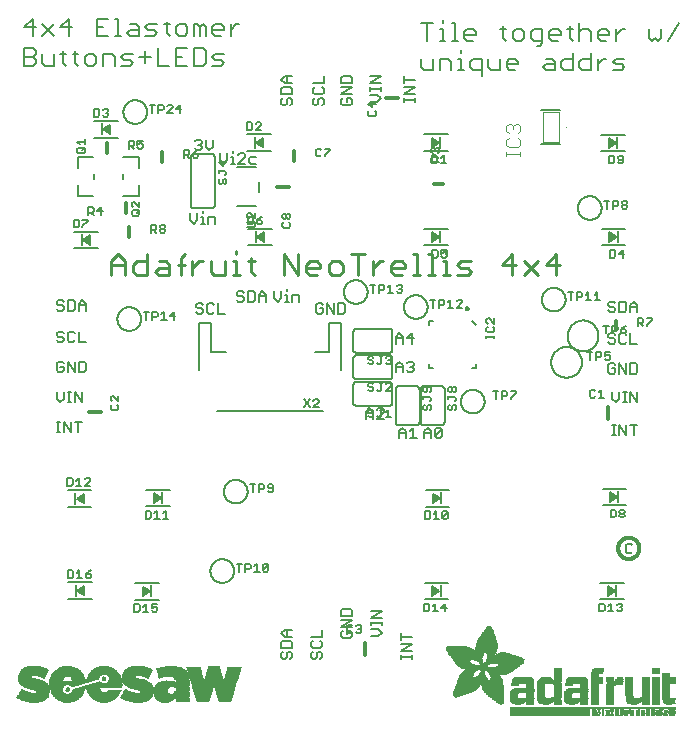
<source format=gbr>
G04 EAGLE Gerber RS-274X export*
G75*
%MOMM*%
%FSLAX34Y34*%
%LPD*%
%INSilkscreen Top*%
%IPPOS*%
%AMOC8*
5,1,8,0,0,1.08239X$1,22.5*%
G01*
%ADD10C,0.127000*%
%ADD11C,0.254000*%
%ADD12C,0.203200*%
%ADD13C,0.304800*%
%ADD14C,0.152400*%
%ADD15R,6.839700X0.016800*%
%ADD16R,0.268300X0.016800*%
%ADD17R,0.268200X0.016800*%
%ADD18R,0.251500X0.016800*%
%ADD19R,0.301800X0.016800*%
%ADD20R,0.251400X0.016800*%
%ADD21R,0.285000X0.016800*%
%ADD22R,0.301700X0.016800*%
%ADD23R,0.419100X0.016800*%
%ADD24R,0.318500X0.016800*%
%ADD25R,0.586700X0.016800*%
%ADD26R,0.586800X0.016800*%
%ADD27R,6.839700X0.016700*%
%ADD28R,0.268300X0.016700*%
%ADD29R,0.251400X0.016700*%
%ADD30R,0.251500X0.016700*%
%ADD31R,0.301800X0.016700*%
%ADD32R,0.285000X0.016700*%
%ADD33R,0.301700X0.016700*%
%ADD34R,0.419100X0.016700*%
%ADD35R,0.318500X0.016700*%
%ADD36R,0.586700X0.016700*%
%ADD37R,0.586800X0.016700*%
%ADD38R,0.318600X0.016800*%
%ADD39R,0.569900X0.016800*%
%ADD40R,0.335300X0.016800*%
%ADD41R,0.234700X0.016800*%
%ADD42R,0.234700X0.016700*%
%ADD43R,0.016700X0.016700*%
%ADD44R,0.318600X0.016700*%
%ADD45R,0.569900X0.016700*%
%ADD46R,0.335300X0.016700*%
%ADD47R,0.217900X0.016800*%
%ADD48R,0.033500X0.016800*%
%ADD49R,0.570000X0.016800*%
%ADD50R,0.201100X0.016700*%
%ADD51R,0.050300X0.016700*%
%ADD52R,0.670500X0.016700*%
%ADD53R,1.005800X0.016700*%
%ADD54R,0.570000X0.016700*%
%ADD55R,0.201100X0.016800*%
%ADD56R,0.067000X0.016800*%
%ADD57R,0.670500X0.016800*%
%ADD58R,1.005800X0.016800*%
%ADD59R,0.184400X0.016800*%
%ADD60R,0.989000X0.016800*%
%ADD61R,0.184400X0.016700*%
%ADD62R,0.067000X0.016700*%
%ADD63R,0.989000X0.016700*%
%ADD64R,0.167600X0.016800*%
%ADD65R,0.083800X0.016800*%
%ADD66R,0.637000X0.016800*%
%ADD67R,0.955500X0.016800*%
%ADD68R,0.150800X0.016800*%
%ADD69R,0.100600X0.016800*%
%ADD70R,0.536400X0.016800*%
%ADD71R,0.854900X0.016800*%
%ADD72R,0.150800X0.016700*%
%ADD73R,0.100600X0.016700*%
%ADD74R,0.352000X0.016700*%
%ADD75R,0.435900X0.016700*%
%ADD76R,0.402400X0.016700*%
%ADD77R,0.368800X0.016700*%
%ADD78R,0.134100X0.016800*%
%ADD79R,0.117300X0.016800*%
%ADD80R,0.435900X0.016800*%
%ADD81R,0.368900X0.016800*%
%ADD82R,0.603500X0.016800*%
%ADD83R,0.134100X0.016700*%
%ADD84R,0.117300X0.016700*%
%ADD85R,0.452600X0.016700*%
%ADD86R,0.620300X0.016700*%
%ADD87R,0.284900X0.016800*%
%ADD88R,0.486200X0.016800*%
%ADD89R,0.653800X0.016800*%
%ADD90R,0.804700X0.016800*%
%ADD91R,0.150900X0.016700*%
%ADD92R,0.268200X0.016700*%
%ADD93R,0.737600X0.016700*%
%ADD94R,0.603500X0.016700*%
%ADD95R,0.922000X0.016700*%
%ADD96R,0.150900X0.016800*%
%ADD97R,0.821400X0.016800*%
%ADD98R,0.972300X0.016800*%
%ADD99R,0.989100X0.016800*%
%ADD100R,0.083800X0.016700*%
%ADD101R,0.167600X0.016700*%
%ADD102R,0.821400X0.016700*%
%ADD103R,0.989100X0.016700*%
%ADD104R,0.201200X0.016700*%
%ADD105R,0.050300X0.016800*%
%ADD106R,0.201200X0.016800*%
%ADD107R,0.217900X0.016700*%
%ADD108R,0.284900X0.016700*%
%ADD109R,0.352100X0.016800*%
%ADD110R,0.620300X0.016800*%
%ADD111R,0.385600X0.016800*%
%ADD112R,0.335200X0.016800*%
%ADD113R,0.385600X0.016700*%
%ADD114R,0.687400X0.016700*%
%ADD115R,13.998000X0.016800*%
%ADD116R,13.998000X0.016700*%
%ADD117R,0.637000X0.016700*%
%ADD118R,0.486100X0.016700*%
%ADD119R,0.637100X0.016700*%
%ADD120R,0.519700X0.016700*%
%ADD121R,0.536500X0.016700*%
%ADD122R,0.787900X0.016800*%
%ADD123R,0.687400X0.016800*%
%ADD124R,0.771200X0.016800*%
%ADD125R,0.637100X0.016800*%
%ADD126R,0.720800X0.016800*%
%ADD127R,0.704100X0.016800*%
%ADD128R,0.754400X0.016800*%
%ADD129R,0.838200X0.016700*%
%ADD130R,0.871800X0.016700*%
%ADD131R,0.871700X0.016700*%
%ADD132R,0.402400X0.016800*%
%ADD133R,0.922100X0.016800*%
%ADD134R,0.938800X0.016800*%
%ADD135R,0.938800X0.016700*%
%ADD136R,1.022600X0.016700*%
%ADD137R,0.972400X0.016700*%
%ADD138R,0.972300X0.016700*%
%ADD139R,0.469400X0.016800*%
%ADD140R,1.072900X0.016800*%
%ADD141R,1.022600X0.016800*%
%ADD142R,1.005900X0.016800*%
%ADD143R,0.502900X0.016800*%
%ADD144R,1.123200X0.016800*%
%ADD145R,1.056200X0.016800*%
%ADD146R,1.123100X0.016800*%
%ADD147R,1.139900X0.016700*%
%ADD148R,1.089600X0.016700*%
%ADD149R,0.553200X0.016800*%
%ADD150R,1.190200X0.016800*%
%ADD151R,1.190300X0.016800*%
%ADD152R,1.039400X0.016800*%
%ADD153R,1.223700X0.016800*%
%ADD154R,1.173500X0.016800*%
%ADD155R,1.223800X0.016800*%
%ADD156R,1.240500X0.016700*%
%ADD157R,1.173500X0.016700*%
%ADD158R,1.240600X0.016700*%
%ADD159R,1.190300X0.016700*%
%ADD160R,1.056200X0.016700*%
%ADD161R,1.274100X0.016800*%
%ADD162R,1.274000X0.016800*%
%ADD163R,1.307600X0.016800*%
%ADD164R,1.257300X0.016800*%
%ADD165R,1.324400X0.016800*%
%ADD166R,0.687300X0.016700*%
%ADD167R,1.324400X0.016700*%
%ADD168R,1.307500X0.016700*%
%ADD169R,1.274100X0.016700*%
%ADD170R,1.072900X0.016700*%
%ADD171R,2.011600X0.016800*%
%ADD172R,1.324300X0.016800*%
%ADD173R,1.978100X0.016800*%
%ADD174R,2.011600X0.016700*%
%ADD175R,1.357900X0.016700*%
%ADD176R,1.994900X0.016700*%
%ADD177R,1.341200X0.016700*%
%ADD178R,1.089700X0.016700*%
%ADD179R,0.754300X0.016800*%
%ADD180R,1.994900X0.016800*%
%ADD181R,1.995000X0.016800*%
%ADD182R,1.089700X0.016800*%
%ADD183R,0.787900X0.016700*%
%ADD184R,1.995000X0.016700*%
%ADD185R,2.028400X0.016800*%
%ADD186R,2.011700X0.016800*%
%ADD187R,1.106500X0.016800*%
%ADD188R,2.028400X0.016700*%
%ADD189R,2.011700X0.016700*%
%ADD190R,1.106500X0.016700*%
%ADD191R,0.888400X0.016800*%
%ADD192R,0.922000X0.016800*%
%ADD193R,0.938700X0.016700*%
%ADD194R,2.045200X0.016800*%
%ADD195R,0.938700X0.016800*%
%ADD196R,0.670600X0.016700*%
%ADD197R,0.888500X0.016700*%
%ADD198R,2.045200X0.016700*%
%ADD199R,0.888400X0.016700*%
%ADD200R,0.804600X0.016800*%
%ADD201R,2.028500X0.016800*%
%ADD202R,1.056100X0.016700*%
%ADD203R,0.771100X0.016700*%
%ADD204R,0.754300X0.016700*%
%ADD205R,2.028500X0.016700*%
%ADD206R,0.737700X0.016700*%
%ADD207R,1.072800X0.016800*%
%ADD208R,0.871700X0.016800*%
%ADD209R,0.737600X0.016800*%
%ADD210R,0.871800X0.016800*%
%ADD211R,1.089600X0.016800*%
%ADD212R,0.704000X0.016800*%
%ADD213R,0.687300X0.016800*%
%ADD214R,0.670600X0.016800*%
%ADD215R,1.123100X0.016700*%
%ADD216R,0.720800X0.016700*%
%ADD217R,0.653700X0.016700*%
%ADD218R,0.653800X0.016700*%
%ADD219R,1.139900X0.016800*%
%ADD220R,1.173400X0.016800*%
%ADD221R,1.190200X0.016700*%
%ADD222R,1.207000X0.016800*%
%ADD223R,1.240500X0.016800*%
%ADD224R,0.469400X0.016700*%
%ADD225R,1.274000X0.016700*%
%ADD226R,0.519600X0.016800*%
%ADD227R,1.341100X0.016800*%
%ADD228R,0.771200X0.016700*%
%ADD229R,1.374600X0.016700*%
%ADD230R,0.838200X0.016800*%
%ADD231R,1.391400X0.016800*%
%ADD232R,1.424900X0.016800*%
%ADD233R,1.441700X0.016700*%
%ADD234R,1.475200X0.016800*%
%ADD235R,1.491900X0.016700*%
%ADD236R,1.525500X0.016800*%
%ADD237R,1.559000X0.016700*%
%ADD238R,1.575800X0.016800*%
%ADD239R,1.307600X0.016700*%
%ADD240R,1.592500X0.016700*%
%ADD241R,1.374700X0.016800*%
%ADD242R,1.609300X0.016800*%
%ADD243R,1.408200X0.016800*%
%ADD244R,1.626100X0.016800*%
%ADD245R,1.626100X0.016700*%
%ADD246R,1.508800X0.016800*%
%ADD247R,1.659600X0.016800*%
%ADD248R,1.559000X0.016800*%
%ADD249R,1.676400X0.016800*%
%ADD250R,1.575800X0.016700*%
%ADD251R,1.676400X0.016700*%
%ADD252R,1.978100X0.016700*%
%ADD253R,1.693100X0.016800*%
%ADD254R,1.642800X0.016800*%
%ADD255R,1.709900X0.016800*%
%ADD256R,1.961300X0.016800*%
%ADD257R,1.726600X0.016700*%
%ADD258R,1.961300X0.016700*%
%ADD259R,1.693200X0.016800*%
%ADD260R,1.726600X0.016800*%
%ADD261R,1.944600X0.016800*%
%ADD262R,1.726700X0.016700*%
%ADD263R,1.743400X0.016700*%
%ADD264R,1.944600X0.016700*%
%ADD265R,1.726700X0.016800*%
%ADD266R,1.760200X0.016800*%
%ADD267R,1.927800X0.016800*%
%ADD268R,1.911000X0.016800*%
%ADD269R,1.793700X0.016700*%
%ADD270R,1.776900X0.016700*%
%ADD271R,1.911100X0.016700*%
%ADD272R,1.894300X0.016700*%
%ADD273R,1.793800X0.016800*%
%ADD274R,1.776900X0.016800*%
%ADD275R,1.911100X0.016800*%
%ADD276R,1.894300X0.016800*%
%ADD277R,1.827300X0.016800*%
%ADD278R,1.810500X0.016800*%
%ADD279R,1.877500X0.016800*%
%ADD280R,1.844100X0.016700*%
%ADD281R,1.810500X0.016700*%
%ADD282R,1.860800X0.016700*%
%ADD283R,1.844000X0.016700*%
%ADD284R,1.860900X0.016800*%
%ADD285R,1.844000X0.016800*%
%ADD286R,1.827200X0.016800*%
%ADD287R,1.860800X0.016800*%
%ADD288R,1.793700X0.016800*%
%ADD289R,1.877600X0.016700*%
%ADD290R,1.827200X0.016700*%
%ADD291R,1.927800X0.016700*%
%ADD292R,1.927900X0.016800*%
%ADD293R,1.944700X0.016700*%
%ADD294R,1.877500X0.016700*%
%ADD295R,1.961400X0.016800*%
%ADD296R,1.961400X0.016700*%
%ADD297R,1.978200X0.016800*%
%ADD298R,1.911000X0.016700*%
%ADD299R,0.620200X0.016800*%
%ADD300R,1.425000X0.016800*%
%ADD301R,0.620200X0.016700*%
%ADD302R,1.425000X0.016700*%
%ADD303R,0.653700X0.016800*%
%ADD304R,0.704100X0.016700*%
%ADD305R,0.804700X0.016700*%
%ADD306R,0.905200X0.016800*%
%ADD307R,1.894400X0.016800*%
%ADD308R,1.927900X0.016700*%
%ADD309R,1.877600X0.016800*%
%ADD310R,3.889300X0.016800*%
%ADD311R,3.872500X0.016700*%
%ADD312R,3.872500X0.016800*%
%ADD313R,3.855700X0.016700*%
%ADD314R,0.754400X0.016700*%
%ADD315R,3.855700X0.016800*%
%ADD316R,3.839000X0.016800*%
%ADD317R,0.720900X0.016800*%
%ADD318R,3.822200X0.016700*%
%ADD319R,2.715700X0.016800*%
%ADD320R,2.632000X0.016800*%
%ADD321R,1.290800X0.016800*%
%ADD322R,2.615200X0.016700*%
%ADD323R,1.257300X0.016700*%
%ADD324R,2.581700X0.016800*%
%ADD325R,1.240600X0.016800*%
%ADD326R,2.564900X0.016800*%
%ADD327R,1.760300X0.016800*%
%ADD328R,2.531400X0.016700*%
%ADD329R,1.156700X0.016700*%
%ADD330R,2.514600X0.016800*%
%ADD331R,0.955600X0.016800*%
%ADD332R,2.497800X0.016800*%
%ADD333R,1.659700X0.016800*%
%ADD334R,2.464300X0.016700*%
%ADD335R,1.039300X0.016700*%
%ADD336R,2.447500X0.016800*%
%ADD337R,1.592500X0.016800*%
%ADD338R,0.536500X0.016800*%
%ADD339R,2.430800X0.016700*%
%ADD340R,1.559100X0.016700*%
%ADD341R,1.542300X0.016700*%
%ADD342R,0.502900X0.016700*%
%ADD343R,2.414000X0.016800*%
%ADD344R,0.905300X0.016800*%
%ADD345R,1.508700X0.016800*%
%ADD346R,0.888500X0.016800*%
%ADD347R,2.397300X0.016800*%
%ADD348R,1.441700X0.016800*%
%ADD349R,0.452700X0.016800*%
%ADD350R,1.290900X0.016700*%
%ADD351R,1.156700X0.016800*%
%ADD352R,0.855000X0.016800*%
%ADD353R,1.123200X0.016700*%
%ADD354R,0.720900X0.016700*%
%ADD355R,1.106400X0.016800*%
%ADD356R,1.106400X0.016700*%
%ADD357R,0.771100X0.016800*%
%ADD358R,0.435800X0.016700*%
%ADD359R,1.592600X0.016700*%
%ADD360R,0.435800X0.016800*%
%ADD361R,1.642900X0.016800*%
%ADD362R,0.402300X0.016800*%
%ADD363R,1.793800X0.016700*%
%ADD364R,0.368800X0.016800*%
%ADD365R,1.056100X0.016800*%
%ADD366R,1.039400X0.016700*%
%ADD367R,2.078800X0.016800*%
%ADD368R,0.335200X0.016700*%
%ADD369R,2.145800X0.016700*%
%ADD370R,2.162600X0.016800*%
%ADD371R,0.352000X0.016800*%
%ADD372R,2.212800X0.016800*%
%ADD373R,2.279900X0.016700*%
%ADD374R,2.330200X0.016800*%
%ADD375R,2.799500X0.016800*%
%ADD376R,2.816300X0.016700*%
%ADD377R,0.955500X0.016700*%
%ADD378R,2.849900X0.016800*%
%ADD379R,2.916900X0.016800*%
%ADD380R,4.224500X0.016700*%
%ADD381R,4.291600X0.016800*%
%ADD382R,4.409000X0.016800*%
%ADD383R,4.509500X0.016700*%
%ADD384R,4.526300X0.016800*%
%ADD385R,4.626800X0.016700*%
%ADD386R,4.693900X0.016800*%
%ADD387R,4.727400X0.016800*%
%ADD388R,2.548200X0.016700*%
%ADD389R,2.179300X0.016700*%
%ADD390R,2.430800X0.016800*%
%ADD391R,2.414000X0.016700*%
%ADD392R,2.414100X0.016800*%
%ADD393R,2.430700X0.016700*%
%ADD394R,2.447600X0.016700*%
%ADD395R,1.559100X0.016800*%
%ADD396R,1.525500X0.016700*%
%ADD397R,1.492000X0.016800*%
%ADD398R,1.491900X0.016800*%
%ADD399R,1.458500X0.016700*%
%ADD400R,2.061900X0.016800*%
%ADD401R,1.408100X0.016700*%
%ADD402R,0.905200X0.016700*%
%ADD403R,2.112300X0.016700*%
%ADD404R,2.179300X0.016800*%
%ADD405R,1.408200X0.016700*%
%ADD406R,2.212900X0.016700*%
%ADD407R,1.140000X0.016800*%
%ADD408R,3.319300X0.016800*%
%ADD409R,1.374700X0.016700*%
%ADD410R,0.402300X0.016700*%
%ADD411R,3.302500X0.016700*%
%ADD412R,3.285700X0.016800*%
%ADD413R,1.357900X0.016800*%
%ADD414R,3.269000X0.016800*%
%ADD415R,3.285800X0.016700*%
%ADD416R,3.268900X0.016800*%
%ADD417R,0.452700X0.016700*%
%ADD418R,3.268900X0.016700*%
%ADD419R,1.391400X0.016700*%
%ADD420R,3.269000X0.016700*%
%ADD421R,1.374600X0.016800*%
%ADD422R,0.519700X0.016800*%
%ADD423R,3.252200X0.016800*%
%ADD424R,3.235400X0.016800*%
%ADD425R,3.235400X0.016700*%
%ADD426R,3.218600X0.016800*%
%ADD427R,3.201900X0.016800*%
%ADD428R,3.201900X0.016700*%
%ADD429R,1.458500X0.016800*%
%ADD430R,1.525600X0.016800*%
%ADD431R,3.185100X0.016800*%
%ADD432R,2.531300X0.016700*%
%ADD433R,3.168400X0.016700*%
%ADD434R,2.531300X0.016800*%
%ADD435R,3.151600X0.016800*%
%ADD436R,2.548100X0.016800*%
%ADD437R,3.134900X0.016800*%
%ADD438R,2.564900X0.016700*%
%ADD439R,3.118100X0.016700*%
%ADD440R,2.581600X0.016800*%
%ADD441R,3.101400X0.016800*%
%ADD442R,2.598400X0.016700*%
%ADD443R,3.067900X0.016700*%
%ADD444R,2.598400X0.016800*%
%ADD445R,3.034300X0.016800*%
%ADD446R,2.615100X0.016800*%
%ADD447R,3.000800X0.016800*%
%ADD448R,2.631900X0.016700*%
%ADD449R,2.950500X0.016700*%
%ADD450R,2.648700X0.016800*%
%ADD451R,2.900200X0.016800*%
%ADD452R,2.665500X0.016800*%
%ADD453R,2.682200X0.016700*%
%ADD454R,2.799600X0.016700*%
%ADD455R,2.699000X0.016800*%
%ADD456R,2.732500X0.016800*%
%ADD457R,2.749300X0.016700*%
%ADD458R,2.632000X0.016700*%
%ADD459R,2.749300X0.016800*%
%ADD460R,2.766100X0.016700*%
%ADD461R,2.766100X0.016800*%
%ADD462R,2.481100X0.016800*%
%ADD463R,2.782900X0.016800*%
%ADD464R,2.380500X0.016700*%
%ADD465R,2.833100X0.016800*%
%ADD466R,1.592600X0.016800*%
%ADD467R,2.849900X0.016700*%
%ADD468R,2.883400X0.016800*%
%ADD469R,2.917000X0.016700*%
%ADD470R,2.933700X0.016800*%
%ADD471R,2.967200X0.016800*%
%ADD472R,2.967200X0.016700*%
%ADD473R,3.017500X0.016700*%
%ADD474R,3.051000X0.016800*%
%ADD475R,0.788000X0.016800*%
%ADD476R,3.084600X0.016800*%
%ADD477R,2.397300X0.016700*%
%ADD478R,2.397200X0.016800*%
%ADD479R,1.760200X0.016700*%
%ADD480R,2.397200X0.016700*%
%ADD481R,1.827300X0.016700*%
%ADD482R,2.380500X0.016800*%
%ADD483R,2.363700X0.016800*%
%ADD484R,2.363700X0.016700*%
%ADD485R,2.346900X0.016800*%
%ADD486R,2.296600X0.016700*%
%ADD487R,2.279900X0.016800*%
%ADD488R,2.246300X0.016800*%
%ADD489R,2.229600X0.016700*%
%ADD490R,2.129100X0.016800*%
%ADD491R,2.112300X0.016800*%
%ADD492R,1.609300X0.016700*%
%ADD493R,1.743400X0.016800*%
%ADD494R,1.693100X0.016700*%
%ADD495R,1.659700X0.016700*%
%ADD496R,1.575900X0.016800*%
%ADD497R,1.575900X0.016700*%
%ADD498R,1.475200X0.016700*%
%ADD499R,1.324300X0.016700*%
%ADD500R,1.290800X0.016700*%
%ADD501R,1.207000X0.016700*%
%ADD502R,0.854900X0.016700*%
%ADD503R,0.821500X0.016700*%
%ADD504R,0.821500X0.016800*%
%ADD505R,0.218000X0.016800*%
%ADD506R,0.200000X1.000000*%
%ADD507C,0.010000*%
%ADD508C,0.075000*%
%ADD509C,0.101600*%
%ADD510R,0.508000X0.025400*%
%ADD511R,0.381000X0.025400*%
%ADD512R,0.355600X0.025400*%
%ADD513R,0.889000X0.025400*%
%ADD514R,0.685800X0.025400*%
%ADD515R,0.609600X0.025400*%
%ADD516R,1.143000X0.025400*%
%ADD517R,0.863600X0.025400*%
%ADD518R,1.168400X0.025400*%
%ADD519R,0.812800X0.025400*%
%ADD520R,1.041400X0.025400*%
%ADD521R,1.346200X0.025400*%
%ADD522R,1.016000X0.025400*%
%ADD523R,0.914400X0.025400*%
%ADD524R,1.219200X0.025400*%
%ADD525R,1.066800X0.025400*%
%ADD526R,1.498600X0.025400*%
%ADD527R,1.524000X0.025400*%
%ADD528R,1.651000X0.025400*%
%ADD529R,1.270000X0.025400*%
%ADD530R,1.295400X0.025400*%
%ADD531R,1.117600X0.025400*%
%ADD532R,1.092200X0.025400*%
%ADD533R,1.778000X0.025400*%
%ADD534R,1.397000X0.025400*%
%ADD535R,1.905000X0.025400*%
%ADD536R,1.879600X0.025400*%
%ADD537R,1.981200X0.025400*%
%ADD538R,1.574800X0.025400*%
%ADD539R,2.108200X0.025400*%
%ADD540R,1.676400X0.025400*%
%ADD541R,2.082800X0.025400*%
%ADD542R,1.422400X0.025400*%
%ADD543R,2.184400X0.025400*%
%ADD544R,1.727200X0.025400*%
%ADD545R,1.752600X0.025400*%
%ADD546R,2.260600X0.025400*%
%ADD547R,1.828800X0.025400*%
%ADD548R,1.803400X0.025400*%
%ADD549R,2.286000X0.025400*%
%ADD550R,1.549400X0.025400*%
%ADD551R,2.336800X0.025400*%
%ADD552R,1.193800X0.025400*%
%ADD553R,2.413000X0.025400*%
%ADD554R,1.955800X0.025400*%
%ADD555R,1.625600X0.025400*%
%ADD556R,2.463800X0.025400*%
%ADD557R,2.006600X0.025400*%
%ADD558R,2.489200X0.025400*%
%ADD559R,2.895600X0.025400*%
%ADD560R,2.540000X0.025400*%
%ADD561R,2.057400X0.025400*%
%ADD562R,2.565400X0.025400*%
%ADD563R,2.921000X0.025400*%
%ADD564R,1.244600X0.025400*%
%ADD565R,2.590800X0.025400*%
%ADD566R,2.133600X0.025400*%
%ADD567R,2.641600X0.025400*%
%ADD568R,2.616200X0.025400*%
%ADD569R,2.946400X0.025400*%
%ADD570R,2.235200X0.025400*%
%ADD571R,2.209800X0.025400*%
%ADD572R,2.971800X0.025400*%
%ADD573R,1.320800X0.025400*%
%ADD574R,2.311400X0.025400*%
%ADD575R,2.362200X0.025400*%
%ADD576R,2.997200X0.025400*%
%ADD577R,1.371600X0.025400*%
%ADD578R,2.438400X0.025400*%
%ADD579R,3.022600X0.025400*%
%ADD580R,2.514600X0.025400*%
%ADD581R,1.447800X0.025400*%
%ADD582R,2.667000X0.025400*%
%ADD583R,1.473200X0.025400*%
%ADD584R,2.692400X0.025400*%
%ADD585R,2.717800X0.025400*%
%ADD586R,0.990600X0.025400*%
%ADD587R,2.743200X0.025400*%
%ADD588R,0.965200X0.025400*%
%ADD589R,0.838200X0.025400*%
%ADD590R,2.768600X0.025400*%
%ADD591R,0.711200X0.025400*%
%ADD592R,0.635000X0.025400*%
%ADD593R,0.533400X0.025400*%
%ADD594R,0.050800X0.025400*%
%ADD595R,0.457200X0.025400*%
%ADD596R,0.203200X0.025400*%
%ADD597R,0.431800X0.025400*%
%ADD598R,1.600200X0.025400*%
%ADD599R,0.254000X0.025400*%
%ADD600R,0.304800X0.025400*%
%ADD601R,2.387600X0.025400*%
%ADD602R,0.228600X0.025400*%
%ADD603R,0.330200X0.025400*%
%ADD604R,0.152400X0.025400*%
%ADD605R,0.177800X0.025400*%
%ADD606R,0.127000X0.025400*%
%ADD607R,0.101600X0.025400*%
%ADD608R,1.701800X0.025400*%
%ADD609R,2.870200X0.025400*%
%ADD610R,3.048000X0.025400*%
%ADD611R,0.736600X0.025400*%
%ADD612R,3.124200X0.025400*%
%ADD613R,0.660400X0.025400*%
%ADD614R,3.175000X0.025400*%
%ADD615R,0.584200X0.025400*%
%ADD616R,2.032000X0.025400*%
%ADD617R,3.276600X0.025400*%
%ADD618R,0.482600X0.025400*%
%ADD619R,3.606800X0.025400*%
%ADD620R,3.327400X0.025400*%
%ADD621R,0.406400X0.025400*%
%ADD622R,3.073400X0.025400*%
%ADD623R,3.632200X0.025400*%
%ADD624R,3.403600X0.025400*%
%ADD625R,0.076200X0.025400*%
%ADD626R,2.159000X0.025400*%
%ADD627R,3.657600X0.025400*%
%ADD628R,3.708400X0.025400*%
%ADD629R,3.733800X0.025400*%
%ADD630R,2.819400X0.025400*%
%ADD631R,2.844800X0.025400*%
%ADD632R,3.759200X0.025400*%
%ADD633R,2.794000X0.025400*%
%ADD634R,3.784600X0.025400*%
%ADD635R,3.810000X0.025400*%
%ADD636R,3.098800X0.025400*%
%ADD637R,3.860800X0.025400*%
%ADD638R,3.911600X0.025400*%
%ADD639R,3.937000X0.025400*%
%ADD640R,3.200400X0.025400*%
%ADD641R,0.025400X0.025400*%
%ADD642R,3.962400X0.025400*%
%ADD643R,3.149600X0.025400*%
%ADD644R,1.930400X0.025400*%
%ADD645R,0.279400X0.025400*%
%ADD646R,1.854200X0.025400*%
%ADD647R,0.558800X0.025400*%

G36*
X-201605Y198163D02*
X-201605Y198163D01*
X-201534Y198161D01*
X-201465Y198179D01*
X-201394Y198188D01*
X-201328Y198215D01*
X-201259Y198233D01*
X-201198Y198270D01*
X-201132Y198297D01*
X-201076Y198342D01*
X-201014Y198379D01*
X-200965Y198430D01*
X-200910Y198475D01*
X-200869Y198534D01*
X-200820Y198586D01*
X-200787Y198649D01*
X-200746Y198707D01*
X-200723Y198775D01*
X-200690Y198839D01*
X-200680Y198898D01*
X-200653Y198976D01*
X-200647Y199095D01*
X-200635Y199170D01*
X-200635Y203170D01*
X-200645Y203241D01*
X-200645Y203313D01*
X-200665Y203381D01*
X-200675Y203452D01*
X-200704Y203517D01*
X-200724Y203586D01*
X-200762Y203646D01*
X-200791Y203711D01*
X-200837Y203766D01*
X-200875Y203826D01*
X-200929Y203874D01*
X-200975Y203928D01*
X-201034Y203968D01*
X-201088Y204015D01*
X-201152Y204046D01*
X-201211Y204086D01*
X-201280Y204107D01*
X-201344Y204138D01*
X-201414Y204150D01*
X-201482Y204171D01*
X-201554Y204173D01*
X-201625Y204185D01*
X-201695Y204177D01*
X-201766Y204179D01*
X-201836Y204160D01*
X-201907Y204152D01*
X-201962Y204127D01*
X-202041Y204107D01*
X-202144Y204046D01*
X-202213Y204015D01*
X-205213Y202015D01*
X-205300Y201938D01*
X-205390Y201865D01*
X-205405Y201843D01*
X-205425Y201825D01*
X-205487Y201728D01*
X-205554Y201633D01*
X-205562Y201607D01*
X-205577Y201585D01*
X-205609Y201474D01*
X-205647Y201364D01*
X-205648Y201337D01*
X-205655Y201312D01*
X-205655Y201196D01*
X-205661Y201080D01*
X-205655Y201054D01*
X-205655Y201027D01*
X-205623Y200916D01*
X-205597Y200803D01*
X-205584Y200780D01*
X-205576Y200754D01*
X-205514Y200656D01*
X-205458Y200555D01*
X-205440Y200539D01*
X-205425Y200514D01*
X-205217Y200329D01*
X-205213Y200325D01*
X-202213Y198325D01*
X-202149Y198294D01*
X-202089Y198255D01*
X-202021Y198233D01*
X-201957Y198202D01*
X-201886Y198190D01*
X-201818Y198169D01*
X-201747Y198167D01*
X-201677Y198155D01*
X-201605Y198163D01*
G37*
G36*
X-72305Y186793D02*
X-72305Y186793D01*
X-72234Y186791D01*
X-72165Y186809D01*
X-72094Y186818D01*
X-72028Y186845D01*
X-71959Y186863D01*
X-71898Y186900D01*
X-71832Y186927D01*
X-71776Y186972D01*
X-71714Y187009D01*
X-71665Y187060D01*
X-71610Y187105D01*
X-71569Y187164D01*
X-71520Y187216D01*
X-71487Y187279D01*
X-71446Y187337D01*
X-71423Y187405D01*
X-71390Y187469D01*
X-71380Y187528D01*
X-71353Y187606D01*
X-71347Y187725D01*
X-71335Y187800D01*
X-71335Y191800D01*
X-71345Y191871D01*
X-71345Y191943D01*
X-71365Y192011D01*
X-71375Y192082D01*
X-71404Y192147D01*
X-71424Y192216D01*
X-71462Y192276D01*
X-71491Y192341D01*
X-71537Y192396D01*
X-71575Y192456D01*
X-71629Y192504D01*
X-71675Y192558D01*
X-71734Y192598D01*
X-71788Y192645D01*
X-71852Y192676D01*
X-71911Y192716D01*
X-71980Y192737D01*
X-72044Y192768D01*
X-72114Y192780D01*
X-72182Y192801D01*
X-72254Y192803D01*
X-72325Y192815D01*
X-72395Y192807D01*
X-72466Y192809D01*
X-72536Y192790D01*
X-72607Y192782D01*
X-72662Y192757D01*
X-72741Y192737D01*
X-72844Y192676D01*
X-72913Y192645D01*
X-75913Y190645D01*
X-76000Y190568D01*
X-76090Y190495D01*
X-76105Y190473D01*
X-76125Y190455D01*
X-76187Y190358D01*
X-76254Y190263D01*
X-76262Y190237D01*
X-76277Y190215D01*
X-76309Y190104D01*
X-76347Y189994D01*
X-76348Y189967D01*
X-76355Y189942D01*
X-76355Y189826D01*
X-76361Y189710D01*
X-76355Y189684D01*
X-76355Y189657D01*
X-76323Y189546D01*
X-76297Y189433D01*
X-76284Y189410D01*
X-76276Y189384D01*
X-76214Y189286D01*
X-76158Y189185D01*
X-76140Y189169D01*
X-76125Y189144D01*
X-75917Y188959D01*
X-75913Y188955D01*
X-72913Y186955D01*
X-72849Y186924D01*
X-72789Y186885D01*
X-72721Y186863D01*
X-72657Y186832D01*
X-72586Y186820D01*
X-72518Y186799D01*
X-72447Y186797D01*
X-72377Y186785D01*
X-72305Y186793D01*
G37*
G36*
X73665Y186793D02*
X73665Y186793D01*
X73736Y186791D01*
X73806Y186810D01*
X73877Y186818D01*
X73932Y186843D01*
X74011Y186863D01*
X74114Y186924D01*
X74183Y186955D01*
X77183Y188955D01*
X77270Y189032D01*
X77360Y189105D01*
X77375Y189127D01*
X77395Y189145D01*
X77457Y189242D01*
X77524Y189337D01*
X77532Y189363D01*
X77547Y189385D01*
X77579Y189496D01*
X77617Y189606D01*
X77618Y189633D01*
X77625Y189658D01*
X77625Y189774D01*
X77631Y189890D01*
X77625Y189916D01*
X77625Y189943D01*
X77593Y190054D01*
X77567Y190167D01*
X77554Y190190D01*
X77546Y190216D01*
X77484Y190314D01*
X77428Y190415D01*
X77410Y190431D01*
X77395Y190456D01*
X77187Y190641D01*
X77183Y190645D01*
X74183Y192645D01*
X74119Y192676D01*
X74059Y192716D01*
X73991Y192737D01*
X73927Y192768D01*
X73856Y192780D01*
X73788Y192801D01*
X73717Y192803D01*
X73647Y192815D01*
X73575Y192807D01*
X73504Y192809D01*
X73435Y192791D01*
X73364Y192782D01*
X73298Y192755D01*
X73229Y192737D01*
X73168Y192700D01*
X73102Y192673D01*
X73046Y192628D01*
X72984Y192592D01*
X72935Y192540D01*
X72880Y192495D01*
X72839Y192437D01*
X72790Y192384D01*
X72757Y192321D01*
X72716Y192263D01*
X72693Y192195D01*
X72660Y192131D01*
X72650Y192072D01*
X72623Y191994D01*
X72617Y191875D01*
X72605Y191800D01*
X72605Y187800D01*
X72615Y187729D01*
X72615Y187657D01*
X72635Y187589D01*
X72645Y187519D01*
X72674Y187453D01*
X72694Y187384D01*
X72732Y187324D01*
X72761Y187259D01*
X72807Y187204D01*
X72845Y187144D01*
X72899Y187096D01*
X72945Y187042D01*
X73004Y187002D01*
X73058Y186955D01*
X73122Y186924D01*
X73181Y186885D01*
X73250Y186863D01*
X73314Y186832D01*
X73384Y186820D01*
X73452Y186799D01*
X73524Y186797D01*
X73595Y186785D01*
X73665Y186793D01*
G37*
G36*
X223525Y186653D02*
X223525Y186653D01*
X223596Y186651D01*
X223666Y186670D01*
X223737Y186678D01*
X223792Y186703D01*
X223871Y186723D01*
X223974Y186784D01*
X224043Y186815D01*
X227043Y188815D01*
X227130Y188892D01*
X227220Y188965D01*
X227235Y188987D01*
X227255Y189005D01*
X227317Y189102D01*
X227384Y189197D01*
X227392Y189223D01*
X227407Y189245D01*
X227439Y189356D01*
X227477Y189466D01*
X227478Y189493D01*
X227485Y189518D01*
X227485Y189634D01*
X227491Y189750D01*
X227485Y189776D01*
X227485Y189803D01*
X227453Y189914D01*
X227427Y190027D01*
X227414Y190050D01*
X227406Y190076D01*
X227344Y190174D01*
X227288Y190275D01*
X227270Y190291D01*
X227255Y190316D01*
X227047Y190501D01*
X227043Y190505D01*
X224043Y192505D01*
X223979Y192536D01*
X223919Y192576D01*
X223851Y192597D01*
X223787Y192628D01*
X223716Y192640D01*
X223648Y192661D01*
X223577Y192663D01*
X223507Y192675D01*
X223435Y192667D01*
X223364Y192669D01*
X223295Y192651D01*
X223224Y192642D01*
X223158Y192615D01*
X223089Y192597D01*
X223028Y192560D01*
X222962Y192533D01*
X222906Y192488D01*
X222844Y192452D01*
X222795Y192400D01*
X222740Y192355D01*
X222699Y192297D01*
X222650Y192244D01*
X222617Y192181D01*
X222576Y192123D01*
X222553Y192055D01*
X222520Y191991D01*
X222510Y191932D01*
X222483Y191854D01*
X222477Y191735D01*
X222465Y191660D01*
X222465Y187660D01*
X222475Y187589D01*
X222475Y187517D01*
X222495Y187449D01*
X222505Y187379D01*
X222534Y187313D01*
X222554Y187244D01*
X222592Y187184D01*
X222621Y187119D01*
X222667Y187064D01*
X222705Y187004D01*
X222759Y186956D01*
X222805Y186902D01*
X222864Y186862D01*
X222918Y186815D01*
X222982Y186784D01*
X223041Y186745D01*
X223110Y186723D01*
X223174Y186692D01*
X223244Y186680D01*
X223312Y186659D01*
X223384Y186657D01*
X223455Y186645D01*
X223525Y186653D01*
G37*
G36*
X-71365Y106913D02*
X-71365Y106913D01*
X-71294Y106911D01*
X-71225Y106929D01*
X-71154Y106938D01*
X-71088Y106965D01*
X-71019Y106983D01*
X-70958Y107020D01*
X-70892Y107047D01*
X-70836Y107092D01*
X-70774Y107129D01*
X-70725Y107180D01*
X-70670Y107225D01*
X-70629Y107284D01*
X-70580Y107336D01*
X-70547Y107399D01*
X-70506Y107457D01*
X-70483Y107525D01*
X-70450Y107589D01*
X-70440Y107648D01*
X-70413Y107726D01*
X-70407Y107845D01*
X-70395Y107920D01*
X-70395Y111920D01*
X-70405Y111991D01*
X-70405Y112063D01*
X-70425Y112131D01*
X-70435Y112202D01*
X-70464Y112267D01*
X-70484Y112336D01*
X-70522Y112396D01*
X-70551Y112461D01*
X-70597Y112516D01*
X-70635Y112576D01*
X-70689Y112624D01*
X-70735Y112678D01*
X-70794Y112718D01*
X-70848Y112765D01*
X-70912Y112796D01*
X-70971Y112836D01*
X-71040Y112857D01*
X-71104Y112888D01*
X-71174Y112900D01*
X-71242Y112921D01*
X-71314Y112923D01*
X-71385Y112935D01*
X-71455Y112927D01*
X-71526Y112929D01*
X-71596Y112910D01*
X-71667Y112902D01*
X-71722Y112877D01*
X-71801Y112857D01*
X-71904Y112796D01*
X-71973Y112765D01*
X-74973Y110765D01*
X-75060Y110688D01*
X-75150Y110615D01*
X-75165Y110593D01*
X-75185Y110575D01*
X-75247Y110478D01*
X-75314Y110383D01*
X-75322Y110357D01*
X-75337Y110335D01*
X-75369Y110224D01*
X-75407Y110114D01*
X-75408Y110087D01*
X-75415Y110062D01*
X-75415Y109946D01*
X-75421Y109830D01*
X-75415Y109804D01*
X-75415Y109777D01*
X-75383Y109666D01*
X-75357Y109553D01*
X-75344Y109530D01*
X-75336Y109504D01*
X-75274Y109406D01*
X-75218Y109305D01*
X-75200Y109289D01*
X-75185Y109264D01*
X-74977Y109079D01*
X-74973Y109075D01*
X-71973Y107075D01*
X-71909Y107044D01*
X-71849Y107005D01*
X-71781Y106983D01*
X-71717Y106952D01*
X-71646Y106940D01*
X-71578Y106919D01*
X-71507Y106917D01*
X-71437Y106905D01*
X-71365Y106913D01*
G37*
G36*
X223995Y106913D02*
X223995Y106913D01*
X224066Y106911D01*
X224136Y106930D01*
X224207Y106938D01*
X224262Y106963D01*
X224341Y106983D01*
X224444Y107044D01*
X224513Y107075D01*
X227513Y109075D01*
X227600Y109152D01*
X227690Y109225D01*
X227705Y109247D01*
X227725Y109265D01*
X227787Y109362D01*
X227854Y109457D01*
X227862Y109483D01*
X227877Y109505D01*
X227909Y109616D01*
X227947Y109726D01*
X227948Y109753D01*
X227955Y109778D01*
X227955Y109894D01*
X227961Y110010D01*
X227955Y110036D01*
X227955Y110063D01*
X227923Y110174D01*
X227897Y110287D01*
X227884Y110310D01*
X227876Y110336D01*
X227814Y110434D01*
X227758Y110535D01*
X227740Y110551D01*
X227725Y110576D01*
X227517Y110761D01*
X227513Y110765D01*
X224513Y112765D01*
X224449Y112796D01*
X224389Y112836D01*
X224321Y112857D01*
X224257Y112888D01*
X224186Y112900D01*
X224118Y112921D01*
X224047Y112923D01*
X223977Y112935D01*
X223905Y112927D01*
X223834Y112929D01*
X223765Y112911D01*
X223694Y112902D01*
X223628Y112875D01*
X223559Y112857D01*
X223498Y112820D01*
X223432Y112793D01*
X223376Y112748D01*
X223314Y112712D01*
X223265Y112660D01*
X223210Y112615D01*
X223169Y112557D01*
X223120Y112504D01*
X223087Y112441D01*
X223046Y112383D01*
X223023Y112315D01*
X222990Y112251D01*
X222980Y112192D01*
X222953Y112114D01*
X222947Y111995D01*
X222935Y111920D01*
X222935Y107920D01*
X222945Y107849D01*
X222945Y107777D01*
X222965Y107709D01*
X222975Y107639D01*
X223004Y107573D01*
X223024Y107504D01*
X223062Y107444D01*
X223091Y107379D01*
X223137Y107324D01*
X223175Y107264D01*
X223229Y107216D01*
X223275Y107162D01*
X223334Y107122D01*
X223388Y107075D01*
X223452Y107044D01*
X223511Y107005D01*
X223580Y106983D01*
X223644Y106952D01*
X223714Y106940D01*
X223782Y106919D01*
X223854Y106917D01*
X223925Y106905D01*
X223995Y106913D01*
G37*
G36*
X73835Y106913D02*
X73835Y106913D01*
X73906Y106911D01*
X73976Y106930D01*
X74047Y106938D01*
X74102Y106963D01*
X74181Y106983D01*
X74284Y107044D01*
X74353Y107075D01*
X77353Y109075D01*
X77440Y109152D01*
X77530Y109225D01*
X77545Y109247D01*
X77565Y109265D01*
X77627Y109362D01*
X77694Y109457D01*
X77702Y109483D01*
X77717Y109505D01*
X77749Y109616D01*
X77787Y109726D01*
X77788Y109753D01*
X77795Y109778D01*
X77795Y109894D01*
X77801Y110010D01*
X77795Y110036D01*
X77795Y110063D01*
X77763Y110174D01*
X77737Y110287D01*
X77724Y110310D01*
X77716Y110336D01*
X77654Y110434D01*
X77598Y110535D01*
X77580Y110551D01*
X77565Y110576D01*
X77357Y110761D01*
X77353Y110765D01*
X74353Y112765D01*
X74289Y112796D01*
X74229Y112836D01*
X74161Y112857D01*
X74097Y112888D01*
X74026Y112900D01*
X73958Y112921D01*
X73887Y112923D01*
X73817Y112935D01*
X73745Y112927D01*
X73674Y112929D01*
X73605Y112911D01*
X73534Y112902D01*
X73468Y112875D01*
X73399Y112857D01*
X73338Y112820D01*
X73272Y112793D01*
X73216Y112748D01*
X73154Y112712D01*
X73105Y112660D01*
X73050Y112615D01*
X73009Y112557D01*
X72960Y112504D01*
X72927Y112441D01*
X72886Y112383D01*
X72863Y112315D01*
X72830Y112251D01*
X72820Y112192D01*
X72793Y112114D01*
X72787Y111995D01*
X72775Y111920D01*
X72775Y107920D01*
X72785Y107849D01*
X72785Y107777D01*
X72805Y107709D01*
X72815Y107639D01*
X72844Y107573D01*
X72864Y107504D01*
X72902Y107444D01*
X72931Y107379D01*
X72977Y107324D01*
X73015Y107264D01*
X73069Y107216D01*
X73115Y107162D01*
X73174Y107122D01*
X73228Y107075D01*
X73292Y107044D01*
X73351Y107005D01*
X73420Y106983D01*
X73484Y106952D01*
X73554Y106940D01*
X73622Y106919D01*
X73694Y106917D01*
X73765Y106905D01*
X73835Y106913D01*
G37*
G36*
X-218985Y104373D02*
X-218985Y104373D01*
X-218914Y104371D01*
X-218845Y104389D01*
X-218774Y104398D01*
X-218708Y104425D01*
X-218639Y104443D01*
X-218578Y104480D01*
X-218512Y104507D01*
X-218456Y104552D01*
X-218394Y104589D01*
X-218345Y104640D01*
X-218290Y104685D01*
X-218249Y104744D01*
X-218200Y104796D01*
X-218167Y104859D01*
X-218126Y104917D01*
X-218103Y104985D01*
X-218070Y105049D01*
X-218060Y105108D01*
X-218033Y105186D01*
X-218027Y105305D01*
X-218015Y105380D01*
X-218015Y109380D01*
X-218025Y109451D01*
X-218025Y109523D01*
X-218045Y109591D01*
X-218055Y109662D01*
X-218084Y109727D01*
X-218104Y109796D01*
X-218142Y109856D01*
X-218171Y109921D01*
X-218217Y109976D01*
X-218255Y110036D01*
X-218309Y110084D01*
X-218355Y110138D01*
X-218414Y110178D01*
X-218468Y110225D01*
X-218532Y110256D01*
X-218591Y110296D01*
X-218660Y110317D01*
X-218724Y110348D01*
X-218794Y110360D01*
X-218862Y110381D01*
X-218934Y110383D01*
X-219005Y110395D01*
X-219075Y110387D01*
X-219146Y110389D01*
X-219216Y110370D01*
X-219287Y110362D01*
X-219342Y110337D01*
X-219421Y110317D01*
X-219524Y110256D01*
X-219593Y110225D01*
X-222593Y108225D01*
X-222680Y108148D01*
X-222770Y108075D01*
X-222785Y108053D01*
X-222805Y108035D01*
X-222867Y107938D01*
X-222934Y107843D01*
X-222942Y107817D01*
X-222957Y107795D01*
X-222989Y107684D01*
X-223027Y107574D01*
X-223028Y107547D01*
X-223035Y107522D01*
X-223035Y107406D01*
X-223041Y107290D01*
X-223035Y107264D01*
X-223035Y107237D01*
X-223003Y107126D01*
X-222977Y107013D01*
X-222964Y106990D01*
X-222956Y106964D01*
X-222894Y106866D01*
X-222838Y106765D01*
X-222820Y106749D01*
X-222805Y106724D01*
X-222597Y106539D01*
X-222593Y106535D01*
X-219593Y104535D01*
X-219529Y104504D01*
X-219469Y104465D01*
X-219401Y104443D01*
X-219337Y104412D01*
X-219266Y104400D01*
X-219198Y104379D01*
X-219127Y104377D01*
X-219057Y104365D01*
X-218985Y104373D01*
G37*
G36*
X224595Y-113067D02*
X224595Y-113067D01*
X224666Y-113069D01*
X224736Y-113050D01*
X224807Y-113042D01*
X224862Y-113017D01*
X224941Y-112997D01*
X225044Y-112936D01*
X225113Y-112905D01*
X228113Y-110905D01*
X228200Y-110828D01*
X228290Y-110755D01*
X228305Y-110733D01*
X228325Y-110715D01*
X228387Y-110618D01*
X228454Y-110523D01*
X228462Y-110497D01*
X228477Y-110475D01*
X228509Y-110364D01*
X228547Y-110254D01*
X228548Y-110227D01*
X228555Y-110202D01*
X228555Y-110086D01*
X228561Y-109970D01*
X228555Y-109944D01*
X228555Y-109917D01*
X228523Y-109806D01*
X228497Y-109693D01*
X228484Y-109670D01*
X228476Y-109644D01*
X228414Y-109546D01*
X228358Y-109445D01*
X228340Y-109429D01*
X228325Y-109404D01*
X228117Y-109219D01*
X228113Y-109215D01*
X225113Y-107215D01*
X225049Y-107184D01*
X224989Y-107145D01*
X224921Y-107123D01*
X224857Y-107092D01*
X224786Y-107080D01*
X224718Y-107059D01*
X224647Y-107057D01*
X224577Y-107045D01*
X224505Y-107053D01*
X224434Y-107051D01*
X224365Y-107069D01*
X224294Y-107078D01*
X224228Y-107105D01*
X224159Y-107123D01*
X224098Y-107160D01*
X224032Y-107187D01*
X223976Y-107232D01*
X223914Y-107269D01*
X223865Y-107320D01*
X223810Y-107365D01*
X223769Y-107424D01*
X223720Y-107476D01*
X223687Y-107539D01*
X223646Y-107597D01*
X223623Y-107665D01*
X223590Y-107729D01*
X223580Y-107788D01*
X223553Y-107866D01*
X223547Y-107985D01*
X223535Y-108060D01*
X223535Y-112060D01*
X223545Y-112131D01*
X223545Y-112203D01*
X223565Y-112271D01*
X223575Y-112342D01*
X223604Y-112407D01*
X223624Y-112476D01*
X223662Y-112536D01*
X223691Y-112601D01*
X223737Y-112656D01*
X223775Y-112716D01*
X223829Y-112764D01*
X223875Y-112818D01*
X223934Y-112858D01*
X223988Y-112905D01*
X224052Y-112936D01*
X224111Y-112976D01*
X224180Y-112997D01*
X224244Y-113028D01*
X224314Y-113040D01*
X224382Y-113061D01*
X224454Y-113063D01*
X224525Y-113075D01*
X224595Y-113067D01*
G37*
G36*
X-161645Y-114147D02*
X-161645Y-114147D01*
X-161574Y-114149D01*
X-161504Y-114130D01*
X-161433Y-114122D01*
X-161378Y-114097D01*
X-161299Y-114077D01*
X-161196Y-114016D01*
X-161127Y-113985D01*
X-158127Y-111985D01*
X-158040Y-111908D01*
X-157950Y-111835D01*
X-157935Y-111813D01*
X-157915Y-111795D01*
X-157853Y-111698D01*
X-157786Y-111603D01*
X-157778Y-111577D01*
X-157763Y-111555D01*
X-157731Y-111444D01*
X-157693Y-111334D01*
X-157692Y-111307D01*
X-157685Y-111282D01*
X-157685Y-111166D01*
X-157679Y-111050D01*
X-157685Y-111024D01*
X-157685Y-110997D01*
X-157717Y-110886D01*
X-157743Y-110773D01*
X-157756Y-110750D01*
X-157764Y-110724D01*
X-157826Y-110626D01*
X-157882Y-110525D01*
X-157900Y-110509D01*
X-157915Y-110484D01*
X-158123Y-110299D01*
X-158127Y-110295D01*
X-161127Y-108295D01*
X-161191Y-108264D01*
X-161251Y-108225D01*
X-161319Y-108203D01*
X-161383Y-108172D01*
X-161454Y-108160D01*
X-161522Y-108139D01*
X-161593Y-108137D01*
X-161664Y-108125D01*
X-161735Y-108133D01*
X-161806Y-108131D01*
X-161875Y-108149D01*
X-161946Y-108158D01*
X-162012Y-108185D01*
X-162081Y-108203D01*
X-162142Y-108240D01*
X-162208Y-108267D01*
X-162264Y-108312D01*
X-162326Y-108349D01*
X-162375Y-108400D01*
X-162430Y-108445D01*
X-162471Y-108504D01*
X-162520Y-108556D01*
X-162553Y-108619D01*
X-162594Y-108677D01*
X-162617Y-108745D01*
X-162650Y-108809D01*
X-162660Y-108868D01*
X-162687Y-108946D01*
X-162693Y-109065D01*
X-162705Y-109140D01*
X-162705Y-113140D01*
X-162695Y-113211D01*
X-162695Y-113283D01*
X-162675Y-113351D01*
X-162665Y-113422D01*
X-162636Y-113487D01*
X-162616Y-113556D01*
X-162578Y-113616D01*
X-162549Y-113681D01*
X-162503Y-113736D01*
X-162465Y-113796D01*
X-162412Y-113844D01*
X-162366Y-113898D01*
X-162306Y-113938D01*
X-162252Y-113985D01*
X-162188Y-114016D01*
X-162129Y-114056D01*
X-162061Y-114077D01*
X-161996Y-114108D01*
X-161926Y-114120D01*
X-161858Y-114141D01*
X-161786Y-114143D01*
X-161716Y-114155D01*
X-161645Y-114147D01*
G37*
G36*
X74735Y-114277D02*
X74735Y-114277D01*
X74806Y-114279D01*
X74876Y-114260D01*
X74947Y-114252D01*
X75002Y-114227D01*
X75081Y-114207D01*
X75184Y-114146D01*
X75253Y-114115D01*
X78253Y-112115D01*
X78340Y-112038D01*
X78430Y-111965D01*
X78445Y-111943D01*
X78465Y-111925D01*
X78527Y-111828D01*
X78594Y-111733D01*
X78602Y-111707D01*
X78617Y-111685D01*
X78649Y-111574D01*
X78687Y-111464D01*
X78688Y-111437D01*
X78695Y-111412D01*
X78695Y-111296D01*
X78701Y-111180D01*
X78695Y-111154D01*
X78695Y-111127D01*
X78663Y-111016D01*
X78637Y-110903D01*
X78624Y-110880D01*
X78616Y-110854D01*
X78554Y-110756D01*
X78498Y-110655D01*
X78480Y-110639D01*
X78465Y-110614D01*
X78257Y-110429D01*
X78253Y-110425D01*
X75253Y-108425D01*
X75189Y-108394D01*
X75129Y-108355D01*
X75061Y-108333D01*
X74997Y-108302D01*
X74926Y-108290D01*
X74858Y-108269D01*
X74787Y-108267D01*
X74717Y-108255D01*
X74645Y-108263D01*
X74574Y-108261D01*
X74505Y-108279D01*
X74434Y-108288D01*
X74368Y-108315D01*
X74299Y-108333D01*
X74238Y-108370D01*
X74172Y-108397D01*
X74116Y-108442D01*
X74054Y-108479D01*
X74005Y-108530D01*
X73950Y-108575D01*
X73909Y-108634D01*
X73860Y-108686D01*
X73827Y-108749D01*
X73786Y-108807D01*
X73763Y-108875D01*
X73730Y-108939D01*
X73720Y-108998D01*
X73693Y-109076D01*
X73687Y-109195D01*
X73675Y-109270D01*
X73675Y-113270D01*
X73685Y-113341D01*
X73685Y-113413D01*
X73705Y-113481D01*
X73715Y-113552D01*
X73744Y-113617D01*
X73764Y-113686D01*
X73802Y-113746D01*
X73831Y-113811D01*
X73877Y-113866D01*
X73915Y-113926D01*
X73969Y-113974D01*
X74015Y-114028D01*
X74074Y-114068D01*
X74128Y-114115D01*
X74192Y-114146D01*
X74251Y-114186D01*
X74320Y-114207D01*
X74384Y-114238D01*
X74454Y-114250D01*
X74522Y-114271D01*
X74594Y-114273D01*
X74665Y-114285D01*
X74735Y-114277D01*
G37*
G36*
X-224265Y-114417D02*
X-224265Y-114417D01*
X-224194Y-114419D01*
X-224125Y-114401D01*
X-224054Y-114392D01*
X-223988Y-114365D01*
X-223919Y-114347D01*
X-223858Y-114310D01*
X-223792Y-114283D01*
X-223736Y-114238D01*
X-223674Y-114202D01*
X-223625Y-114150D01*
X-223570Y-114105D01*
X-223529Y-114047D01*
X-223480Y-113994D01*
X-223447Y-113931D01*
X-223406Y-113873D01*
X-223383Y-113805D01*
X-223350Y-113741D01*
X-223340Y-113682D01*
X-223313Y-113604D01*
X-223307Y-113485D01*
X-223295Y-113410D01*
X-223295Y-109410D01*
X-223305Y-109339D01*
X-223305Y-109267D01*
X-223325Y-109199D01*
X-223335Y-109129D01*
X-223364Y-109063D01*
X-223384Y-108994D01*
X-223422Y-108934D01*
X-223451Y-108869D01*
X-223497Y-108814D01*
X-223535Y-108754D01*
X-223589Y-108706D01*
X-223635Y-108652D01*
X-223694Y-108612D01*
X-223748Y-108565D01*
X-223812Y-108534D01*
X-223871Y-108495D01*
X-223940Y-108473D01*
X-224004Y-108442D01*
X-224074Y-108430D01*
X-224142Y-108409D01*
X-224214Y-108407D01*
X-224285Y-108395D01*
X-224355Y-108403D01*
X-224426Y-108401D01*
X-224496Y-108420D01*
X-224567Y-108428D01*
X-224622Y-108453D01*
X-224701Y-108473D01*
X-224804Y-108534D01*
X-224873Y-108565D01*
X-227873Y-110565D01*
X-227960Y-110642D01*
X-228050Y-110715D01*
X-228065Y-110737D01*
X-228085Y-110755D01*
X-228147Y-110852D01*
X-228214Y-110947D01*
X-228222Y-110973D01*
X-228237Y-110995D01*
X-228269Y-111106D01*
X-228307Y-111216D01*
X-228308Y-111243D01*
X-228315Y-111268D01*
X-228315Y-111384D01*
X-228321Y-111500D01*
X-228315Y-111526D01*
X-228315Y-111553D01*
X-228283Y-111664D01*
X-228257Y-111777D01*
X-228244Y-111800D01*
X-228236Y-111826D01*
X-228174Y-111924D01*
X-228118Y-112025D01*
X-228100Y-112041D01*
X-228085Y-112066D01*
X-227877Y-112251D01*
X-227873Y-112255D01*
X-224873Y-114255D01*
X-224809Y-114286D01*
X-224749Y-114326D01*
X-224681Y-114347D01*
X-224617Y-114378D01*
X-224546Y-114390D01*
X-224478Y-114411D01*
X-224407Y-114413D01*
X-224337Y-114425D01*
X-224265Y-114417D01*
G37*
G36*
X-223755Y-192507D02*
X-223755Y-192507D01*
X-223684Y-192509D01*
X-223615Y-192491D01*
X-223544Y-192482D01*
X-223478Y-192455D01*
X-223409Y-192437D01*
X-223348Y-192400D01*
X-223282Y-192373D01*
X-223226Y-192328D01*
X-223164Y-192292D01*
X-223115Y-192240D01*
X-223060Y-192195D01*
X-223019Y-192137D01*
X-222970Y-192084D01*
X-222937Y-192021D01*
X-222896Y-191963D01*
X-222873Y-191895D01*
X-222840Y-191831D01*
X-222830Y-191772D01*
X-222803Y-191694D01*
X-222797Y-191575D01*
X-222785Y-191500D01*
X-222785Y-187500D01*
X-222795Y-187429D01*
X-222795Y-187357D01*
X-222815Y-187289D01*
X-222825Y-187219D01*
X-222854Y-187153D01*
X-222874Y-187084D01*
X-222912Y-187024D01*
X-222941Y-186959D01*
X-222987Y-186904D01*
X-223025Y-186844D01*
X-223079Y-186796D01*
X-223125Y-186742D01*
X-223184Y-186702D01*
X-223238Y-186655D01*
X-223302Y-186624D01*
X-223361Y-186585D01*
X-223430Y-186563D01*
X-223494Y-186532D01*
X-223564Y-186520D01*
X-223632Y-186499D01*
X-223704Y-186497D01*
X-223775Y-186485D01*
X-223845Y-186493D01*
X-223916Y-186491D01*
X-223986Y-186510D01*
X-224057Y-186518D01*
X-224112Y-186543D01*
X-224191Y-186563D01*
X-224294Y-186624D01*
X-224363Y-186655D01*
X-227363Y-188655D01*
X-227450Y-188732D01*
X-227540Y-188805D01*
X-227555Y-188827D01*
X-227575Y-188845D01*
X-227637Y-188942D01*
X-227704Y-189037D01*
X-227712Y-189063D01*
X-227727Y-189085D01*
X-227759Y-189196D01*
X-227797Y-189306D01*
X-227798Y-189333D01*
X-227805Y-189358D01*
X-227805Y-189474D01*
X-227811Y-189590D01*
X-227805Y-189616D01*
X-227805Y-189643D01*
X-227773Y-189754D01*
X-227747Y-189867D01*
X-227734Y-189890D01*
X-227726Y-189916D01*
X-227664Y-190014D01*
X-227608Y-190115D01*
X-227590Y-190131D01*
X-227575Y-190156D01*
X-227367Y-190341D01*
X-227363Y-190345D01*
X-224363Y-192345D01*
X-224299Y-192376D01*
X-224239Y-192416D01*
X-224171Y-192437D01*
X-224107Y-192468D01*
X-224036Y-192480D01*
X-223968Y-192501D01*
X-223897Y-192503D01*
X-223827Y-192515D01*
X-223755Y-192507D01*
G37*
G36*
X222575Y-192587D02*
X222575Y-192587D01*
X222646Y-192589D01*
X222716Y-192570D01*
X222787Y-192562D01*
X222842Y-192537D01*
X222921Y-192517D01*
X223024Y-192456D01*
X223093Y-192425D01*
X226093Y-190425D01*
X226180Y-190348D01*
X226270Y-190275D01*
X226285Y-190253D01*
X226305Y-190235D01*
X226367Y-190138D01*
X226434Y-190043D01*
X226442Y-190017D01*
X226457Y-189995D01*
X226489Y-189884D01*
X226527Y-189774D01*
X226528Y-189747D01*
X226535Y-189722D01*
X226535Y-189606D01*
X226541Y-189490D01*
X226535Y-189464D01*
X226535Y-189437D01*
X226503Y-189326D01*
X226477Y-189213D01*
X226464Y-189190D01*
X226456Y-189164D01*
X226394Y-189066D01*
X226338Y-188965D01*
X226320Y-188949D01*
X226305Y-188924D01*
X226097Y-188739D01*
X226093Y-188735D01*
X223093Y-186735D01*
X223029Y-186704D01*
X222969Y-186665D01*
X222901Y-186643D01*
X222837Y-186612D01*
X222766Y-186600D01*
X222698Y-186579D01*
X222627Y-186577D01*
X222557Y-186565D01*
X222485Y-186573D01*
X222414Y-186571D01*
X222345Y-186589D01*
X222274Y-186598D01*
X222208Y-186625D01*
X222139Y-186643D01*
X222078Y-186680D01*
X222012Y-186707D01*
X221956Y-186752D01*
X221894Y-186789D01*
X221845Y-186840D01*
X221790Y-186885D01*
X221749Y-186944D01*
X221700Y-186996D01*
X221667Y-187059D01*
X221626Y-187117D01*
X221603Y-187185D01*
X221570Y-187249D01*
X221560Y-187308D01*
X221533Y-187386D01*
X221527Y-187505D01*
X221515Y-187580D01*
X221515Y-191580D01*
X221525Y-191651D01*
X221525Y-191723D01*
X221545Y-191791D01*
X221555Y-191862D01*
X221584Y-191927D01*
X221604Y-191996D01*
X221642Y-192056D01*
X221671Y-192121D01*
X221717Y-192176D01*
X221755Y-192236D01*
X221809Y-192284D01*
X221855Y-192338D01*
X221914Y-192378D01*
X221968Y-192425D01*
X222032Y-192456D01*
X222091Y-192496D01*
X222160Y-192517D01*
X222224Y-192548D01*
X222294Y-192560D01*
X222362Y-192581D01*
X222434Y-192583D01*
X222505Y-192595D01*
X222575Y-192587D01*
G37*
G36*
X73985Y-192647D02*
X73985Y-192647D01*
X74056Y-192649D01*
X74126Y-192630D01*
X74197Y-192622D01*
X74252Y-192597D01*
X74331Y-192577D01*
X74434Y-192516D01*
X74503Y-192485D01*
X77503Y-190485D01*
X77590Y-190408D01*
X77680Y-190335D01*
X77695Y-190313D01*
X77715Y-190295D01*
X77777Y-190198D01*
X77844Y-190103D01*
X77852Y-190077D01*
X77867Y-190055D01*
X77899Y-189944D01*
X77937Y-189834D01*
X77938Y-189807D01*
X77945Y-189782D01*
X77945Y-189666D01*
X77951Y-189550D01*
X77945Y-189524D01*
X77945Y-189497D01*
X77913Y-189386D01*
X77887Y-189273D01*
X77874Y-189250D01*
X77866Y-189224D01*
X77804Y-189126D01*
X77748Y-189025D01*
X77730Y-189009D01*
X77715Y-188984D01*
X77507Y-188799D01*
X77503Y-188795D01*
X74503Y-186795D01*
X74439Y-186764D01*
X74379Y-186725D01*
X74311Y-186703D01*
X74247Y-186672D01*
X74176Y-186660D01*
X74108Y-186639D01*
X74037Y-186637D01*
X73967Y-186625D01*
X73895Y-186633D01*
X73824Y-186631D01*
X73755Y-186649D01*
X73684Y-186658D01*
X73618Y-186685D01*
X73549Y-186703D01*
X73488Y-186740D01*
X73422Y-186767D01*
X73366Y-186812D01*
X73304Y-186849D01*
X73255Y-186900D01*
X73200Y-186945D01*
X73159Y-187004D01*
X73110Y-187056D01*
X73077Y-187119D01*
X73036Y-187177D01*
X73013Y-187245D01*
X72980Y-187309D01*
X72970Y-187368D01*
X72943Y-187446D01*
X72937Y-187565D01*
X72925Y-187640D01*
X72925Y-191640D01*
X72935Y-191711D01*
X72935Y-191783D01*
X72955Y-191851D01*
X72965Y-191922D01*
X72994Y-191987D01*
X73014Y-192056D01*
X73052Y-192116D01*
X73081Y-192181D01*
X73127Y-192236D01*
X73165Y-192296D01*
X73219Y-192344D01*
X73265Y-192398D01*
X73324Y-192438D01*
X73378Y-192485D01*
X73442Y-192516D01*
X73501Y-192556D01*
X73570Y-192577D01*
X73634Y-192608D01*
X73704Y-192620D01*
X73772Y-192641D01*
X73844Y-192643D01*
X73915Y-192655D01*
X73985Y-192647D01*
G37*
G36*
X-171125Y-192937D02*
X-171125Y-192937D01*
X-171054Y-192939D01*
X-170984Y-192920D01*
X-170913Y-192912D01*
X-170858Y-192887D01*
X-170779Y-192867D01*
X-170676Y-192806D01*
X-170607Y-192775D01*
X-167607Y-190775D01*
X-167520Y-190698D01*
X-167430Y-190625D01*
X-167415Y-190603D01*
X-167395Y-190585D01*
X-167333Y-190488D01*
X-167266Y-190393D01*
X-167258Y-190367D01*
X-167243Y-190345D01*
X-167211Y-190234D01*
X-167173Y-190124D01*
X-167172Y-190097D01*
X-167165Y-190072D01*
X-167165Y-189956D01*
X-167159Y-189840D01*
X-167165Y-189814D01*
X-167165Y-189787D01*
X-167197Y-189676D01*
X-167223Y-189563D01*
X-167236Y-189540D01*
X-167244Y-189514D01*
X-167306Y-189416D01*
X-167362Y-189315D01*
X-167380Y-189299D01*
X-167395Y-189274D01*
X-167603Y-189089D01*
X-167607Y-189085D01*
X-170607Y-187085D01*
X-170671Y-187054D01*
X-170731Y-187015D01*
X-170799Y-186993D01*
X-170863Y-186962D01*
X-170934Y-186950D01*
X-171002Y-186929D01*
X-171073Y-186927D01*
X-171144Y-186915D01*
X-171215Y-186923D01*
X-171286Y-186921D01*
X-171355Y-186939D01*
X-171426Y-186948D01*
X-171492Y-186975D01*
X-171561Y-186993D01*
X-171622Y-187030D01*
X-171688Y-187057D01*
X-171744Y-187102D01*
X-171806Y-187139D01*
X-171855Y-187190D01*
X-171910Y-187235D01*
X-171951Y-187294D01*
X-172000Y-187346D01*
X-172033Y-187409D01*
X-172074Y-187467D01*
X-172097Y-187535D01*
X-172130Y-187599D01*
X-172140Y-187658D01*
X-172167Y-187736D01*
X-172173Y-187855D01*
X-172185Y-187930D01*
X-172185Y-191930D01*
X-172175Y-192001D01*
X-172175Y-192073D01*
X-172155Y-192141D01*
X-172145Y-192212D01*
X-172116Y-192277D01*
X-172096Y-192346D01*
X-172058Y-192406D01*
X-172029Y-192471D01*
X-171983Y-192526D01*
X-171945Y-192586D01*
X-171892Y-192634D01*
X-171846Y-192688D01*
X-171786Y-192728D01*
X-171732Y-192775D01*
X-171668Y-192806D01*
X-171609Y-192846D01*
X-171541Y-192867D01*
X-171476Y-192898D01*
X-171406Y-192910D01*
X-171338Y-192931D01*
X-171266Y-192933D01*
X-171196Y-192945D01*
X-171125Y-192937D01*
G37*
D10*
X-53770Y227421D02*
X-55253Y225938D01*
X-55253Y222972D01*
X-53770Y221489D01*
X-52287Y221489D01*
X-50804Y222972D01*
X-50804Y225938D01*
X-49321Y227421D01*
X-47838Y227421D01*
X-46355Y225938D01*
X-46355Y222972D01*
X-47838Y221489D01*
X-46355Y230845D02*
X-55253Y230845D01*
X-46355Y230845D02*
X-46355Y235293D01*
X-47838Y236776D01*
X-53770Y236776D01*
X-55253Y235293D01*
X-55253Y230845D01*
X-52287Y240200D02*
X-46355Y240200D01*
X-52287Y240200D02*
X-55253Y243166D01*
X-52287Y246132D01*
X-46355Y246132D01*
X-50804Y246132D02*
X-50804Y240200D01*
X-239813Y55040D02*
X-241296Y56523D01*
X-244262Y56523D01*
X-245745Y55040D01*
X-245745Y53557D01*
X-244262Y52074D01*
X-241296Y52074D01*
X-239813Y50591D01*
X-239813Y49108D01*
X-241296Y47625D01*
X-244262Y47625D01*
X-245745Y49108D01*
X-236390Y47625D02*
X-236390Y56523D01*
X-236390Y47625D02*
X-231941Y47625D01*
X-230458Y49108D01*
X-230458Y55040D01*
X-231941Y56523D01*
X-236390Y56523D01*
X-227035Y53557D02*
X-227035Y47625D01*
X-227035Y53557D02*
X-224069Y56523D01*
X-221103Y53557D01*
X-221103Y47625D01*
X-221103Y52074D02*
X-227035Y52074D01*
X-53770Y-241083D02*
X-55253Y-242566D01*
X-55253Y-245532D01*
X-53770Y-247015D01*
X-52287Y-247015D01*
X-50804Y-245532D01*
X-50804Y-242566D01*
X-49321Y-241083D01*
X-47838Y-241083D01*
X-46355Y-242566D01*
X-46355Y-245532D01*
X-47838Y-247015D01*
X-46355Y-237660D02*
X-55253Y-237660D01*
X-46355Y-237660D02*
X-46355Y-233211D01*
X-47838Y-231728D01*
X-53770Y-231728D01*
X-55253Y-233211D01*
X-55253Y-237660D01*
X-52287Y-228305D02*
X-46355Y-228305D01*
X-52287Y-228305D02*
X-55253Y-225339D01*
X-52287Y-222373D01*
X-46355Y-222373D01*
X-50804Y-222373D02*
X-50804Y-228305D01*
X227421Y53770D02*
X225938Y55253D01*
X222972Y55253D01*
X221489Y53770D01*
X221489Y52287D01*
X222972Y50804D01*
X225938Y50804D01*
X227421Y49321D01*
X227421Y47838D01*
X225938Y46355D01*
X222972Y46355D01*
X221489Y47838D01*
X230845Y46355D02*
X230845Y55253D01*
X230845Y46355D02*
X235293Y46355D01*
X236776Y47838D01*
X236776Y53770D01*
X235293Y55253D01*
X230845Y55253D01*
X240200Y52287D02*
X240200Y46355D01*
X240200Y52287D02*
X243166Y55253D01*
X246132Y52287D01*
X246132Y46355D01*
X246132Y50804D02*
X240200Y50804D01*
X227574Y-57785D02*
X224608Y-57785D01*
X226091Y-57785D02*
X226091Y-48887D01*
X224608Y-48887D02*
X227574Y-48887D01*
X230845Y-48887D02*
X230845Y-57785D01*
X236776Y-57785D02*
X230845Y-48887D01*
X236776Y-48887D02*
X236776Y-57785D01*
X243166Y-57785D02*
X243166Y-48887D01*
X240200Y-48887D02*
X246132Y-48887D01*
X55245Y-244049D02*
X55245Y-247015D01*
X55245Y-245532D02*
X46347Y-245532D01*
X46347Y-247015D02*
X46347Y-244049D01*
X46347Y-240778D02*
X55245Y-240778D01*
X55245Y-234847D02*
X46347Y-240778D01*
X46347Y-234847D02*
X55245Y-234847D01*
X55245Y-228457D02*
X46347Y-228457D01*
X46347Y-231423D02*
X46347Y-225491D01*
X-242779Y-55245D02*
X-245745Y-55245D01*
X-244262Y-55245D02*
X-244262Y-46347D01*
X-245745Y-46347D02*
X-242779Y-46347D01*
X-239508Y-46347D02*
X-239508Y-55245D01*
X-233577Y-55245D02*
X-239508Y-46347D01*
X-233577Y-46347D02*
X-233577Y-55245D01*
X-227187Y-55245D02*
X-227187Y-46347D01*
X-230153Y-46347D02*
X-224221Y-46347D01*
X57785Y224608D02*
X57785Y227574D01*
X57785Y226091D02*
X48887Y226091D01*
X48887Y224608D02*
X48887Y227574D01*
X48887Y230845D02*
X57785Y230845D01*
X57785Y236776D02*
X48887Y230845D01*
X48887Y236776D02*
X57785Y236776D01*
X57785Y243166D02*
X48887Y243166D01*
X48887Y240200D02*
X48887Y246132D01*
X225938Y3183D02*
X227421Y1700D01*
X225938Y3183D02*
X222972Y3183D01*
X221489Y1700D01*
X221489Y-4232D01*
X222972Y-5715D01*
X225938Y-5715D01*
X227421Y-4232D01*
X227421Y-1266D01*
X224455Y-1266D01*
X230845Y-5715D02*
X230845Y3183D01*
X236776Y-5715D01*
X236776Y3183D01*
X240200Y3183D02*
X240200Y-5715D01*
X244649Y-5715D01*
X246132Y-4232D01*
X246132Y1700D01*
X244649Y3183D01*
X240200Y3183D01*
X-2970Y227421D02*
X-4453Y225938D01*
X-4453Y222972D01*
X-2970Y221489D01*
X2962Y221489D01*
X4445Y222972D01*
X4445Y225938D01*
X2962Y227421D01*
X-4Y227421D01*
X-4Y224455D01*
X4445Y230845D02*
X-4453Y230845D01*
X4445Y236776D01*
X-4453Y236776D01*
X-4453Y240200D02*
X4445Y240200D01*
X4445Y244649D01*
X2962Y246132D01*
X-2970Y246132D01*
X-4453Y244649D01*
X-4453Y240200D01*
X-241296Y4453D02*
X-239813Y2970D01*
X-241296Y4453D02*
X-244262Y4453D01*
X-245745Y2970D01*
X-245745Y-2962D01*
X-244262Y-4445D01*
X-241296Y-4445D01*
X-239813Y-2962D01*
X-239813Y4D01*
X-242779Y4D01*
X-236390Y-4445D02*
X-236390Y4453D01*
X-230458Y-4445D01*
X-230458Y4453D01*
X-227035Y4453D02*
X-227035Y-4445D01*
X-222586Y-4445D01*
X-221103Y-2962D01*
X-221103Y2970D01*
X-222586Y4453D01*
X-227035Y4453D01*
X-2970Y-223303D02*
X-4453Y-224786D01*
X-4453Y-227752D01*
X-2970Y-229235D01*
X2962Y-229235D01*
X4445Y-227752D01*
X4445Y-224786D01*
X2962Y-223303D01*
X-4Y-223303D01*
X-4Y-226269D01*
X4445Y-219880D02*
X-4453Y-219880D01*
X4445Y-213948D01*
X-4453Y-213948D01*
X-4453Y-210525D02*
X4445Y-210525D01*
X4445Y-206076D01*
X2962Y-204593D01*
X-2970Y-204593D01*
X-4453Y-206076D01*
X-4453Y-210525D01*
X224608Y-26879D02*
X224608Y-20947D01*
X224608Y-26879D02*
X227574Y-29845D01*
X230540Y-26879D01*
X230540Y-20947D01*
X233963Y-29845D02*
X236929Y-29845D01*
X235446Y-29845D02*
X235446Y-20947D01*
X233963Y-20947D02*
X236929Y-20947D01*
X240200Y-20947D02*
X240200Y-29845D01*
X246132Y-29845D02*
X240200Y-20947D01*
X246132Y-20947D02*
X246132Y-29845D01*
X26879Y-227965D02*
X20947Y-227965D01*
X26879Y-227965D02*
X29845Y-224999D01*
X26879Y-222033D01*
X20947Y-222033D01*
X29845Y-218610D02*
X29845Y-215644D01*
X29845Y-217127D02*
X20947Y-217127D01*
X20947Y-218610D02*
X20947Y-215644D01*
X20947Y-212373D02*
X29845Y-212373D01*
X29845Y-206441D02*
X20947Y-212373D01*
X20947Y-206441D02*
X29845Y-206441D01*
X-245745Y-26879D02*
X-245745Y-20947D01*
X-245745Y-26879D02*
X-242779Y-29845D01*
X-239813Y-26879D01*
X-239813Y-20947D01*
X-236390Y-29845D02*
X-233424Y-29845D01*
X-234907Y-29845D02*
X-234907Y-20947D01*
X-236390Y-20947D02*
X-233424Y-20947D01*
X-230153Y-20947D02*
X-230153Y-29845D01*
X-224221Y-29845D02*
X-230153Y-20947D01*
X-224221Y-20947D02*
X-224221Y-29845D01*
X19677Y224608D02*
X25609Y224608D01*
X28575Y227574D01*
X25609Y230540D01*
X19677Y230540D01*
X28575Y233963D02*
X28575Y236929D01*
X28575Y235446D02*
X19677Y235446D01*
X19677Y233963D02*
X19677Y236929D01*
X19677Y240200D02*
X28575Y240200D01*
X28575Y246132D02*
X19677Y240200D01*
X19677Y246132D02*
X28575Y246132D01*
X225938Y28583D02*
X227421Y27100D01*
X225938Y28583D02*
X222972Y28583D01*
X221489Y27100D01*
X221489Y25617D01*
X222972Y24134D01*
X225938Y24134D01*
X227421Y22651D01*
X227421Y21168D01*
X225938Y19685D01*
X222972Y19685D01*
X221489Y21168D01*
X235293Y28583D02*
X236776Y27100D01*
X235293Y28583D02*
X232328Y28583D01*
X230845Y27100D01*
X230845Y21168D01*
X232328Y19685D01*
X235293Y19685D01*
X236776Y21168D01*
X240200Y19685D02*
X240200Y28583D01*
X240200Y19685D02*
X246132Y19685D01*
X-27100Y227421D02*
X-28583Y225938D01*
X-28583Y222972D01*
X-27100Y221489D01*
X-25617Y221489D01*
X-24134Y222972D01*
X-24134Y225938D01*
X-22651Y227421D01*
X-21168Y227421D01*
X-19685Y225938D01*
X-19685Y222972D01*
X-21168Y221489D01*
X-28583Y235293D02*
X-27100Y236776D01*
X-28583Y235293D02*
X-28583Y232328D01*
X-27100Y230845D01*
X-21168Y230845D01*
X-19685Y232328D01*
X-19685Y235293D01*
X-21168Y236776D01*
X-19685Y240200D02*
X-28583Y240200D01*
X-19685Y240200D02*
X-19685Y246132D01*
X-239813Y28370D02*
X-241296Y29853D01*
X-244262Y29853D01*
X-245745Y28370D01*
X-245745Y26887D01*
X-244262Y25404D01*
X-241296Y25404D01*
X-239813Y23921D01*
X-239813Y22438D01*
X-241296Y20955D01*
X-244262Y20955D01*
X-245745Y22438D01*
X-231941Y29853D02*
X-230458Y28370D01*
X-231941Y29853D02*
X-234907Y29853D01*
X-236390Y28370D01*
X-236390Y22438D01*
X-234907Y20955D01*
X-231941Y20955D01*
X-230458Y22438D01*
X-227035Y20955D02*
X-227035Y29853D01*
X-227035Y20955D02*
X-221103Y20955D01*
X-28370Y-241083D02*
X-29853Y-242566D01*
X-29853Y-245532D01*
X-28370Y-247015D01*
X-26887Y-247015D01*
X-25404Y-245532D01*
X-25404Y-242566D01*
X-23921Y-241083D01*
X-22438Y-241083D01*
X-20955Y-242566D01*
X-20955Y-245532D01*
X-22438Y-247015D01*
X-29853Y-233211D02*
X-28370Y-231728D01*
X-29853Y-233211D02*
X-29853Y-236177D01*
X-28370Y-237660D01*
X-22438Y-237660D01*
X-20955Y-236177D01*
X-20955Y-233211D01*
X-22438Y-231728D01*
X-20955Y-228305D02*
X-29853Y-228305D01*
X-20955Y-228305D02*
X-20955Y-222373D01*
X65405Y-60325D02*
X65405Y-54393D01*
X68371Y-51427D01*
X71337Y-54393D01*
X71337Y-60325D01*
X71337Y-55876D02*
X65405Y-55876D01*
X74760Y-58842D02*
X74760Y-52910D01*
X76243Y-51427D01*
X79209Y-51427D01*
X80692Y-52910D01*
X80692Y-58842D01*
X79209Y-60325D01*
X76243Y-60325D01*
X74760Y-58842D01*
X80692Y-52910D01*
X43815Y-54393D02*
X43815Y-60325D01*
X43815Y-54393D02*
X46781Y-51427D01*
X49747Y-54393D01*
X49747Y-60325D01*
X49747Y-55876D02*
X43815Y-55876D01*
X53170Y-54393D02*
X56136Y-51427D01*
X56136Y-60325D01*
X53170Y-60325D02*
X59102Y-60325D01*
X15875Y-43815D02*
X15875Y-37883D01*
X18841Y-34917D01*
X21807Y-37883D01*
X21807Y-43815D01*
X21807Y-39366D02*
X15875Y-39366D01*
X25230Y-43815D02*
X31162Y-43815D01*
X25230Y-43815D02*
X31162Y-37883D01*
X31162Y-36400D01*
X29679Y-34917D01*
X26713Y-34917D01*
X25230Y-36400D01*
D11*
X-199390Y77470D02*
X-199390Y89333D01*
X-193458Y95265D01*
X-187527Y89333D01*
X-187527Y77470D01*
X-187527Y86368D02*
X-199390Y86368D01*
X-168816Y95265D02*
X-168816Y77470D01*
X-177714Y77470D01*
X-180680Y80436D01*
X-180680Y86368D01*
X-177714Y89333D01*
X-168816Y89333D01*
X-159003Y89333D02*
X-153072Y89333D01*
X-150106Y86368D01*
X-150106Y77470D01*
X-159003Y77470D01*
X-161969Y80436D01*
X-159003Y83402D01*
X-150106Y83402D01*
X-140293Y77470D02*
X-140293Y92299D01*
X-137327Y95265D01*
X-137327Y86368D02*
X-143259Y86368D01*
X-130785Y89333D02*
X-130785Y77470D01*
X-130785Y83402D02*
X-124854Y89333D01*
X-121888Y89333D01*
X-115193Y89333D02*
X-115193Y80436D01*
X-112227Y77470D01*
X-103330Y77470D01*
X-103330Y89333D01*
X-96483Y89333D02*
X-93517Y89333D01*
X-93517Y77470D01*
X-96483Y77470D02*
X-90551Y77470D01*
X-93517Y95265D02*
X-93517Y98231D01*
X-81044Y92299D02*
X-81044Y80436D01*
X-78078Y77470D01*
X-78078Y89333D02*
X-84009Y89333D01*
X-52825Y95265D02*
X-52825Y77470D01*
X-40962Y77470D02*
X-52825Y95265D01*
X-40962Y95265D02*
X-40962Y77470D01*
X-31149Y77470D02*
X-25217Y77470D01*
X-31149Y77470D02*
X-34115Y80436D01*
X-34115Y86368D01*
X-31149Y89333D01*
X-25217Y89333D01*
X-22252Y86368D01*
X-22252Y83402D01*
X-34115Y83402D01*
X-12439Y77470D02*
X-6507Y77470D01*
X-3541Y80436D01*
X-3541Y86368D01*
X-6507Y89333D01*
X-12439Y89333D01*
X-15405Y86368D01*
X-15405Y80436D01*
X-12439Y77470D01*
X9237Y77470D02*
X9237Y95265D01*
X3306Y95265D02*
X15169Y95265D01*
X22016Y89333D02*
X22016Y77470D01*
X22016Y83402D02*
X27948Y89333D01*
X30914Y89333D01*
X40574Y77470D02*
X46506Y77470D01*
X40574Y77470D02*
X37608Y80436D01*
X37608Y86368D01*
X40574Y89333D01*
X46506Y89333D01*
X49472Y86368D01*
X49472Y83402D01*
X37608Y83402D01*
X56318Y95265D02*
X59284Y95265D01*
X59284Y77470D01*
X56318Y77470D02*
X62250Y77470D01*
X68792Y95265D02*
X71758Y95265D01*
X71758Y77470D01*
X68792Y77470D02*
X74724Y77470D01*
X81266Y89333D02*
X84232Y89333D01*
X84232Y77470D01*
X87197Y77470D02*
X81266Y77470D01*
X84232Y95265D02*
X84232Y98231D01*
X93739Y77470D02*
X102637Y77470D01*
X105603Y80436D01*
X102637Y83402D01*
X96705Y83402D01*
X93739Y86368D01*
X96705Y89333D01*
X105603Y89333D01*
X140058Y95265D02*
X140058Y77470D01*
X131160Y86368D02*
X140058Y95265D01*
X143023Y86368D02*
X131160Y86368D01*
X149870Y89333D02*
X161734Y77470D01*
X161734Y89333D02*
X149870Y77470D01*
X177478Y77470D02*
X177478Y95265D01*
X168581Y86368D01*
X180444Y86368D01*
D12*
X-265932Y280162D02*
X-265932Y294907D01*
X-273304Y287534D01*
X-263474Y287534D01*
X-257868Y289992D02*
X-248038Y280162D01*
X-257868Y280162D02*
X-248038Y289992D01*
X-235060Y294907D02*
X-235060Y280162D01*
X-242432Y287534D02*
X-235060Y294907D01*
X-232602Y287534D02*
X-242432Y287534D01*
X-211560Y294907D02*
X-201730Y294907D01*
X-211560Y294907D02*
X-211560Y280162D01*
X-201730Y280162D01*
X-206645Y287534D02*
X-211560Y287534D01*
X-196124Y294907D02*
X-193666Y294907D01*
X-193666Y280162D01*
X-191209Y280162D02*
X-196124Y280162D01*
X-183376Y289992D02*
X-178461Y289992D01*
X-176003Y287534D01*
X-176003Y280162D01*
X-183376Y280162D01*
X-185833Y282619D01*
X-183376Y285077D01*
X-176003Y285077D01*
X-170397Y280162D02*
X-163025Y280162D01*
X-160567Y282619D01*
X-163025Y285077D01*
X-167940Y285077D01*
X-170397Y287534D01*
X-167940Y289992D01*
X-160567Y289992D01*
X-152503Y292449D02*
X-152503Y282619D01*
X-150046Y280162D01*
X-150046Y289992D02*
X-154961Y289992D01*
X-142213Y280162D02*
X-137298Y280162D01*
X-134840Y282619D01*
X-134840Y287534D01*
X-137298Y289992D01*
X-142213Y289992D01*
X-144670Y287534D01*
X-144670Y282619D01*
X-142213Y280162D01*
X-129234Y280162D02*
X-129234Y289992D01*
X-126777Y289992D01*
X-124319Y287534D01*
X-124319Y280162D01*
X-124319Y287534D02*
X-121862Y289992D01*
X-119404Y287534D01*
X-119404Y280162D01*
X-111341Y280162D02*
X-106426Y280162D01*
X-111341Y280162D02*
X-113798Y282619D01*
X-113798Y287534D01*
X-111341Y289992D01*
X-106426Y289992D01*
X-103968Y287534D01*
X-103968Y285077D01*
X-113798Y285077D01*
X-98362Y280162D02*
X-98362Y289992D01*
X-98362Y285077D02*
X-93447Y289992D01*
X-90990Y289992D01*
X-273304Y269761D02*
X-273304Y255016D01*
X-273304Y269761D02*
X-265932Y269761D01*
X-263474Y267303D01*
X-263474Y264846D01*
X-265932Y262388D01*
X-263474Y259931D01*
X-263474Y257473D01*
X-265932Y255016D01*
X-273304Y255016D01*
X-273304Y262388D02*
X-265932Y262388D01*
X-257868Y264846D02*
X-257868Y257473D01*
X-255411Y255016D01*
X-248038Y255016D01*
X-248038Y264846D01*
X-239974Y267303D02*
X-239974Y257473D01*
X-237517Y255016D01*
X-237517Y264846D02*
X-242432Y264846D01*
X-229684Y267303D02*
X-229684Y257473D01*
X-227226Y255016D01*
X-227226Y264846D02*
X-232141Y264846D01*
X-219393Y255016D02*
X-214478Y255016D01*
X-212021Y257473D01*
X-212021Y262388D01*
X-214478Y264846D01*
X-219393Y264846D01*
X-221851Y262388D01*
X-221851Y257473D01*
X-219393Y255016D01*
X-206414Y255016D02*
X-206414Y264846D01*
X-199042Y264846D01*
X-196585Y262388D01*
X-196585Y255016D01*
X-190978Y255016D02*
X-183606Y255016D01*
X-181149Y257473D01*
X-183606Y259931D01*
X-188521Y259931D01*
X-190978Y262388D01*
X-188521Y264846D01*
X-181149Y264846D01*
X-175542Y262388D02*
X-165713Y262388D01*
X-170627Y267303D02*
X-170627Y257473D01*
X-160106Y255016D02*
X-160106Y269761D01*
X-160106Y255016D02*
X-150277Y255016D01*
X-144670Y269761D02*
X-134840Y269761D01*
X-144670Y269761D02*
X-144670Y255016D01*
X-134840Y255016D01*
X-139755Y262388D02*
X-144670Y262388D01*
X-129234Y269761D02*
X-129234Y255016D01*
X-121862Y255016D01*
X-119404Y257473D01*
X-119404Y267303D01*
X-121862Y269761D01*
X-129234Y269761D01*
X-113798Y255016D02*
X-106426Y255016D01*
X-103968Y257473D01*
X-106426Y259931D01*
X-111341Y259931D01*
X-113798Y262388D01*
X-111341Y264846D01*
X-103968Y264846D01*
X68161Y276352D02*
X68161Y291097D01*
X63246Y291097D02*
X73076Y291097D01*
X78682Y286182D02*
X81139Y286182D01*
X81139Y276352D01*
X78682Y276352D02*
X83597Y276352D01*
X81139Y291097D02*
X81139Y293554D01*
X88973Y291097D02*
X91430Y291097D01*
X91430Y276352D01*
X88973Y276352D02*
X93888Y276352D01*
X101721Y276352D02*
X106636Y276352D01*
X101721Y276352D02*
X99263Y278809D01*
X99263Y283724D01*
X101721Y286182D01*
X106636Y286182D01*
X109093Y283724D01*
X109093Y281267D01*
X99263Y281267D01*
X132593Y278809D02*
X132593Y288639D01*
X132593Y278809D02*
X135050Y276352D01*
X135050Y286182D02*
X130136Y286182D01*
X142884Y276352D02*
X147799Y276352D01*
X150256Y278809D01*
X150256Y283724D01*
X147799Y286182D01*
X142884Y286182D01*
X140426Y283724D01*
X140426Y278809D01*
X142884Y276352D01*
X160777Y271437D02*
X163235Y271437D01*
X165692Y273895D01*
X165692Y286182D01*
X158320Y286182D01*
X155862Y283724D01*
X155862Y278809D01*
X158320Y276352D01*
X165692Y276352D01*
X173756Y276352D02*
X178671Y276352D01*
X173756Y276352D02*
X171298Y278809D01*
X171298Y283724D01*
X173756Y286182D01*
X178671Y286182D01*
X181128Y283724D01*
X181128Y281267D01*
X171298Y281267D01*
X189192Y278809D02*
X189192Y288639D01*
X189192Y278809D02*
X191649Y276352D01*
X191649Y286182D02*
X186734Y286182D01*
X197025Y291097D02*
X197025Y276352D01*
X197025Y283724D02*
X199483Y286182D01*
X204397Y286182D01*
X206855Y283724D01*
X206855Y276352D01*
X214919Y276352D02*
X219833Y276352D01*
X214919Y276352D02*
X212461Y278809D01*
X212461Y283724D01*
X214919Y286182D01*
X219833Y286182D01*
X222291Y283724D01*
X222291Y281267D01*
X212461Y281267D01*
X227897Y276352D02*
X227897Y286182D01*
X227897Y281267D02*
X232812Y286182D01*
X235270Y286182D01*
X256197Y286182D02*
X256197Y278809D01*
X258654Y276352D01*
X261112Y278809D01*
X263569Y276352D01*
X266026Y278809D01*
X266026Y286182D01*
X271633Y276352D02*
X281462Y291097D01*
X63246Y261036D02*
X63246Y253663D01*
X65703Y251206D01*
X73076Y251206D01*
X73076Y261036D01*
X78682Y261036D02*
X78682Y251206D01*
X78682Y261036D02*
X86054Y261036D01*
X88512Y258578D01*
X88512Y251206D01*
X94118Y261036D02*
X96576Y261036D01*
X96576Y251206D01*
X99033Y251206D02*
X94118Y251206D01*
X96576Y265951D02*
X96576Y268408D01*
X114239Y261036D02*
X114239Y246291D01*
X114239Y261036D02*
X106866Y261036D01*
X104409Y258578D01*
X104409Y253663D01*
X106866Y251206D01*
X114239Y251206D01*
X119845Y253663D02*
X119845Y261036D01*
X119845Y253663D02*
X122302Y251206D01*
X129675Y251206D01*
X129675Y261036D01*
X137738Y251206D02*
X142653Y251206D01*
X137738Y251206D02*
X135281Y253663D01*
X135281Y258578D01*
X137738Y261036D01*
X142653Y261036D01*
X145111Y258578D01*
X145111Y256121D01*
X135281Y256121D01*
X168610Y261036D02*
X173525Y261036D01*
X175983Y258578D01*
X175983Y251206D01*
X168610Y251206D01*
X166153Y253663D01*
X168610Y256121D01*
X175983Y256121D01*
X191419Y251206D02*
X191419Y265951D01*
X191419Y251206D02*
X184047Y251206D01*
X181589Y253663D01*
X181589Y258578D01*
X184047Y261036D01*
X191419Y261036D01*
X206855Y265951D02*
X206855Y251206D01*
X199483Y251206D01*
X197025Y253663D01*
X197025Y258578D01*
X199483Y261036D01*
X206855Y261036D01*
X212461Y261036D02*
X212461Y251206D01*
X212461Y256121D02*
X217376Y261036D01*
X219834Y261036D01*
X225325Y251206D02*
X232697Y251206D01*
X235154Y253663D01*
X232697Y256121D01*
X227782Y256121D01*
X225325Y258578D01*
X227782Y261036D01*
X235154Y261036D01*
D10*
X41275Y1487D02*
X41275Y-4445D01*
X41275Y1487D02*
X44241Y4453D01*
X47207Y1487D01*
X47207Y-4445D01*
X47207Y4D02*
X41275Y4D01*
X50630Y2970D02*
X52113Y4453D01*
X55079Y4453D01*
X56562Y2970D01*
X56562Y1487D01*
X55079Y4D01*
X53596Y4D01*
X55079Y4D02*
X56562Y-1479D01*
X56562Y-2962D01*
X55079Y-4445D01*
X52113Y-4445D01*
X50630Y-2962D01*
X41275Y19685D02*
X41275Y25617D01*
X44241Y28583D01*
X47207Y25617D01*
X47207Y19685D01*
X47207Y24134D02*
X41275Y24134D01*
X55079Y19685D02*
X55079Y28583D01*
X50630Y24134D01*
X56562Y24134D01*
X-127422Y192413D02*
X-128905Y190930D01*
X-127422Y192413D02*
X-124456Y192413D01*
X-122973Y190930D01*
X-122973Y189447D01*
X-124456Y187964D01*
X-125939Y187964D01*
X-124456Y187964D02*
X-122973Y186481D01*
X-122973Y184998D01*
X-124456Y183515D01*
X-127422Y183515D01*
X-128905Y184998D01*
X-119550Y186481D02*
X-119550Y192413D01*
X-119550Y186481D02*
X-116584Y183515D01*
X-113618Y186481D01*
X-113618Y192413D01*
X-132715Y130183D02*
X-132715Y124251D01*
X-129749Y121285D01*
X-126783Y124251D01*
X-126783Y130183D01*
X-123360Y127217D02*
X-121877Y127217D01*
X-121877Y121285D01*
X-123360Y121285D02*
X-120394Y121285D01*
X-121877Y130183D02*
X-121877Y131666D01*
X-117123Y127217D02*
X-117123Y121285D01*
X-117123Y127217D02*
X-112674Y127217D01*
X-111191Y125734D01*
X-111191Y121285D01*
X-107315Y175051D02*
X-107315Y180983D01*
X-107315Y175051D02*
X-104349Y172085D01*
X-101383Y175051D01*
X-101383Y180983D01*
X-97960Y178017D02*
X-96477Y178017D01*
X-96477Y172085D01*
X-97960Y172085D02*
X-94994Y172085D01*
X-96477Y180983D02*
X-96477Y182466D01*
X-91723Y172085D02*
X-85791Y172085D01*
X-91723Y172085D02*
X-85791Y178017D01*
X-85791Y179500D01*
X-87274Y180983D01*
X-90240Y180983D01*
X-91723Y179500D01*
X-80885Y178017D02*
X-76436Y178017D01*
X-80885Y178017D02*
X-82368Y176534D01*
X-82368Y173568D01*
X-80885Y172085D01*
X-76436Y172085D01*
X-123312Y53983D02*
X-121829Y52500D01*
X-123312Y53983D02*
X-126278Y53983D01*
X-127761Y52500D01*
X-127761Y51017D01*
X-126278Y49534D01*
X-123312Y49534D01*
X-121829Y48051D01*
X-121829Y46568D01*
X-123312Y45085D01*
X-126278Y45085D01*
X-127761Y46568D01*
X-113957Y53983D02*
X-112474Y52500D01*
X-113957Y53983D02*
X-116922Y53983D01*
X-118405Y52500D01*
X-118405Y46568D01*
X-116922Y45085D01*
X-113957Y45085D01*
X-112474Y46568D01*
X-109050Y45085D02*
X-109050Y53983D01*
X-109050Y45085D02*
X-103118Y45085D01*
X-21586Y53983D02*
X-20103Y52500D01*
X-21586Y53983D02*
X-24552Y53983D01*
X-26035Y52500D01*
X-26035Y46568D01*
X-24552Y45085D01*
X-21586Y45085D01*
X-20103Y46568D01*
X-20103Y49534D01*
X-23069Y49534D01*
X-16680Y45085D02*
X-16680Y53983D01*
X-10748Y45085D01*
X-10748Y53983D01*
X-7325Y53983D02*
X-7325Y45085D01*
X-2876Y45085D01*
X-1393Y46568D01*
X-1393Y52500D01*
X-2876Y53983D01*
X-7325Y53983D01*
X-20103Y52500D02*
X-21586Y53983D01*
X-24552Y53983D01*
X-26035Y52500D01*
X-26035Y46568D01*
X-24552Y45085D01*
X-21586Y45085D01*
X-20103Y46568D01*
X-20103Y49534D01*
X-23069Y49534D01*
X-16680Y45085D02*
X-16680Y53983D01*
X-10748Y45085D01*
X-10748Y53983D01*
X-7325Y53983D02*
X-7325Y45085D01*
X-2876Y45085D01*
X-1393Y46568D01*
X-1393Y52500D01*
X-2876Y53983D01*
X-7325Y53983D01*
X-87413Y62660D02*
X-88896Y64143D01*
X-91862Y64143D01*
X-93345Y62660D01*
X-93345Y61177D01*
X-91862Y59694D01*
X-88896Y59694D01*
X-87413Y58211D01*
X-87413Y56728D01*
X-88896Y55245D01*
X-91862Y55245D01*
X-93345Y56728D01*
X-83990Y55245D02*
X-83990Y64143D01*
X-83990Y55245D02*
X-79541Y55245D01*
X-78058Y56728D01*
X-78058Y62660D01*
X-79541Y64143D01*
X-83990Y64143D01*
X-74635Y61177D02*
X-74635Y55245D01*
X-74635Y61177D02*
X-71669Y64143D01*
X-68703Y61177D01*
X-68703Y55245D01*
X-68703Y59694D02*
X-74635Y59694D01*
X-61595Y58211D02*
X-61595Y64143D01*
X-61595Y58211D02*
X-58629Y55245D01*
X-55663Y58211D01*
X-55663Y64143D01*
X-52240Y61177D02*
X-50757Y61177D01*
X-50757Y55245D01*
X-52240Y55245D02*
X-49274Y55245D01*
X-50757Y64143D02*
X-50757Y65626D01*
X-46003Y61177D02*
X-46003Y55245D01*
X-46003Y61177D02*
X-41554Y61177D01*
X-40071Y59694D01*
X-40071Y55245D01*
D13*
X220980Y-34290D02*
X220980Y-44450D01*
D14*
X210273Y-20400D02*
X209172Y-19298D01*
X206969Y-19298D01*
X205867Y-20400D01*
X205867Y-24806D01*
X206969Y-25908D01*
X209172Y-25908D01*
X210273Y-24806D01*
X213351Y-21502D02*
X215554Y-19298D01*
X215554Y-25908D01*
X213351Y-25908D02*
X217758Y-25908D01*
D13*
X-208280Y-38100D02*
X-218440Y-38100D01*
D14*
X-199904Y-33127D02*
X-198802Y-32025D01*
X-199904Y-33127D02*
X-199904Y-35330D01*
X-198802Y-36431D01*
X-194396Y-36431D01*
X-193294Y-35330D01*
X-193294Y-33127D01*
X-194396Y-32025D01*
X-193294Y-28947D02*
X-193294Y-24541D01*
X-193294Y-28947D02*
X-197700Y-24541D01*
X-198802Y-24541D01*
X-199904Y-25642D01*
X-199904Y-27846D01*
X-198802Y-28947D01*
D13*
X15240Y-233600D02*
X15240Y-243760D01*
D14*
X4533Y-219710D02*
X3432Y-218608D01*
X1229Y-218608D01*
X127Y-219710D01*
X127Y-224116D01*
X1229Y-225218D01*
X3432Y-225218D01*
X4533Y-224116D01*
X7611Y-219710D02*
X8713Y-218608D01*
X10916Y-218608D01*
X12018Y-219710D01*
X12018Y-220812D01*
X10916Y-221913D01*
X9814Y-221913D01*
X10916Y-221913D02*
X12018Y-223015D01*
X12018Y-224116D01*
X10916Y-225218D01*
X8713Y-225218D01*
X7611Y-224116D01*
D13*
X33020Y227330D02*
X43180Y227330D01*
D14*
X19130Y216623D02*
X18028Y215522D01*
X18028Y213319D01*
X19130Y212217D01*
X23536Y212217D01*
X24638Y213319D01*
X24638Y215522D01*
X23536Y216623D01*
X24638Y223006D02*
X18028Y223006D01*
X21333Y219701D01*
X21333Y224108D01*
D15*
X172489Y-295910D03*
D16*
X209035Y-295910D03*
D17*
X212555Y-295910D03*
D18*
X216998Y-295910D03*
D16*
X220602Y-295910D03*
D19*
X224625Y-295910D03*
D20*
X228732Y-295910D03*
D21*
X232588Y-295910D03*
D22*
X236528Y-295910D03*
D23*
X241138Y-295910D03*
X246335Y-295910D03*
D24*
X251029Y-295910D03*
D21*
X255052Y-295910D03*
X258907Y-295910D03*
D25*
X264440Y-295910D03*
D22*
X269888Y-295910D03*
D26*
X275336Y-295910D03*
D27*
X172489Y-295743D03*
D28*
X209035Y-295743D03*
D29*
X212471Y-295743D03*
D30*
X216998Y-295743D03*
D31*
X220769Y-295743D03*
D32*
X224709Y-295743D03*
D33*
X228649Y-295743D03*
D32*
X232588Y-295743D03*
D33*
X236528Y-295743D03*
D34*
X241138Y-295743D03*
X246335Y-295743D03*
D35*
X251029Y-295743D03*
D32*
X255052Y-295743D03*
X258907Y-295743D03*
D36*
X264440Y-295743D03*
D35*
X269804Y-295743D03*
D37*
X275336Y-295743D03*
D15*
X172489Y-295575D03*
D16*
X209035Y-295575D03*
D20*
X212471Y-295575D03*
D18*
X216998Y-295575D03*
D38*
X220853Y-295575D03*
D16*
X224793Y-295575D03*
D24*
X228733Y-295575D03*
D21*
X232588Y-295575D03*
D24*
X236444Y-295575D03*
D23*
X241138Y-295575D03*
X246335Y-295575D03*
D24*
X251029Y-295575D03*
D21*
X255052Y-295575D03*
X258907Y-295575D03*
D39*
X264356Y-295575D03*
D40*
X269888Y-295575D03*
D26*
X275336Y-295575D03*
D15*
X172489Y-295407D03*
D16*
X209035Y-295407D03*
D41*
X212388Y-295407D03*
D18*
X216998Y-295407D03*
D38*
X220853Y-295407D03*
D16*
X224793Y-295407D03*
D24*
X228733Y-295407D03*
D20*
X232588Y-295407D03*
D24*
X236444Y-295407D03*
D23*
X241138Y-295407D03*
X246335Y-295407D03*
D24*
X251029Y-295407D03*
D21*
X255052Y-295407D03*
X258907Y-295407D03*
D39*
X264356Y-295407D03*
D40*
X269888Y-295407D03*
D26*
X275336Y-295407D03*
D27*
X172489Y-295240D03*
D28*
X209035Y-295240D03*
D42*
X212388Y-295240D03*
D43*
X214651Y-295240D03*
D30*
X216998Y-295240D03*
D44*
X220853Y-295240D03*
D28*
X224793Y-295240D03*
D35*
X228733Y-295240D03*
D29*
X232588Y-295240D03*
D35*
X236444Y-295240D03*
D34*
X241138Y-295240D03*
X246335Y-295240D03*
D35*
X251029Y-295240D03*
D32*
X255052Y-295240D03*
X258907Y-295240D03*
D45*
X264356Y-295240D03*
D46*
X269888Y-295240D03*
D37*
X275336Y-295240D03*
D15*
X172489Y-295072D03*
D16*
X209035Y-295072D03*
D47*
X212304Y-295072D03*
D48*
X214567Y-295072D03*
D18*
X216998Y-295072D03*
D38*
X220853Y-295072D03*
D16*
X224793Y-295072D03*
D24*
X228733Y-295072D03*
D20*
X232588Y-295072D03*
D24*
X236444Y-295072D03*
D23*
X241138Y-295072D03*
X246335Y-295072D03*
D22*
X250945Y-295072D03*
D21*
X255052Y-295072D03*
X258907Y-295072D03*
D39*
X264356Y-295072D03*
D40*
X269888Y-295072D03*
D49*
X275420Y-295072D03*
D15*
X172489Y-294904D03*
D16*
X209035Y-294904D03*
D47*
X212304Y-294904D03*
D48*
X214567Y-294904D03*
D18*
X216998Y-294904D03*
D38*
X220853Y-294904D03*
D16*
X224793Y-294904D03*
D24*
X228733Y-294904D03*
D20*
X232588Y-294904D03*
D24*
X236444Y-294904D03*
D23*
X241138Y-294904D03*
X246335Y-294904D03*
D22*
X250945Y-294904D03*
D21*
X255052Y-294904D03*
X258907Y-294904D03*
D39*
X264356Y-294904D03*
D40*
X269888Y-294904D03*
D49*
X275420Y-294904D03*
D27*
X172489Y-294737D03*
D28*
X209035Y-294737D03*
D50*
X212220Y-294737D03*
D51*
X214483Y-294737D03*
D30*
X216998Y-294737D03*
D44*
X220853Y-294737D03*
D28*
X224793Y-294737D03*
D35*
X228733Y-294737D03*
D52*
X234684Y-294737D03*
D34*
X241138Y-294737D03*
X246335Y-294737D03*
D33*
X250945Y-294737D03*
D31*
X254968Y-294737D03*
D32*
X258907Y-294737D03*
D53*
X266535Y-294737D03*
D54*
X275420Y-294737D03*
D15*
X172489Y-294569D03*
D16*
X209035Y-294569D03*
D55*
X212220Y-294569D03*
D56*
X214399Y-294569D03*
D18*
X216998Y-294569D03*
D38*
X220853Y-294569D03*
D18*
X224877Y-294569D03*
D24*
X228733Y-294569D03*
D57*
X234684Y-294569D03*
D23*
X241138Y-294569D03*
X246335Y-294569D03*
D22*
X250945Y-294569D03*
D19*
X254968Y-294569D03*
D21*
X258907Y-294569D03*
D58*
X266535Y-294569D03*
D26*
X275336Y-294569D03*
D15*
X172489Y-294401D03*
D16*
X209035Y-294401D03*
D59*
X212136Y-294401D03*
D56*
X214399Y-294401D03*
D18*
X216998Y-294401D03*
D40*
X220937Y-294401D03*
D18*
X224877Y-294401D03*
D24*
X228733Y-294401D03*
D57*
X234684Y-294401D03*
D23*
X241138Y-294401D03*
X246335Y-294401D03*
D22*
X250945Y-294401D03*
D19*
X254968Y-294401D03*
D21*
X258907Y-294401D03*
D60*
X266451Y-294401D03*
D26*
X275336Y-294401D03*
D27*
X172489Y-294234D03*
D28*
X209035Y-294234D03*
D61*
X212136Y-294234D03*
D62*
X214399Y-294234D03*
D30*
X216998Y-294234D03*
D46*
X220937Y-294234D03*
D30*
X224877Y-294234D03*
D35*
X228733Y-294234D03*
D52*
X234684Y-294234D03*
D34*
X241138Y-294234D03*
X246335Y-294234D03*
D32*
X250861Y-294234D03*
D44*
X254884Y-294234D03*
D32*
X258907Y-294234D03*
D63*
X266451Y-294234D03*
D37*
X275336Y-294234D03*
D15*
X172489Y-294066D03*
D16*
X209035Y-294066D03*
D64*
X212052Y-294066D03*
D65*
X214315Y-294066D03*
D18*
X216998Y-294066D03*
D40*
X220937Y-294066D03*
D18*
X224877Y-294066D03*
D24*
X228733Y-294066D03*
D66*
X234516Y-294066D03*
D23*
X241138Y-294066D03*
X246335Y-294066D03*
D38*
X254884Y-294066D03*
D21*
X258907Y-294066D03*
D67*
X266284Y-294066D03*
D26*
X275336Y-294066D03*
D15*
X172489Y-293898D03*
D16*
X209035Y-293898D03*
D68*
X211968Y-293898D03*
D69*
X214231Y-293898D03*
D18*
X216998Y-293898D03*
D40*
X220937Y-293898D03*
D18*
X224877Y-293898D03*
D24*
X228733Y-293898D03*
D70*
X234013Y-293898D03*
D23*
X241138Y-293898D03*
X246335Y-293898D03*
D40*
X254801Y-293898D03*
D21*
X258907Y-293898D03*
D71*
X265781Y-293898D03*
D26*
X275336Y-293898D03*
D27*
X172489Y-293731D03*
D28*
X209035Y-293731D03*
D72*
X211968Y-293731D03*
D73*
X214231Y-293731D03*
D30*
X216998Y-293731D03*
D46*
X220937Y-293731D03*
D30*
X224877Y-293731D03*
D35*
X228733Y-293731D03*
D74*
X233091Y-293731D03*
D75*
X241054Y-293731D03*
D34*
X246335Y-293731D03*
D76*
X254465Y-293731D03*
D32*
X258907Y-293731D03*
D77*
X266367Y-293731D03*
D37*
X275336Y-293731D03*
D15*
X172489Y-293563D03*
D16*
X209035Y-293563D03*
D78*
X211885Y-293563D03*
D79*
X214148Y-293563D03*
D18*
X216998Y-293563D03*
D40*
X220937Y-293563D03*
D18*
X224877Y-293563D03*
D24*
X228733Y-293563D03*
D22*
X232840Y-293563D03*
D80*
X241054Y-293563D03*
D23*
X246335Y-293563D03*
D81*
X254633Y-293563D03*
D21*
X258907Y-293563D03*
D24*
X266116Y-293563D03*
D82*
X275253Y-293563D03*
D27*
X172489Y-293396D03*
D28*
X209035Y-293396D03*
D83*
X211885Y-293396D03*
D84*
X214148Y-293396D03*
D30*
X216998Y-293396D03*
D46*
X220937Y-293396D03*
D30*
X224877Y-293396D03*
D35*
X228733Y-293396D03*
D33*
X232840Y-293396D03*
D85*
X240970Y-293396D03*
D34*
X246335Y-293396D03*
D46*
X254801Y-293396D03*
D32*
X258907Y-293396D03*
D35*
X266116Y-293396D03*
D86*
X275169Y-293396D03*
D15*
X172489Y-293228D03*
D16*
X209035Y-293228D03*
D79*
X211801Y-293228D03*
X214148Y-293228D03*
D18*
X216998Y-293228D03*
D40*
X220937Y-293228D03*
D18*
X224877Y-293228D03*
D24*
X228733Y-293228D03*
D87*
X232756Y-293228D03*
D88*
X240802Y-293228D03*
D23*
X246335Y-293228D03*
D17*
X250777Y-293228D03*
D38*
X254884Y-293228D03*
D21*
X258907Y-293228D03*
D19*
X266032Y-293228D03*
D89*
X275001Y-293228D03*
D15*
X172489Y-293060D03*
D16*
X209035Y-293060D03*
D79*
X211801Y-293060D03*
D78*
X214064Y-293060D03*
D18*
X216998Y-293060D03*
D40*
X220937Y-293060D03*
D18*
X224877Y-293060D03*
D24*
X228733Y-293060D03*
D17*
X232672Y-293060D03*
D66*
X240048Y-293060D03*
D23*
X246335Y-293060D03*
D22*
X250945Y-293060D03*
D19*
X254968Y-293060D03*
D21*
X258907Y-293060D03*
D19*
X266032Y-293060D03*
D90*
X274247Y-293060D03*
D27*
X172489Y-292893D03*
D28*
X209035Y-292893D03*
D73*
X211717Y-292893D03*
D91*
X213980Y-292893D03*
D30*
X216998Y-292893D03*
D46*
X220937Y-292893D03*
D30*
X224877Y-292893D03*
D35*
X228733Y-292893D03*
D92*
X232672Y-292893D03*
D93*
X239545Y-292893D03*
D34*
X246335Y-292893D03*
D33*
X250945Y-292893D03*
D31*
X254968Y-292893D03*
D32*
X258907Y-292893D03*
D94*
X264524Y-292893D03*
D95*
X273660Y-292893D03*
D15*
X172489Y-292725D03*
D16*
X209035Y-292725D03*
D69*
X211717Y-292725D03*
D96*
X213980Y-292725D03*
D18*
X216998Y-292725D03*
D40*
X220937Y-292725D03*
D18*
X224877Y-292725D03*
D24*
X228733Y-292725D03*
D17*
X232672Y-292725D03*
D97*
X239126Y-292725D03*
D23*
X246335Y-292725D03*
D24*
X251029Y-292725D03*
D21*
X255052Y-292725D03*
X258907Y-292725D03*
D25*
X264440Y-292725D03*
D98*
X273409Y-292725D03*
D15*
X172489Y-292557D03*
D16*
X209035Y-292557D03*
D65*
X211633Y-292557D03*
D64*
X213896Y-292557D03*
D18*
X216998Y-292557D03*
D38*
X220853Y-292557D03*
D18*
X224877Y-292557D03*
D24*
X228733Y-292557D03*
D17*
X232672Y-292557D03*
D97*
X239126Y-292557D03*
D23*
X246335Y-292557D03*
D24*
X251029Y-292557D03*
D21*
X255052Y-292557D03*
X258907Y-292557D03*
D25*
X264440Y-292557D03*
D99*
X273325Y-292557D03*
D27*
X172489Y-292390D03*
D28*
X209035Y-292390D03*
D100*
X211633Y-292390D03*
D101*
X213896Y-292390D03*
D30*
X216998Y-292390D03*
D44*
X220853Y-292390D03*
D30*
X224877Y-292390D03*
D35*
X228733Y-292390D03*
D92*
X232672Y-292390D03*
D102*
X239126Y-292390D03*
D34*
X246335Y-292390D03*
D35*
X251029Y-292390D03*
D32*
X255052Y-292390D03*
X258907Y-292390D03*
D36*
X264440Y-292390D03*
D103*
X273325Y-292390D03*
D15*
X172489Y-292222D03*
D16*
X209035Y-292222D03*
D56*
X211549Y-292222D03*
D59*
X213812Y-292222D03*
D18*
X216998Y-292222D03*
D38*
X220853Y-292222D03*
D16*
X224793Y-292222D03*
D24*
X228733Y-292222D03*
D17*
X232672Y-292222D03*
D97*
X239126Y-292222D03*
D23*
X246335Y-292222D03*
D24*
X251029Y-292222D03*
D21*
X255052Y-292222D03*
X258907Y-292222D03*
D25*
X264440Y-292222D03*
D99*
X273325Y-292222D03*
D15*
X172489Y-292054D03*
D16*
X209035Y-292054D03*
D56*
X211549Y-292054D03*
D59*
X213812Y-292054D03*
D18*
X216998Y-292054D03*
D38*
X220853Y-292054D03*
D16*
X224793Y-292054D03*
D24*
X228733Y-292054D03*
D17*
X232672Y-292054D03*
D97*
X239126Y-292054D03*
D23*
X246335Y-292054D03*
D24*
X251029Y-292054D03*
D21*
X255052Y-292054D03*
X258907Y-292054D03*
D25*
X264440Y-292054D03*
D99*
X273325Y-292054D03*
D27*
X172489Y-291887D03*
D28*
X209035Y-291887D03*
D51*
X211466Y-291887D03*
D104*
X213728Y-291887D03*
D30*
X216998Y-291887D03*
D44*
X220853Y-291887D03*
D28*
X224793Y-291887D03*
D35*
X228733Y-291887D03*
D92*
X232672Y-291887D03*
D33*
X236528Y-291887D03*
D75*
X241054Y-291887D03*
D34*
X246335Y-291887D03*
D35*
X251029Y-291887D03*
D32*
X255052Y-291887D03*
X258907Y-291887D03*
D36*
X264440Y-291887D03*
D33*
X269888Y-291887D03*
D37*
X275336Y-291887D03*
D15*
X172489Y-291719D03*
D16*
X209035Y-291719D03*
D105*
X211466Y-291719D03*
D106*
X213728Y-291719D03*
D18*
X216998Y-291719D03*
D38*
X220853Y-291719D03*
D16*
X224793Y-291719D03*
D24*
X228733Y-291719D03*
D17*
X232672Y-291719D03*
D87*
X236444Y-291719D03*
D80*
X241054Y-291719D03*
D23*
X246335Y-291719D03*
D24*
X251029Y-291719D03*
D21*
X255052Y-291719D03*
X258907Y-291719D03*
D25*
X264440Y-291719D03*
D22*
X269888Y-291719D03*
D26*
X275336Y-291719D03*
D27*
X172489Y-291552D03*
D28*
X209035Y-291552D03*
D51*
X211466Y-291552D03*
D107*
X213645Y-291552D03*
D30*
X216998Y-291552D03*
D44*
X220853Y-291552D03*
D28*
X224793Y-291552D03*
D35*
X228733Y-291552D03*
D92*
X232672Y-291552D03*
D108*
X236444Y-291552D03*
D75*
X241054Y-291552D03*
D34*
X246335Y-291552D03*
D35*
X251029Y-291552D03*
D32*
X255052Y-291552D03*
X258907Y-291552D03*
D36*
X264440Y-291552D03*
D33*
X269888Y-291552D03*
D37*
X275336Y-291552D03*
D15*
X172489Y-291384D03*
D16*
X209035Y-291384D03*
D41*
X213561Y-291384D03*
D18*
X216998Y-291384D03*
D38*
X220853Y-291384D03*
D16*
X224793Y-291384D03*
D24*
X228733Y-291384D03*
D17*
X232672Y-291384D03*
D87*
X236444Y-291384D03*
D80*
X241054Y-291384D03*
D23*
X246335Y-291384D03*
D24*
X251029Y-291384D03*
D21*
X255052Y-291384D03*
X258907Y-291384D03*
D25*
X264440Y-291384D03*
D22*
X269888Y-291384D03*
D26*
X275336Y-291384D03*
D15*
X172489Y-291216D03*
D16*
X209035Y-291216D03*
D41*
X213561Y-291216D03*
D18*
X216998Y-291216D03*
D19*
X220769Y-291216D03*
D21*
X224709Y-291216D03*
D24*
X228733Y-291216D03*
D17*
X232672Y-291216D03*
D87*
X236444Y-291216D03*
D80*
X241054Y-291216D03*
D23*
X246335Y-291216D03*
D22*
X250945Y-291216D03*
D21*
X255052Y-291216D03*
X258907Y-291216D03*
D25*
X264440Y-291216D03*
D22*
X269888Y-291216D03*
D26*
X275336Y-291216D03*
D27*
X172489Y-291049D03*
D28*
X209035Y-291049D03*
D42*
X213561Y-291049D03*
D30*
X216998Y-291049D03*
D32*
X220685Y-291049D03*
X224709Y-291049D03*
D35*
X228733Y-291049D03*
D92*
X232672Y-291049D03*
D108*
X236444Y-291049D03*
D75*
X241054Y-291049D03*
D34*
X246335Y-291049D03*
D33*
X250945Y-291049D03*
D32*
X255052Y-291049D03*
X258907Y-291049D03*
D94*
X264524Y-291049D03*
D33*
X269888Y-291049D03*
D37*
X275336Y-291049D03*
D15*
X172489Y-290881D03*
D16*
X209035Y-290881D03*
D20*
X213477Y-290881D03*
D18*
X216998Y-290881D03*
D19*
X224625Y-290881D03*
D24*
X228733Y-290881D03*
D17*
X232672Y-290881D03*
D106*
X239880Y-290881D03*
X247424Y-290881D03*
D19*
X254968Y-290881D03*
D21*
X258907Y-290881D03*
D18*
X266284Y-290881D03*
D82*
X275253Y-290881D03*
D15*
X172489Y-290713D03*
D16*
X209035Y-290713D03*
D17*
X213393Y-290713D03*
D18*
X216998Y-290713D03*
D19*
X224625Y-290713D03*
D24*
X228733Y-290713D03*
D87*
X232756Y-290713D03*
D106*
X239880Y-290713D03*
X247424Y-290713D03*
D38*
X254884Y-290713D03*
D21*
X258907Y-290713D03*
D18*
X266284Y-290713D03*
D82*
X275253Y-290713D03*
D27*
X172489Y-290546D03*
D28*
X209035Y-290546D03*
D92*
X213393Y-290546D03*
D30*
X216998Y-290546D03*
D35*
X224542Y-290546D03*
X228733Y-290546D03*
D108*
X232756Y-290546D03*
D107*
X239797Y-290546D03*
D104*
X247424Y-290546D03*
D44*
X254884Y-290546D03*
D32*
X258907Y-290546D03*
D30*
X266284Y-290546D03*
D86*
X275169Y-290546D03*
D15*
X172489Y-290378D03*
D16*
X209035Y-290378D03*
D21*
X213309Y-290378D03*
D18*
X216998Y-290378D03*
D109*
X224374Y-290378D03*
D24*
X228733Y-290378D03*
D22*
X232840Y-290378D03*
D41*
X239713Y-290378D03*
D106*
X247424Y-290378D03*
D40*
X254801Y-290378D03*
D21*
X258907Y-290378D03*
D17*
X266367Y-290378D03*
D110*
X275169Y-290378D03*
D15*
X172489Y-290210D03*
D16*
X209035Y-290210D03*
D21*
X213309Y-290210D03*
D18*
X216998Y-290210D03*
D111*
X224206Y-290210D03*
D24*
X228733Y-290210D03*
D112*
X233007Y-290210D03*
D18*
X239629Y-290210D03*
D106*
X247424Y-290210D03*
D109*
X254717Y-290210D03*
D21*
X258907Y-290210D03*
D19*
X266535Y-290210D03*
D89*
X275001Y-290210D03*
D27*
X172489Y-290043D03*
D28*
X209035Y-290043D03*
D33*
X213226Y-290043D03*
D30*
X216998Y-290043D03*
D75*
X223955Y-290043D03*
D35*
X228733Y-290043D03*
D77*
X233175Y-290043D03*
D32*
X239461Y-290043D03*
D104*
X247424Y-290043D03*
D113*
X254549Y-290043D03*
D32*
X258907Y-290043D03*
D46*
X266703Y-290043D03*
D114*
X274833Y-290043D03*
D115*
X208280Y-289875D03*
X208280Y-289707D03*
D116*
X208280Y-289540D03*
D115*
X208280Y-289372D03*
D116*
X208280Y-289205D03*
D115*
X208280Y-289037D03*
D105*
X130496Y-286019D03*
D106*
X272402Y-286019D03*
D104*
X130579Y-285852D03*
D37*
X144912Y-285852D03*
D117*
X155557Y-285852D03*
D118*
X168382Y-285852D03*
D86*
X178608Y-285852D03*
D37*
X190678Y-285852D03*
D117*
X201155Y-285852D03*
D119*
X209873Y-285852D03*
X222949Y-285852D03*
D120*
X242814Y-285852D03*
D119*
X253292Y-285852D03*
D117*
X261841Y-285852D03*
D121*
X272738Y-285852D03*
D17*
X130579Y-285684D03*
D122*
X144913Y-285684D03*
D66*
X155557Y-285684D03*
D123*
X168214Y-285684D03*
D110*
X178608Y-285684D03*
D124*
X190594Y-285684D03*
D66*
X201155Y-285684D03*
D125*
X209873Y-285684D03*
X222949Y-285684D03*
D126*
X242814Y-285684D03*
D125*
X253292Y-285684D03*
D66*
X261841Y-285684D03*
D127*
X273073Y-285684D03*
D19*
X130579Y-285516D03*
D97*
X144912Y-285516D03*
D66*
X155557Y-285516D03*
D128*
X168214Y-285516D03*
D110*
X178608Y-285516D03*
D97*
X190678Y-285516D03*
D66*
X201155Y-285516D03*
D125*
X209873Y-285516D03*
X222949Y-285516D03*
D124*
X242730Y-285516D03*
D125*
X253292Y-285516D03*
D66*
X261841Y-285516D03*
D124*
X273073Y-285516D03*
D74*
X130495Y-285349D03*
D95*
X144912Y-285349D03*
D117*
X155557Y-285349D03*
D129*
X168130Y-285349D03*
D86*
X178608Y-285349D03*
D95*
X190678Y-285349D03*
D117*
X201155Y-285349D03*
D119*
X209873Y-285349D03*
X222949Y-285349D03*
D130*
X242730Y-285349D03*
D119*
X253292Y-285349D03*
D117*
X261841Y-285349D03*
D131*
X273241Y-285349D03*
D132*
X130579Y-285181D03*
D60*
X144912Y-285181D03*
D66*
X155557Y-285181D03*
D133*
X168047Y-285181D03*
D110*
X178608Y-285181D03*
D99*
X190678Y-285181D03*
D66*
X201155Y-285181D03*
D125*
X209873Y-285181D03*
X222949Y-285181D03*
D134*
X242730Y-285181D03*
D125*
X253292Y-285181D03*
D66*
X261841Y-285181D03*
D98*
X273409Y-285181D03*
D75*
X130412Y-285014D03*
D53*
X144996Y-285014D03*
D117*
X155557Y-285014D03*
D135*
X168130Y-285014D03*
D86*
X178608Y-285014D03*
D136*
X190678Y-285014D03*
D117*
X201155Y-285014D03*
D119*
X209873Y-285014D03*
X222949Y-285014D03*
D137*
X242730Y-285014D03*
D119*
X253292Y-285014D03*
D117*
X261841Y-285014D03*
D138*
X273409Y-285014D03*
D139*
X130411Y-284846D03*
D140*
X144996Y-284846D03*
D66*
X155557Y-284846D03*
D58*
X168130Y-284846D03*
D110*
X178608Y-284846D03*
D140*
X190762Y-284846D03*
D66*
X201155Y-284846D03*
D125*
X209873Y-284846D03*
X222949Y-284846D03*
D141*
X242814Y-284846D03*
D125*
X253292Y-284846D03*
D66*
X261841Y-284846D03*
D142*
X273241Y-284846D03*
D143*
X130244Y-284678D03*
D144*
X145080Y-284678D03*
D66*
X155557Y-284678D03*
D145*
X168214Y-284678D03*
D110*
X178608Y-284678D03*
D146*
X190846Y-284678D03*
D66*
X201155Y-284678D03*
D125*
X209873Y-284678D03*
X222949Y-284678D03*
D145*
X242814Y-284678D03*
D125*
X253292Y-284678D03*
D66*
X261841Y-284678D03*
D141*
X273157Y-284678D03*
D121*
X130244Y-284511D03*
D147*
X145164Y-284511D03*
D117*
X155557Y-284511D03*
D148*
X168214Y-284511D03*
D86*
X178608Y-284511D03*
D147*
X190762Y-284511D03*
D117*
X201155Y-284511D03*
D119*
X209873Y-284511D03*
X222949Y-284511D03*
D148*
X242814Y-284511D03*
D119*
X253292Y-284511D03*
D117*
X261841Y-284511D03*
D136*
X273157Y-284511D03*
D149*
X130160Y-284343D03*
D150*
X145080Y-284343D03*
D66*
X155557Y-284343D03*
D144*
X168214Y-284343D03*
D110*
X178608Y-284343D03*
D151*
X190846Y-284343D03*
D66*
X201155Y-284343D03*
D125*
X209873Y-284343D03*
X222949Y-284343D03*
D144*
X242814Y-284343D03*
D125*
X253292Y-284343D03*
D66*
X261841Y-284343D03*
D152*
X273073Y-284343D03*
D82*
X130076Y-284175D03*
D153*
X145248Y-284175D03*
D66*
X155557Y-284175D03*
D154*
X168298Y-284175D03*
D110*
X178608Y-284175D03*
D155*
X191013Y-284175D03*
D66*
X201155Y-284175D03*
D125*
X209873Y-284175D03*
X222949Y-284175D03*
D154*
X242898Y-284175D03*
D125*
X253292Y-284175D03*
D66*
X261841Y-284175D03*
D145*
X272989Y-284175D03*
D94*
X130076Y-284008D03*
D156*
X145332Y-284008D03*
D117*
X155557Y-284008D03*
D157*
X168298Y-284008D03*
D86*
X178608Y-284008D03*
D158*
X191097Y-284008D03*
D117*
X201155Y-284008D03*
D119*
X209873Y-284008D03*
X222949Y-284008D03*
D159*
X242982Y-284008D03*
D119*
X253292Y-284008D03*
D117*
X261841Y-284008D03*
D160*
X272989Y-284008D03*
D66*
X129908Y-283840D03*
D161*
X145332Y-283840D03*
D66*
X155557Y-283840D03*
D155*
X168382Y-283840D03*
D110*
X178608Y-283840D03*
D162*
X191097Y-283840D03*
D66*
X201155Y-283840D03*
D125*
X209873Y-283840D03*
X222949Y-283840D03*
D153*
X242982Y-283840D03*
D125*
X253292Y-283840D03*
D66*
X261841Y-283840D03*
D140*
X272906Y-283840D03*
D57*
X129741Y-283672D03*
D163*
X145499Y-283672D03*
D66*
X155557Y-283672D03*
D164*
X168382Y-283672D03*
D110*
X178608Y-283672D03*
D165*
X191181Y-283672D03*
D66*
X201155Y-283672D03*
D125*
X209873Y-283672D03*
X222949Y-283672D03*
D164*
X243150Y-283672D03*
D125*
X253292Y-283672D03*
D66*
X261841Y-283672D03*
D140*
X272906Y-283672D03*
D166*
X129657Y-283505D03*
D167*
X145415Y-283505D03*
D117*
X155557Y-283505D03*
D168*
X168466Y-283505D03*
D86*
X178608Y-283505D03*
D167*
X191181Y-283505D03*
D117*
X201155Y-283505D03*
D119*
X209873Y-283505D03*
X222949Y-283505D03*
D169*
X243066Y-283505D03*
D119*
X253292Y-283505D03*
D117*
X261841Y-283505D03*
D170*
X272906Y-283505D03*
D126*
X129489Y-283337D03*
D171*
X148684Y-283337D03*
D172*
X168550Y-283337D03*
D110*
X178608Y-283337D03*
D173*
X194450Y-283337D03*
D125*
X209873Y-283337D03*
X222949Y-283337D03*
D163*
X243233Y-283337D03*
D125*
X253292Y-283337D03*
D66*
X261841Y-283337D03*
D140*
X272906Y-283337D03*
D93*
X129405Y-283170D03*
D174*
X148684Y-283170D03*
D175*
X168550Y-283170D03*
D86*
X178608Y-283170D03*
D176*
X194366Y-283170D03*
D119*
X209873Y-283170D03*
X222949Y-283170D03*
D177*
X243233Y-283170D03*
D119*
X253292Y-283170D03*
D117*
X261841Y-283170D03*
D178*
X272822Y-283170D03*
D179*
X129322Y-283002D03*
D171*
X148684Y-283002D03*
D180*
X171735Y-283002D03*
X194366Y-283002D03*
D125*
X209873Y-283002D03*
X222949Y-283002D03*
D181*
X246502Y-283002D03*
D66*
X261841Y-283002D03*
D182*
X272822Y-283002D03*
D122*
X129154Y-282834D03*
D171*
X148684Y-282834D03*
D180*
X171735Y-282834D03*
X194366Y-282834D03*
D125*
X209873Y-282834D03*
X222949Y-282834D03*
D181*
X246502Y-282834D03*
D66*
X261841Y-282834D03*
D182*
X272822Y-282834D03*
D183*
X129154Y-282667D03*
D174*
X148684Y-282667D03*
D176*
X171735Y-282667D03*
X194366Y-282667D03*
D119*
X209873Y-282667D03*
X222949Y-282667D03*
D184*
X246502Y-282667D03*
D117*
X261841Y-282667D03*
D178*
X272822Y-282667D03*
D97*
X128986Y-282499D03*
D185*
X148600Y-282499D03*
D186*
X171651Y-282499D03*
D171*
X194282Y-282499D03*
D125*
X209873Y-282499D03*
X222949Y-282499D03*
D186*
X246419Y-282499D03*
D66*
X261841Y-282499D03*
D182*
X272822Y-282499D03*
D71*
X128819Y-282331D03*
D185*
X148600Y-282331D03*
X171567Y-282331D03*
D171*
X194282Y-282331D03*
D125*
X209873Y-282331D03*
X222949Y-282331D03*
D186*
X246419Y-282331D03*
D66*
X261841Y-282331D03*
D187*
X272738Y-282331D03*
D131*
X128735Y-282164D03*
D188*
X148600Y-282164D03*
X171567Y-282164D03*
D174*
X194282Y-282164D03*
D119*
X209873Y-282164D03*
X222949Y-282164D03*
D189*
X246419Y-282164D03*
D117*
X261841Y-282164D03*
D190*
X272738Y-282164D03*
D191*
X128651Y-281996D03*
D185*
X148600Y-281996D03*
X171567Y-281996D03*
D171*
X194282Y-281996D03*
D125*
X209873Y-281996D03*
X222949Y-281996D03*
D186*
X246419Y-281996D03*
D66*
X261841Y-281996D03*
D187*
X272738Y-281996D03*
D192*
X128483Y-281828D03*
D185*
X148600Y-281828D03*
X171567Y-281828D03*
X194198Y-281828D03*
D125*
X209873Y-281828D03*
X222949Y-281828D03*
D186*
X246419Y-281828D03*
D66*
X261841Y-281828D03*
D187*
X272738Y-281828D03*
D193*
X128400Y-281661D03*
D188*
X148600Y-281661D03*
X171567Y-281661D03*
X194198Y-281661D03*
D119*
X209873Y-281661D03*
X222949Y-281661D03*
D189*
X246419Y-281661D03*
D117*
X261841Y-281661D03*
D190*
X272738Y-281661D03*
D67*
X128316Y-281493D03*
D185*
X148600Y-281493D03*
D194*
X171483Y-281493D03*
D185*
X194198Y-281493D03*
D125*
X209873Y-281493D03*
X222949Y-281493D03*
D186*
X246419Y-281493D03*
D66*
X261841Y-281493D03*
D187*
X272738Y-281493D03*
D60*
X128148Y-281325D03*
D127*
X141979Y-281325D03*
D67*
X153965Y-281325D03*
D194*
X171483Y-281325D03*
D127*
X187577Y-281325D03*
D195*
X199647Y-281325D03*
D125*
X209873Y-281325D03*
X222949Y-281325D03*
D186*
X246419Y-281325D03*
D66*
X261841Y-281325D03*
D187*
X272738Y-281325D03*
D53*
X128064Y-281158D03*
D196*
X141811Y-281158D03*
D197*
X154300Y-281158D03*
D198*
X171483Y-281158D03*
D166*
X187493Y-281158D03*
D199*
X199898Y-281158D03*
D119*
X209873Y-281158D03*
X222949Y-281158D03*
D189*
X246419Y-281158D03*
D117*
X261841Y-281158D03*
D190*
X272738Y-281158D03*
D141*
X127980Y-280990D03*
D89*
X141559Y-280990D03*
D97*
X154635Y-280990D03*
D194*
X171483Y-280990D03*
D89*
X187325Y-280990D03*
D200*
X200317Y-280990D03*
D125*
X209873Y-280990D03*
X222949Y-280990D03*
D201*
X246335Y-280990D03*
D66*
X261841Y-280990D03*
D187*
X272738Y-280990D03*
D202*
X127813Y-280823D03*
D119*
X141476Y-280823D03*
D203*
X154887Y-280823D03*
D198*
X171483Y-280823D03*
D117*
X187241Y-280823D03*
D204*
X200569Y-280823D03*
D119*
X209873Y-280823D03*
X222949Y-280823D03*
D205*
X246335Y-280823D03*
D117*
X261841Y-280823D03*
D206*
X270894Y-280823D03*
D207*
X127729Y-280655D03*
D125*
X141476Y-280655D03*
D179*
X154971Y-280655D03*
D128*
X165029Y-280655D03*
D208*
X177351Y-280655D03*
D66*
X187241Y-280655D03*
D209*
X200652Y-280655D03*
D125*
X209873Y-280655D03*
X222949Y-280655D03*
D128*
X239964Y-280655D03*
D210*
X252118Y-280655D03*
D66*
X261841Y-280655D03*
D123*
X270642Y-280655D03*
D211*
X127645Y-280487D03*
D110*
X141392Y-280487D03*
D212*
X155222Y-280487D03*
D213*
X164694Y-280487D03*
D122*
X177770Y-280487D03*
D110*
X187158Y-280487D03*
D213*
X200904Y-280487D03*
D125*
X209873Y-280487D03*
X222949Y-280487D03*
D127*
X239713Y-280487D03*
D90*
X252454Y-280487D03*
D66*
X261841Y-280487D03*
D214*
X270558Y-280487D03*
D215*
X127478Y-280320D03*
D86*
X141392Y-280320D03*
D52*
X155390Y-280320D03*
D196*
X164610Y-280320D03*
D216*
X178105Y-280320D03*
D86*
X187158Y-280320D03*
D217*
X201072Y-280320D03*
D119*
X209873Y-280320D03*
X222949Y-280320D03*
D166*
X239629Y-280320D03*
D206*
X252789Y-280320D03*
D117*
X261841Y-280320D03*
D218*
X270474Y-280320D03*
D219*
X127394Y-280152D03*
D110*
X141392Y-280152D03*
D66*
X155557Y-280152D03*
D214*
X164442Y-280152D03*
D127*
X178189Y-280152D03*
D110*
X187158Y-280152D03*
D66*
X201155Y-280152D03*
D125*
X209873Y-280152D03*
X222949Y-280152D03*
D214*
X239545Y-280152D03*
D127*
X252957Y-280152D03*
D66*
X261841Y-280152D03*
D89*
X270474Y-280152D03*
D79*
X92609Y-279984D03*
D220*
X127226Y-279984D03*
D110*
X141392Y-279984D03*
D66*
X155557Y-279984D03*
D214*
X164442Y-279984D03*
D89*
X178440Y-279984D03*
D82*
X187074Y-279984D03*
D66*
X201155Y-279984D03*
D125*
X209873Y-279984D03*
X222949Y-279984D03*
D214*
X239545Y-279984D03*
D89*
X253208Y-279984D03*
D66*
X261841Y-279984D03*
D89*
X270474Y-279984D03*
D29*
X92776Y-279817D03*
D221*
X127142Y-279817D03*
D86*
X141392Y-279817D03*
D117*
X155557Y-279817D03*
D218*
X164358Y-279817D03*
D86*
X178608Y-279817D03*
D94*
X187074Y-279817D03*
D117*
X201155Y-279817D03*
D119*
X209873Y-279817D03*
X222949Y-279817D03*
D218*
X239461Y-279817D03*
D119*
X253292Y-279817D03*
D117*
X261841Y-279817D03*
D119*
X270391Y-279817D03*
D19*
X92692Y-279649D03*
D222*
X127058Y-279649D03*
D110*
X141392Y-279649D03*
D66*
X155557Y-279649D03*
D89*
X164358Y-279649D03*
D110*
X178608Y-279649D03*
D82*
X187074Y-279649D03*
D66*
X201155Y-279649D03*
D125*
X209873Y-279649D03*
X222949Y-279649D03*
D89*
X239461Y-279649D03*
D125*
X253292Y-279649D03*
D66*
X261841Y-279649D03*
D125*
X270391Y-279649D03*
D111*
X92944Y-279481D03*
D223*
X126891Y-279481D03*
D110*
X141392Y-279481D03*
D66*
X155557Y-279481D03*
D89*
X164358Y-279481D03*
D110*
X178608Y-279481D03*
D82*
X187074Y-279481D03*
D66*
X201155Y-279481D03*
D125*
X209873Y-279481D03*
X222949Y-279481D03*
D89*
X239461Y-279481D03*
D125*
X253292Y-279481D03*
D66*
X261841Y-279481D03*
D125*
X270391Y-279481D03*
D224*
X93195Y-279314D03*
D225*
X126723Y-279314D03*
D86*
X141392Y-279314D03*
D117*
X155557Y-279314D03*
D119*
X164275Y-279314D03*
D86*
X178608Y-279314D03*
D94*
X187074Y-279314D03*
D117*
X201155Y-279314D03*
D119*
X209873Y-279314D03*
X222949Y-279314D03*
D218*
X239461Y-279314D03*
D119*
X253292Y-279314D03*
D117*
X261841Y-279314D03*
D119*
X270391Y-279314D03*
D226*
X93279Y-279146D03*
D162*
X126723Y-279146D03*
D110*
X141392Y-279146D03*
D66*
X155557Y-279146D03*
D125*
X164275Y-279146D03*
D110*
X178608Y-279146D03*
D82*
X187074Y-279146D03*
D66*
X201155Y-279146D03*
D125*
X209873Y-279146D03*
X222949Y-279146D03*
D89*
X239461Y-279146D03*
D125*
X253292Y-279146D03*
D66*
X261841Y-279146D03*
D125*
X270391Y-279146D03*
D94*
X93531Y-278979D03*
D168*
X126556Y-278979D03*
D86*
X141392Y-278979D03*
D117*
X155557Y-278979D03*
X164107Y-278979D03*
D86*
X178608Y-278979D03*
D94*
X187074Y-278979D03*
D117*
X201155Y-278979D03*
D119*
X209873Y-278979D03*
X222949Y-278979D03*
D117*
X239377Y-278979D03*
D119*
X253292Y-278979D03*
D117*
X261841Y-278979D03*
D119*
X270391Y-278979D03*
D89*
X93782Y-278811D03*
D172*
X126472Y-278811D03*
D110*
X141392Y-278811D03*
D66*
X155557Y-278811D03*
X164107Y-278811D03*
D110*
X178608Y-278811D03*
D82*
X187074Y-278811D03*
D66*
X201155Y-278811D03*
D125*
X209873Y-278811D03*
X222949Y-278811D03*
D66*
X239377Y-278811D03*
D125*
X253292Y-278811D03*
D66*
X261841Y-278811D03*
D125*
X270391Y-278811D03*
D127*
X93866Y-278643D03*
D227*
X126388Y-278643D03*
D110*
X141392Y-278643D03*
D66*
X155557Y-278643D03*
X164107Y-278643D03*
D110*
X178608Y-278643D03*
D82*
X187074Y-278643D03*
D66*
X201155Y-278643D03*
D125*
X209873Y-278643D03*
X222949Y-278643D03*
D66*
X239377Y-278643D03*
D125*
X253292Y-278643D03*
D66*
X261841Y-278643D03*
D125*
X270391Y-278643D03*
D228*
X94201Y-278476D03*
D229*
X126220Y-278476D03*
D86*
X141392Y-278476D03*
D117*
X155557Y-278476D03*
X164107Y-278476D03*
D86*
X178608Y-278476D03*
D94*
X187074Y-278476D03*
D117*
X201155Y-278476D03*
D119*
X209873Y-278476D03*
X222949Y-278476D03*
D117*
X239377Y-278476D03*
D119*
X253292Y-278476D03*
D117*
X261841Y-278476D03*
D119*
X270391Y-278476D03*
D230*
X94369Y-278308D03*
D231*
X126136Y-278308D03*
D82*
X141476Y-278308D03*
D66*
X155557Y-278308D03*
X164107Y-278308D03*
D110*
X178608Y-278308D03*
D82*
X187074Y-278308D03*
D66*
X201155Y-278308D03*
D125*
X209873Y-278308D03*
X222949Y-278308D03*
D66*
X239377Y-278308D03*
D125*
X253292Y-278308D03*
D66*
X261841Y-278308D03*
D125*
X270391Y-278308D03*
D208*
X94537Y-278140D03*
D232*
X125969Y-278140D03*
D82*
X141476Y-278140D03*
D66*
X155557Y-278140D03*
X164107Y-278140D03*
D110*
X178608Y-278140D03*
D82*
X187074Y-278140D03*
D66*
X201155Y-278140D03*
D125*
X209873Y-278140D03*
X222949Y-278140D03*
D66*
X239377Y-278140D03*
D125*
X253292Y-278140D03*
D66*
X261841Y-278140D03*
D125*
X270391Y-278140D03*
D193*
X94872Y-277973D03*
D233*
X125885Y-277973D03*
D94*
X141476Y-277973D03*
D117*
X155557Y-277973D03*
X164107Y-277973D03*
D86*
X178608Y-277973D03*
X187158Y-277973D03*
D117*
X201155Y-277973D03*
D119*
X209873Y-277973D03*
X222949Y-277973D03*
D117*
X239377Y-277973D03*
D119*
X253292Y-277973D03*
D117*
X261841Y-277973D03*
D119*
X270391Y-277973D03*
D60*
X95123Y-277805D03*
D234*
X125717Y-277805D03*
D82*
X141476Y-277805D03*
D66*
X155557Y-277805D03*
X164107Y-277805D03*
D110*
X178608Y-277805D03*
X187158Y-277805D03*
D66*
X201155Y-277805D03*
D125*
X209873Y-277805D03*
X222949Y-277805D03*
D66*
X239377Y-277805D03*
D125*
X253292Y-277805D03*
D66*
X261841Y-277805D03*
D125*
X270391Y-277805D03*
D141*
X95291Y-277637D03*
D234*
X125717Y-277637D03*
D82*
X141476Y-277637D03*
D66*
X155557Y-277637D03*
X164107Y-277637D03*
D110*
X178608Y-277637D03*
X187158Y-277637D03*
D66*
X201155Y-277637D03*
D125*
X209873Y-277637D03*
X222949Y-277637D03*
D66*
X239377Y-277637D03*
D125*
X253292Y-277637D03*
D66*
X261841Y-277637D03*
D125*
X270391Y-277637D03*
D148*
X95626Y-277470D03*
D235*
X125634Y-277470D03*
D86*
X141560Y-277470D03*
D117*
X155557Y-277470D03*
X164107Y-277470D03*
D86*
X178608Y-277470D03*
D117*
X187241Y-277470D03*
X201155Y-277470D03*
D119*
X209873Y-277470D03*
X222949Y-277470D03*
D117*
X239377Y-277470D03*
D119*
X253292Y-277470D03*
D117*
X261841Y-277470D03*
D119*
X270391Y-277470D03*
D219*
X95878Y-277302D03*
D236*
X125466Y-277302D03*
D110*
X141560Y-277302D03*
D66*
X155557Y-277302D03*
X164107Y-277302D03*
D110*
X178608Y-277302D03*
D66*
X187241Y-277302D03*
X201155Y-277302D03*
D125*
X209873Y-277302D03*
X222949Y-277302D03*
D66*
X239377Y-277302D03*
D125*
X253292Y-277302D03*
D66*
X261841Y-277302D03*
D125*
X270391Y-277302D03*
D220*
X96045Y-277134D03*
D236*
X125466Y-277134D03*
D66*
X141643Y-277134D03*
X155557Y-277134D03*
X164107Y-277134D03*
D110*
X178608Y-277134D03*
D66*
X187409Y-277134D03*
X201155Y-277134D03*
D125*
X209873Y-277134D03*
X222949Y-277134D03*
D66*
X239377Y-277134D03*
D125*
X253292Y-277134D03*
D66*
X261841Y-277134D03*
D125*
X270391Y-277134D03*
D156*
X96381Y-276967D03*
D237*
X125298Y-276967D03*
D218*
X141727Y-276967D03*
D117*
X155557Y-276967D03*
X164107Y-276967D03*
D86*
X178608Y-276967D03*
D218*
X187493Y-276967D03*
D117*
X201155Y-276967D03*
D119*
X209873Y-276967D03*
X222949Y-276967D03*
D117*
X239377Y-276967D03*
D119*
X253292Y-276967D03*
D117*
X261841Y-276967D03*
D119*
X270391Y-276967D03*
D161*
X96716Y-276799D03*
D238*
X125214Y-276799D03*
D127*
X141979Y-276799D03*
D66*
X155557Y-276799D03*
X164107Y-276799D03*
D110*
X178608Y-276799D03*
D213*
X187661Y-276799D03*
D66*
X201155Y-276799D03*
D125*
X209873Y-276799D03*
X222949Y-276799D03*
D66*
X239377Y-276799D03*
D125*
X253292Y-276799D03*
D66*
X261841Y-276799D03*
D125*
X270391Y-276799D03*
D239*
X96883Y-276632D03*
D240*
X125131Y-276632D03*
D93*
X142146Y-276632D03*
D117*
X155557Y-276632D03*
X164107Y-276632D03*
D86*
X178608Y-276632D03*
D93*
X187912Y-276632D03*
D117*
X201155Y-276632D03*
D119*
X209873Y-276632D03*
X222949Y-276632D03*
D117*
X239377Y-276632D03*
D119*
X253292Y-276632D03*
D117*
X261841Y-276632D03*
D119*
X270391Y-276632D03*
D241*
X97219Y-276464D03*
D242*
X125047Y-276464D03*
D171*
X148684Y-276464D03*
D66*
X164107Y-276464D03*
D110*
X178608Y-276464D03*
D180*
X194366Y-276464D03*
D125*
X209873Y-276464D03*
X222949Y-276464D03*
D66*
X239377Y-276464D03*
D125*
X253292Y-276464D03*
D66*
X261841Y-276464D03*
D125*
X270391Y-276464D03*
D243*
X97554Y-276296D03*
D244*
X124963Y-276296D03*
D171*
X148684Y-276296D03*
D66*
X164107Y-276296D03*
D110*
X178608Y-276296D03*
D180*
X194366Y-276296D03*
D125*
X209873Y-276296D03*
X222949Y-276296D03*
D66*
X239377Y-276296D03*
D125*
X253292Y-276296D03*
D66*
X261841Y-276296D03*
D125*
X270391Y-276296D03*
D233*
X97722Y-276129D03*
D245*
X124963Y-276129D03*
D174*
X148684Y-276129D03*
D117*
X164107Y-276129D03*
D86*
X178608Y-276129D03*
D176*
X194366Y-276129D03*
D119*
X209873Y-276129D03*
X222949Y-276129D03*
D117*
X239377Y-276129D03*
D119*
X253292Y-276129D03*
D117*
X261841Y-276129D03*
D119*
X270391Y-276129D03*
D246*
X98057Y-275961D03*
D247*
X124795Y-275961D03*
D171*
X148684Y-275961D03*
D66*
X164107Y-275961D03*
D110*
X178608Y-275961D03*
D180*
X194366Y-275961D03*
D125*
X209873Y-275961D03*
X222949Y-275961D03*
D66*
X239377Y-275961D03*
D125*
X253292Y-275961D03*
D66*
X261841Y-275961D03*
D125*
X270391Y-275961D03*
D248*
X98308Y-275793D03*
D249*
X124711Y-275793D03*
D180*
X148768Y-275793D03*
D66*
X164107Y-275793D03*
D110*
X178608Y-275793D03*
D173*
X194450Y-275793D03*
D125*
X209873Y-275793D03*
X222949Y-275793D03*
D66*
X239377Y-275793D03*
D125*
X253292Y-275793D03*
D66*
X261841Y-275793D03*
D125*
X270391Y-275793D03*
D250*
X98560Y-275626D03*
D251*
X124711Y-275626D03*
D176*
X148768Y-275626D03*
D117*
X164107Y-275626D03*
D86*
X178608Y-275626D03*
D252*
X194450Y-275626D03*
D119*
X209873Y-275626D03*
X222949Y-275626D03*
D117*
X239377Y-275626D03*
D119*
X253292Y-275626D03*
D117*
X261841Y-275626D03*
D119*
X270391Y-275626D03*
D242*
X98728Y-275458D03*
D253*
X124628Y-275458D03*
D173*
X148852Y-275458D03*
D66*
X164107Y-275458D03*
D110*
X178608Y-275458D03*
D173*
X194450Y-275458D03*
D125*
X209873Y-275458D03*
X222949Y-275458D03*
D66*
X239377Y-275458D03*
D125*
X253292Y-275458D03*
D66*
X261841Y-275458D03*
D125*
X270391Y-275458D03*
D254*
X98895Y-275290D03*
D255*
X124544Y-275290D03*
D173*
X148852Y-275290D03*
D66*
X164107Y-275290D03*
D110*
X178608Y-275290D03*
D256*
X194534Y-275290D03*
D125*
X209873Y-275290D03*
X222949Y-275290D03*
D66*
X239377Y-275290D03*
D125*
X253292Y-275290D03*
D66*
X261841Y-275290D03*
D125*
X270391Y-275290D03*
D251*
X99063Y-275123D03*
D257*
X124460Y-275123D03*
D252*
X148852Y-275123D03*
D117*
X164107Y-275123D03*
D86*
X178608Y-275123D03*
D258*
X194534Y-275123D03*
D119*
X209873Y-275123D03*
X222949Y-275123D03*
D117*
X239377Y-275123D03*
D119*
X253292Y-275123D03*
D117*
X261841Y-275123D03*
D119*
X270391Y-275123D03*
D259*
X99314Y-274955D03*
D260*
X124460Y-274955D03*
D256*
X148936Y-274955D03*
D66*
X164107Y-274955D03*
D110*
X178608Y-274955D03*
D261*
X194617Y-274955D03*
D125*
X209873Y-274955D03*
X222949Y-274955D03*
D66*
X239377Y-274955D03*
D125*
X253292Y-274955D03*
D66*
X261841Y-274955D03*
D125*
X270391Y-274955D03*
D262*
X99650Y-274788D03*
D263*
X124376Y-274788D03*
D258*
X148936Y-274788D03*
D117*
X164107Y-274788D03*
D86*
X178608Y-274788D03*
D264*
X194617Y-274788D03*
D119*
X209873Y-274788D03*
X222949Y-274788D03*
D117*
X239377Y-274788D03*
D119*
X253292Y-274788D03*
D117*
X261841Y-274788D03*
D119*
X270391Y-274788D03*
D265*
X99650Y-274620D03*
D266*
X124292Y-274620D03*
D261*
X149019Y-274620D03*
D66*
X164107Y-274620D03*
D110*
X178608Y-274620D03*
D267*
X194701Y-274620D03*
D125*
X209873Y-274620D03*
X222949Y-274620D03*
D66*
X239377Y-274620D03*
D125*
X253292Y-274620D03*
D66*
X261841Y-274620D03*
D125*
X270391Y-274620D03*
D266*
X99817Y-274452D03*
X124292Y-274452D03*
D267*
X149103Y-274452D03*
D66*
X164107Y-274452D03*
D110*
X178608Y-274452D03*
D268*
X194785Y-274452D03*
D125*
X209873Y-274452D03*
X222949Y-274452D03*
D66*
X239377Y-274452D03*
D125*
X253292Y-274452D03*
D66*
X261841Y-274452D03*
D125*
X270391Y-274452D03*
D269*
X99985Y-274285D03*
D270*
X124209Y-274285D03*
D271*
X149187Y-274285D03*
D117*
X164107Y-274285D03*
D86*
X178608Y-274285D03*
D272*
X194869Y-274285D03*
D119*
X209873Y-274285D03*
X222949Y-274285D03*
D117*
X239377Y-274285D03*
D119*
X253292Y-274285D03*
D117*
X261841Y-274285D03*
D119*
X270391Y-274285D03*
D273*
X100152Y-274117D03*
D274*
X124209Y-274117D03*
D275*
X149187Y-274117D03*
D66*
X164107Y-274117D03*
D110*
X178608Y-274117D03*
D276*
X194869Y-274117D03*
D125*
X209873Y-274117D03*
X222949Y-274117D03*
D66*
X239377Y-274117D03*
D125*
X253292Y-274117D03*
D66*
X261841Y-274117D03*
D125*
X270391Y-274117D03*
D277*
X100320Y-273949D03*
D278*
X124041Y-273949D03*
D279*
X149355Y-273949D03*
D66*
X164107Y-273949D03*
D110*
X178608Y-273949D03*
D279*
X194953Y-273949D03*
D125*
X209873Y-273949D03*
X222949Y-273949D03*
D66*
X239377Y-273949D03*
D125*
X253292Y-273949D03*
D66*
X261841Y-273949D03*
D125*
X270391Y-273949D03*
D280*
X100404Y-273782D03*
D281*
X124041Y-273782D03*
D282*
X149438Y-273782D03*
D117*
X164107Y-273782D03*
D86*
X178608Y-273782D03*
D283*
X195120Y-273782D03*
D119*
X209873Y-273782D03*
X222949Y-273782D03*
D117*
X239377Y-273782D03*
D119*
X253292Y-273782D03*
D117*
X261841Y-273782D03*
D119*
X270391Y-273782D03*
D284*
X100488Y-273614D03*
D278*
X124041Y-273614D03*
D285*
X149522Y-273614D03*
D66*
X164107Y-273614D03*
D110*
X178608Y-273614D03*
D286*
X195204Y-273614D03*
D125*
X209873Y-273614D03*
X222949Y-273614D03*
D66*
X239377Y-273614D03*
D125*
X253292Y-273614D03*
D66*
X261841Y-273614D03*
D125*
X270391Y-273614D03*
D287*
X100655Y-273446D03*
D286*
X123957Y-273446D03*
D278*
X149690Y-273446D03*
D66*
X164107Y-273446D03*
D110*
X178608Y-273446D03*
D288*
X195372Y-273446D03*
D125*
X209873Y-273446D03*
X222949Y-273446D03*
D66*
X239377Y-273446D03*
D125*
X253292Y-273446D03*
D66*
X261841Y-273446D03*
D125*
X270391Y-273446D03*
D289*
X100739Y-273279D03*
D290*
X123957Y-273279D03*
D270*
X149858Y-273279D03*
D117*
X164107Y-273279D03*
D86*
X178608Y-273279D03*
D270*
X195456Y-273279D03*
D119*
X209873Y-273279D03*
X222949Y-273279D03*
D117*
X239377Y-273279D03*
D119*
X253292Y-273279D03*
D117*
X261841Y-273279D03*
D119*
X270391Y-273279D03*
D276*
X100991Y-273111D03*
D285*
X123873Y-273111D03*
D142*
X146505Y-273111D03*
D66*
X155557Y-273111D03*
X164107Y-273111D03*
D110*
X178608Y-273111D03*
D141*
X192187Y-273111D03*
D66*
X201155Y-273111D03*
D125*
X209873Y-273111D03*
X222949Y-273111D03*
D66*
X239377Y-273111D03*
D125*
X253292Y-273111D03*
D66*
X261841Y-273111D03*
D125*
X270391Y-273111D03*
D275*
X101075Y-272943D03*
D287*
X123789Y-272943D03*
D90*
X146170Y-272943D03*
D66*
X155557Y-272943D03*
X164107Y-272943D03*
D110*
X178608Y-272943D03*
D200*
X191935Y-272943D03*
D66*
X201155Y-272943D03*
D125*
X209873Y-272943D03*
X222949Y-272943D03*
D66*
X239377Y-272943D03*
D125*
X253292Y-272943D03*
D66*
X261841Y-272943D03*
D125*
X270391Y-272943D03*
D291*
X101158Y-272776D03*
D282*
X123789Y-272776D03*
D218*
X146086Y-272776D03*
D117*
X155557Y-272776D03*
X164107Y-272776D03*
D86*
X178608Y-272776D03*
D119*
X191768Y-272776D03*
D117*
X201155Y-272776D03*
D119*
X209873Y-272776D03*
X222949Y-272776D03*
D117*
X239377Y-272776D03*
D119*
X253292Y-272776D03*
D117*
X261841Y-272776D03*
D119*
X270391Y-272776D03*
D292*
X101326Y-272608D03*
D287*
X123789Y-272608D03*
D66*
X155557Y-272608D03*
X164107Y-272608D03*
D110*
X178608Y-272608D03*
D66*
X201155Y-272608D03*
D125*
X209873Y-272608D03*
X222949Y-272608D03*
D66*
X239377Y-272608D03*
D125*
X253292Y-272608D03*
D66*
X261841Y-272608D03*
D125*
X270391Y-272608D03*
D293*
X101410Y-272441D03*
D294*
X123706Y-272441D03*
D117*
X155557Y-272441D03*
X164107Y-272441D03*
D86*
X178608Y-272441D03*
D117*
X201155Y-272441D03*
D119*
X209873Y-272441D03*
X222949Y-272441D03*
D117*
X239377Y-272441D03*
D119*
X253292Y-272441D03*
D117*
X261841Y-272441D03*
D119*
X270391Y-272441D03*
D295*
X101493Y-272273D03*
D279*
X123706Y-272273D03*
D66*
X155557Y-272273D03*
X164107Y-272273D03*
D110*
X178608Y-272273D03*
D66*
X201155Y-272273D03*
D125*
X209873Y-272273D03*
X222949Y-272273D03*
D66*
X239377Y-272273D03*
D125*
X253292Y-272273D03*
D66*
X261841Y-272273D03*
D125*
X270391Y-272273D03*
D295*
X101493Y-272105D03*
D279*
X123706Y-272105D03*
D66*
X155557Y-272105D03*
X164107Y-272105D03*
D110*
X178608Y-272105D03*
D66*
X201155Y-272105D03*
D125*
X209873Y-272105D03*
X222949Y-272105D03*
D66*
X239377Y-272105D03*
D125*
X253292Y-272105D03*
D66*
X261841Y-272105D03*
D125*
X270391Y-272105D03*
D296*
X101661Y-271938D03*
D272*
X123622Y-271938D03*
D117*
X155557Y-271938D03*
X164107Y-271938D03*
D86*
X178608Y-271938D03*
D117*
X201155Y-271938D03*
D119*
X209873Y-271938D03*
X222949Y-271938D03*
D117*
X239377Y-271938D03*
D119*
X253292Y-271938D03*
D117*
X261841Y-271938D03*
D119*
X270391Y-271938D03*
D297*
X101745Y-271770D03*
D276*
X123622Y-271770D03*
D66*
X155557Y-271770D03*
X164107Y-271770D03*
D110*
X178608Y-271770D03*
D66*
X201155Y-271770D03*
D125*
X209873Y-271770D03*
X222949Y-271770D03*
D66*
X239377Y-271770D03*
D125*
X253292Y-271770D03*
D66*
X261841Y-271770D03*
D125*
X270391Y-271770D03*
D173*
X101913Y-271602D03*
D268*
X123538Y-271602D03*
D66*
X155557Y-271602D03*
X164107Y-271602D03*
D110*
X178608Y-271602D03*
D66*
X201155Y-271602D03*
D125*
X209873Y-271602D03*
X222949Y-271602D03*
D66*
X239377Y-271602D03*
D125*
X253292Y-271602D03*
D66*
X261841Y-271602D03*
D125*
X270391Y-271602D03*
D176*
X101997Y-271435D03*
D298*
X123538Y-271435D03*
D117*
X155557Y-271435D03*
X164107Y-271435D03*
D86*
X178608Y-271435D03*
D117*
X201155Y-271435D03*
D119*
X209873Y-271435D03*
X222949Y-271435D03*
D117*
X239377Y-271435D03*
D119*
X253292Y-271435D03*
D117*
X261841Y-271435D03*
D119*
X270391Y-271435D03*
D180*
X101997Y-271267D03*
D268*
X123538Y-271267D03*
D66*
X155557Y-271267D03*
X164107Y-271267D03*
D110*
X178608Y-271267D03*
D66*
X201155Y-271267D03*
D125*
X209873Y-271267D03*
X222949Y-271267D03*
D66*
X239377Y-271267D03*
D125*
X253292Y-271267D03*
D66*
X261841Y-271267D03*
D125*
X270391Y-271267D03*
D180*
X102164Y-271099D03*
D268*
X123538Y-271099D03*
D66*
X155557Y-271099D03*
X164107Y-271099D03*
D110*
X178608Y-271099D03*
D66*
X201155Y-271099D03*
D125*
X209873Y-271099D03*
X222949Y-271099D03*
D66*
X239377Y-271099D03*
D125*
X253292Y-271099D03*
D66*
X261841Y-271099D03*
D125*
X270391Y-271099D03*
D189*
X102248Y-270932D03*
D291*
X123454Y-270932D03*
D117*
X155557Y-270932D03*
X164107Y-270932D03*
D86*
X178608Y-270932D03*
D117*
X201155Y-270932D03*
D119*
X209873Y-270932D03*
X222949Y-270932D03*
D117*
X239377Y-270932D03*
D119*
X253292Y-270932D03*
D117*
X261841Y-270932D03*
D119*
X270391Y-270932D03*
D186*
X102248Y-270764D03*
D267*
X123454Y-270764D03*
D66*
X155557Y-270764D03*
X164107Y-270764D03*
D110*
X178608Y-270764D03*
D66*
X201155Y-270764D03*
D125*
X209873Y-270764D03*
X222949Y-270764D03*
D66*
X239377Y-270764D03*
D125*
X253292Y-270764D03*
D66*
X261841Y-270764D03*
D125*
X270391Y-270764D03*
D205*
X102332Y-270597D03*
D291*
X123454Y-270597D03*
D117*
X155557Y-270597D03*
X164107Y-270597D03*
D86*
X178608Y-270597D03*
D117*
X201155Y-270597D03*
D119*
X209873Y-270597D03*
X222949Y-270597D03*
D117*
X239377Y-270597D03*
D119*
X253292Y-270597D03*
D117*
X261841Y-270597D03*
D119*
X270391Y-270597D03*
D186*
X102416Y-270429D03*
D267*
X123454Y-270429D03*
D82*
X142147Y-270429D03*
D66*
X155557Y-270429D03*
X164107Y-270429D03*
D110*
X178608Y-270429D03*
D82*
X187912Y-270429D03*
D66*
X201155Y-270429D03*
D125*
X209873Y-270429D03*
D89*
X223032Y-270429D03*
D66*
X239377Y-270429D03*
D125*
X253292Y-270429D03*
D66*
X261841Y-270429D03*
D125*
X270391Y-270429D03*
D185*
X102499Y-270261D03*
D267*
X123454Y-270261D03*
D82*
X142147Y-270261D03*
D66*
X155557Y-270261D03*
X164107Y-270261D03*
D110*
X178608Y-270261D03*
D82*
X187912Y-270261D03*
D66*
X201155Y-270261D03*
D125*
X209873Y-270261D03*
D214*
X223116Y-270261D03*
D66*
X239377Y-270261D03*
D125*
X253292Y-270261D03*
D66*
X261841Y-270261D03*
D125*
X270391Y-270261D03*
D188*
X102667Y-270094D03*
D291*
X123454Y-270094D03*
D94*
X142147Y-270094D03*
D117*
X155557Y-270094D03*
D119*
X164275Y-270094D03*
D86*
X178608Y-270094D03*
D94*
X187912Y-270094D03*
D117*
X201155Y-270094D03*
D119*
X209873Y-270094D03*
D206*
X223452Y-270094D03*
D117*
X239377Y-270094D03*
D119*
X253292Y-270094D03*
D117*
X261841Y-270094D03*
D119*
X270391Y-270094D03*
D185*
X102667Y-269926D03*
D275*
X123371Y-269926D03*
D82*
X142147Y-269926D03*
D66*
X155557Y-269926D03*
D125*
X164275Y-269926D03*
D110*
X178608Y-269926D03*
D82*
X187912Y-269926D03*
D66*
X201155Y-269926D03*
D125*
X209873Y-269926D03*
D90*
X223787Y-269926D03*
D66*
X239377Y-269926D03*
D125*
X253292Y-269926D03*
D66*
X261841Y-269926D03*
D125*
X270391Y-269926D03*
D185*
X102667Y-269758D03*
D275*
X123371Y-269758D03*
D82*
X142147Y-269758D03*
D66*
X155557Y-269758D03*
D125*
X164275Y-269758D03*
D110*
X178608Y-269758D03*
D82*
X187912Y-269758D03*
D66*
X201155Y-269758D03*
D125*
X209873Y-269758D03*
D230*
X223954Y-269758D03*
D66*
X239377Y-269758D03*
D125*
X253292Y-269758D03*
D66*
X261841Y-269758D03*
D125*
X270391Y-269758D03*
D205*
X102835Y-269591D03*
D271*
X123371Y-269591D03*
D94*
X142147Y-269591D03*
D218*
X155473Y-269591D03*
X164358Y-269591D03*
D86*
X178608Y-269591D03*
D94*
X187912Y-269591D03*
D117*
X201155Y-269591D03*
D119*
X209873Y-269591D03*
D138*
X224625Y-269591D03*
D117*
X239377Y-269591D03*
D119*
X253292Y-269591D03*
D117*
X261841Y-269591D03*
D119*
X270391Y-269591D03*
D201*
X102835Y-269423D03*
D292*
X123287Y-269423D03*
D299*
X142230Y-269423D03*
D89*
X155473Y-269423D03*
X164358Y-269423D03*
D110*
X178608Y-269423D03*
X187996Y-269423D03*
D66*
X201155Y-269423D03*
D125*
X209873Y-269423D03*
D300*
X226888Y-269423D03*
D66*
X239377Y-269423D03*
D125*
X253292Y-269423D03*
D66*
X261841Y-269423D03*
D125*
X270391Y-269423D03*
D201*
X102835Y-269255D03*
D292*
X123287Y-269255D03*
D299*
X142230Y-269255D03*
D89*
X155473Y-269255D03*
X164358Y-269255D03*
D110*
X178608Y-269255D03*
X187996Y-269255D03*
D66*
X201155Y-269255D03*
D125*
X209873Y-269255D03*
D300*
X226888Y-269255D03*
D66*
X239377Y-269255D03*
D125*
X253292Y-269255D03*
D66*
X261841Y-269255D03*
D125*
X270391Y-269255D03*
D198*
X102918Y-269088D03*
D271*
X123203Y-269088D03*
D301*
X142230Y-269088D03*
D218*
X155473Y-269088D03*
X164526Y-269088D03*
D196*
X178356Y-269088D03*
D86*
X187996Y-269088D03*
D117*
X201155Y-269088D03*
D119*
X209873Y-269088D03*
D302*
X226888Y-269088D03*
D117*
X239377Y-269088D03*
D119*
X253292Y-269088D03*
D117*
X261841Y-269088D03*
D119*
X270391Y-269088D03*
D194*
X103086Y-268920D03*
D275*
X123203Y-268920D03*
D66*
X142314Y-268920D03*
D57*
X155390Y-268920D03*
D214*
X164610Y-268920D03*
D127*
X178189Y-268920D03*
D110*
X187996Y-268920D03*
D303*
X201072Y-268920D03*
D125*
X209873Y-268920D03*
D300*
X226888Y-268920D03*
D66*
X239377Y-268920D03*
D125*
X253292Y-268920D03*
D66*
X261841Y-268920D03*
D125*
X270391Y-268920D03*
D194*
X103086Y-268752D03*
D275*
X123203Y-268752D03*
D110*
X142398Y-268752D03*
D57*
X155390Y-268752D03*
D213*
X164694Y-268752D03*
D209*
X178021Y-268752D03*
D82*
X188080Y-268752D03*
D303*
X201072Y-268752D03*
D125*
X209873Y-268752D03*
D300*
X226888Y-268752D03*
D66*
X239377Y-268752D03*
D125*
X253292Y-268752D03*
D66*
X261841Y-268752D03*
D125*
X270391Y-268752D03*
D188*
X103170Y-268585D03*
D271*
X123203Y-268585D03*
D86*
X142398Y-268585D03*
D218*
X155306Y-268585D03*
D304*
X164778Y-268585D03*
D305*
X177686Y-268585D03*
D86*
X188164Y-268585D03*
D217*
X201072Y-268585D03*
D119*
X209873Y-268585D03*
D302*
X226888Y-268585D03*
D117*
X239377Y-268585D03*
D119*
X253292Y-268585D03*
D117*
X261841Y-268585D03*
D119*
X270391Y-268585D03*
D185*
X103170Y-268417D03*
D275*
X123203Y-268417D03*
D89*
X142565Y-268417D03*
D214*
X155222Y-268417D03*
D90*
X165281Y-268417D03*
D306*
X177183Y-268417D03*
D66*
X188247Y-268417D03*
D213*
X200904Y-268417D03*
D125*
X209873Y-268417D03*
D300*
X226888Y-268417D03*
D66*
X239377Y-268417D03*
D125*
X253292Y-268417D03*
D66*
X261841Y-268417D03*
D125*
X270391Y-268417D03*
D198*
X103254Y-268250D03*
D271*
X123203Y-268250D03*
D218*
X142565Y-268250D03*
D166*
X155139Y-268250D03*
D198*
X171483Y-268250D03*
D218*
X188331Y-268250D03*
D166*
X200904Y-268250D03*
D178*
X212136Y-268250D03*
D302*
X226888Y-268250D03*
D117*
X239377Y-268250D03*
D119*
X253292Y-268250D03*
D117*
X261841Y-268250D03*
D190*
X272738Y-268250D03*
D194*
X103254Y-268082D03*
D275*
X123203Y-268082D03*
D292*
X148936Y-268082D03*
D194*
X171483Y-268082D03*
D267*
X194701Y-268082D03*
D182*
X212136Y-268082D03*
D300*
X226888Y-268082D03*
D66*
X239377Y-268082D03*
D125*
X253292Y-268082D03*
D66*
X261841Y-268082D03*
D187*
X272738Y-268082D03*
D201*
X103338Y-267914D03*
D307*
X123119Y-267914D03*
D292*
X148936Y-267914D03*
D185*
X171567Y-267914D03*
D267*
X194701Y-267914D03*
D182*
X212136Y-267914D03*
D300*
X226888Y-267914D03*
D66*
X239377Y-267914D03*
D125*
X253292Y-267914D03*
D66*
X261841Y-267914D03*
D187*
X272738Y-267914D03*
D205*
X103338Y-267747D03*
D289*
X123203Y-267747D03*
D308*
X148936Y-267747D03*
D188*
X171567Y-267747D03*
D291*
X194701Y-267747D03*
D178*
X212136Y-267747D03*
D302*
X226888Y-267747D03*
D117*
X239377Y-267747D03*
D119*
X253292Y-267747D03*
D117*
X261841Y-267747D03*
D190*
X272738Y-267747D03*
D194*
X103421Y-267579D03*
D309*
X123203Y-267579D03*
D292*
X148936Y-267579D03*
D185*
X171567Y-267579D03*
D267*
X194701Y-267579D03*
D182*
X212136Y-267579D03*
D300*
X226888Y-267579D03*
D66*
X239377Y-267579D03*
D125*
X253292Y-267579D03*
D66*
X261841Y-267579D03*
D187*
X272738Y-267579D03*
D185*
X103505Y-267411D03*
D309*
X123203Y-267411D03*
D276*
X148936Y-267411D03*
D185*
X171567Y-267411D03*
D275*
X194618Y-267411D03*
D182*
X212136Y-267411D03*
D300*
X226888Y-267411D03*
D66*
X239377Y-267411D03*
D125*
X253292Y-267411D03*
D66*
X261841Y-267411D03*
D187*
X272738Y-267411D03*
D188*
X103505Y-267244D03*
D289*
X123203Y-267244D03*
D272*
X148936Y-267244D03*
D188*
X171567Y-267244D03*
D271*
X194618Y-267244D03*
D178*
X212136Y-267244D03*
D302*
X226888Y-267244D03*
D117*
X239377Y-267244D03*
D119*
X253292Y-267244D03*
D117*
X261841Y-267244D03*
D190*
X272738Y-267244D03*
D310*
X112977Y-267076D03*
D276*
X148936Y-267076D03*
D186*
X171651Y-267076D03*
D275*
X194618Y-267076D03*
D182*
X212136Y-267076D03*
D300*
X226888Y-267076D03*
D66*
X239377Y-267076D03*
D125*
X253292Y-267076D03*
D66*
X261841Y-267076D03*
D187*
X272738Y-267076D03*
D310*
X112977Y-266908D03*
D276*
X148936Y-266908D03*
D186*
X171651Y-266908D03*
D276*
X194702Y-266908D03*
D182*
X212136Y-266908D03*
D300*
X226888Y-266908D03*
D66*
X239377Y-266908D03*
D125*
X253292Y-266908D03*
D66*
X261841Y-266908D03*
D187*
X272738Y-266908D03*
D311*
X112893Y-266741D03*
D272*
X148936Y-266741D03*
D176*
X171735Y-266741D03*
D272*
X194702Y-266741D03*
D178*
X212136Y-266741D03*
D302*
X226888Y-266741D03*
D117*
X239377Y-266741D03*
D119*
X253292Y-266741D03*
D117*
X261841Y-266741D03*
D190*
X272738Y-266741D03*
D312*
X112893Y-266573D03*
D276*
X148936Y-266573D03*
D180*
X171735Y-266573D03*
D276*
X194702Y-266573D03*
D182*
X212136Y-266573D03*
D125*
X222949Y-266573D03*
D124*
X230157Y-266573D03*
D66*
X239377Y-266573D03*
D125*
X253292Y-266573D03*
D66*
X261841Y-266573D03*
D187*
X272738Y-266573D03*
D313*
X112977Y-266406D03*
D289*
X149019Y-266406D03*
D176*
X171735Y-266406D03*
D289*
X194785Y-266406D03*
D178*
X212136Y-266406D03*
D119*
X222949Y-266406D03*
D314*
X230241Y-266406D03*
D117*
X239377Y-266406D03*
D119*
X253292Y-266406D03*
D117*
X261841Y-266406D03*
D190*
X272738Y-266406D03*
D315*
X112977Y-266238D03*
D287*
X148935Y-266238D03*
D180*
X171735Y-266238D03*
D287*
X194701Y-266238D03*
D182*
X212136Y-266238D03*
D125*
X222949Y-266238D03*
D209*
X230325Y-266238D03*
D66*
X239377Y-266238D03*
D125*
X253292Y-266238D03*
D66*
X261841Y-266238D03*
D187*
X272738Y-266238D03*
D316*
X112893Y-266070D03*
D287*
X148935Y-266070D03*
D173*
X171819Y-266070D03*
D287*
X194701Y-266070D03*
D182*
X212136Y-266070D03*
D125*
X222949Y-266070D03*
D317*
X230409Y-266070D03*
D66*
X239377Y-266070D03*
D125*
X253292Y-266070D03*
D66*
X261841Y-266070D03*
D187*
X272738Y-266070D03*
D318*
X112977Y-265903D03*
D282*
X148935Y-265903D03*
D252*
X171819Y-265903D03*
D280*
X194618Y-265903D03*
D178*
X212136Y-265903D03*
D119*
X222949Y-265903D03*
D304*
X230493Y-265903D03*
D117*
X239377Y-265903D03*
D119*
X253292Y-265903D03*
D117*
X261841Y-265903D03*
D190*
X272738Y-265903D03*
D319*
X107445Y-265735D03*
D182*
X126640Y-265735D03*
D287*
X148935Y-265735D03*
D295*
X171902Y-265735D03*
D277*
X194702Y-265735D03*
D182*
X212136Y-265735D03*
D125*
X222949Y-265735D03*
D213*
X230577Y-265735D03*
D66*
X239377Y-265735D03*
D125*
X253292Y-265735D03*
D66*
X261841Y-265735D03*
D187*
X272738Y-265735D03*
D320*
X107193Y-265567D03*
D141*
X126807Y-265567D03*
D277*
X148936Y-265567D03*
D321*
X168717Y-265567D03*
D110*
X178608Y-265567D03*
D277*
X194702Y-265567D03*
D182*
X212136Y-265567D03*
D125*
X222949Y-265567D03*
D214*
X230660Y-265567D03*
D66*
X239377Y-265567D03*
D125*
X253292Y-265567D03*
D66*
X261841Y-265567D03*
D187*
X272738Y-265567D03*
D322*
X107109Y-265400D03*
D53*
X126723Y-265400D03*
D269*
X148936Y-265400D03*
D323*
X168717Y-265400D03*
D86*
X178608Y-265400D03*
D281*
X194618Y-265400D03*
D178*
X212136Y-265400D03*
D119*
X222949Y-265400D03*
D218*
X230744Y-265400D03*
D117*
X239377Y-265400D03*
D119*
X253292Y-265400D03*
D117*
X261841Y-265400D03*
D190*
X272738Y-265400D03*
D324*
X106942Y-265232D03*
D60*
X126807Y-265232D03*
D288*
X148936Y-265232D03*
D325*
X168633Y-265232D03*
D110*
X178608Y-265232D03*
D273*
X194701Y-265232D03*
D182*
X212136Y-265232D03*
D125*
X222949Y-265232D03*
X230828Y-265232D03*
D66*
X239377Y-265232D03*
D125*
X253292Y-265232D03*
D66*
X261841Y-265232D03*
D187*
X272738Y-265232D03*
D326*
X106858Y-265064D03*
D60*
X126807Y-265064D03*
D327*
X148936Y-265064D03*
D151*
X168550Y-265064D03*
D110*
X178608Y-265064D03*
D266*
X194701Y-265064D03*
D182*
X212136Y-265064D03*
D125*
X222949Y-265064D03*
D110*
X230912Y-265064D03*
D66*
X239377Y-265064D03*
D125*
X253292Y-265064D03*
D66*
X261841Y-265064D03*
D187*
X272738Y-265064D03*
D328*
X106858Y-264897D03*
D138*
X126724Y-264897D03*
D262*
X148936Y-264897D03*
D329*
X168550Y-264897D03*
D86*
X178608Y-264897D03*
D262*
X194702Y-264897D03*
D178*
X212136Y-264897D03*
D119*
X222949Y-264897D03*
D94*
X230996Y-264897D03*
D117*
X239377Y-264897D03*
D119*
X253292Y-264897D03*
D117*
X261841Y-264897D03*
D190*
X272738Y-264897D03*
D330*
X106774Y-264729D03*
D331*
X126807Y-264729D03*
D253*
X148936Y-264729D03*
D219*
X168466Y-264729D03*
D110*
X178608Y-264729D03*
D255*
X194618Y-264729D03*
D182*
X212136Y-264729D03*
D125*
X222949Y-264729D03*
D26*
X231079Y-264729D03*
D66*
X239377Y-264729D03*
D125*
X253292Y-264729D03*
D66*
X261841Y-264729D03*
D187*
X272738Y-264729D03*
D332*
X106690Y-264561D03*
D134*
X126723Y-264561D03*
D333*
X148936Y-264561D03*
D140*
X168466Y-264561D03*
D110*
X178608Y-264561D03*
D247*
X194701Y-264561D03*
D182*
X212136Y-264561D03*
D125*
X222949Y-264561D03*
D149*
X231247Y-264561D03*
D66*
X239377Y-264561D03*
D125*
X253292Y-264561D03*
D66*
X261841Y-264561D03*
D187*
X272738Y-264561D03*
D334*
X106691Y-264394D03*
D95*
X126639Y-264394D03*
D245*
X148936Y-264394D03*
D335*
X168466Y-264394D03*
D86*
X178608Y-264394D03*
D245*
X194702Y-264394D03*
D178*
X212136Y-264394D03*
D119*
X222949Y-264394D03*
D121*
X231331Y-264394D03*
D117*
X239377Y-264394D03*
D119*
X253292Y-264394D03*
D117*
X261841Y-264394D03*
D190*
X272738Y-264394D03*
D336*
X106607Y-264226D03*
D192*
X126639Y-264226D03*
D337*
X148936Y-264226D03*
D99*
X168382Y-264226D03*
D110*
X178608Y-264226D03*
D242*
X194618Y-264226D03*
D182*
X212136Y-264226D03*
D125*
X222949Y-264226D03*
D338*
X231331Y-264226D03*
D66*
X239377Y-264226D03*
D125*
X253292Y-264226D03*
D66*
X261841Y-264226D03*
D187*
X272738Y-264226D03*
D339*
X106690Y-264059D03*
D95*
X126639Y-264059D03*
D340*
X148936Y-264059D03*
D193*
X168466Y-264059D03*
D86*
X178608Y-264059D03*
D341*
X194618Y-264059D03*
D178*
X212136Y-264059D03*
D119*
X222949Y-264059D03*
D342*
X231499Y-264059D03*
D117*
X239377Y-264059D03*
D119*
X253292Y-264059D03*
D117*
X261841Y-264059D03*
D190*
X272738Y-264059D03*
D343*
X106606Y-263891D03*
D344*
X126556Y-263891D03*
D345*
X148852Y-263891D03*
D346*
X168382Y-263891D03*
D110*
X178608Y-263891D03*
D345*
X194618Y-263891D03*
D182*
X212136Y-263891D03*
D125*
X222949Y-263891D03*
D88*
X231582Y-263891D03*
D66*
X239377Y-263891D03*
D125*
X253292Y-263891D03*
D66*
X261841Y-263891D03*
D187*
X272738Y-263891D03*
D347*
X106523Y-263723D03*
D344*
X126556Y-263723D03*
D348*
X148852Y-263723D03*
D97*
X168382Y-263723D03*
D110*
X178608Y-263723D03*
D348*
X194618Y-263723D03*
D182*
X212136Y-263723D03*
D125*
X222949Y-263723D03*
D349*
X231750Y-263723D03*
D66*
X239377Y-263723D03*
D125*
X253292Y-263723D03*
D66*
X261841Y-263723D03*
D187*
X272738Y-263723D03*
D156*
X100907Y-263556D03*
D136*
X113228Y-263556D03*
D197*
X126305Y-263556D03*
D239*
X148852Y-263556D03*
D304*
X168466Y-263556D03*
D86*
X178608Y-263556D03*
D350*
X194534Y-263556D03*
D178*
X212136Y-263556D03*
D119*
X222949Y-263556D03*
D76*
X232001Y-263556D03*
D117*
X239377Y-263556D03*
D119*
X253292Y-263556D03*
D117*
X261841Y-263556D03*
D190*
X272738Y-263556D03*
D155*
X100823Y-263388D03*
D99*
X113396Y-263388D03*
D346*
X126305Y-263388D03*
D222*
X148852Y-263388D03*
D125*
X168466Y-263388D03*
D110*
X178608Y-263388D03*
D151*
X194534Y-263388D03*
D182*
X212136Y-263388D03*
D125*
X222949Y-263388D03*
D111*
X232085Y-263388D03*
D66*
X239377Y-263388D03*
D125*
X253292Y-263388D03*
D66*
X261841Y-263388D03*
D187*
X272738Y-263388D03*
D220*
X100739Y-263220D03*
D133*
X113564Y-263220D03*
D208*
X126221Y-263220D03*
D110*
X178608Y-263220D03*
D125*
X209873Y-263220D03*
X270391Y-263220D03*
D329*
X100823Y-263053D03*
D197*
X113732Y-263053D03*
D131*
X126221Y-263053D03*
D86*
X178608Y-263053D03*
D119*
X209873Y-263053D03*
X270391Y-263053D03*
D351*
X100823Y-262885D03*
D352*
X113731Y-262885D03*
D71*
X126137Y-262885D03*
D110*
X178608Y-262885D03*
D125*
X209873Y-262885D03*
X270391Y-262885D03*
D351*
X100823Y-262717D03*
D200*
X113815Y-262717D03*
D352*
X125969Y-262717D03*
D110*
X178608Y-262717D03*
D125*
X209873Y-262717D03*
X270391Y-262717D03*
D147*
X100907Y-262550D03*
D183*
X113899Y-262550D03*
D129*
X125885Y-262550D03*
D86*
X178608Y-262550D03*
D119*
X209873Y-262550D03*
X270391Y-262550D03*
D219*
X100907Y-262382D03*
D128*
X114066Y-262382D03*
D230*
X125885Y-262382D03*
D110*
X178608Y-262382D03*
D125*
X209873Y-262382D03*
X270391Y-262382D03*
D353*
X100990Y-262215D03*
D354*
X114067Y-262215D03*
D305*
X125718Y-262215D03*
D86*
X178608Y-262215D03*
D119*
X209873Y-262215D03*
X270391Y-262215D03*
D355*
X101074Y-262047D03*
D123*
X114234Y-262047D03*
D90*
X125550Y-262047D03*
D110*
X178608Y-262047D03*
D125*
X209873Y-262047D03*
X270391Y-262047D03*
D355*
X101074Y-261879D03*
D214*
X114150Y-261879D03*
D90*
X125550Y-261879D03*
D110*
X178608Y-261879D03*
D125*
X209873Y-261879D03*
X270391Y-261879D03*
D356*
X101242Y-261712D03*
D117*
X114150Y-261712D03*
D183*
X125299Y-261712D03*
D86*
X178608Y-261712D03*
D119*
X209873Y-261712D03*
X270391Y-261712D03*
D144*
X101326Y-261544D03*
D82*
X114318Y-261544D03*
D357*
X125215Y-261544D03*
D110*
X178608Y-261544D03*
D125*
X209873Y-261544D03*
X270391Y-261544D03*
D187*
X101410Y-261376D03*
D82*
X114318Y-261376D03*
D179*
X125131Y-261376D03*
D110*
X178608Y-261376D03*
D125*
X209873Y-261376D03*
X270391Y-261376D03*
D178*
X101494Y-261209D03*
D54*
X114318Y-261209D03*
D93*
X124879Y-261209D03*
D108*
X131669Y-261209D03*
D86*
X178608Y-261209D03*
D119*
X209873Y-261209D03*
X270391Y-261209D03*
D355*
X101577Y-261041D03*
D338*
X114486Y-261041D03*
D127*
X124712Y-261041D03*
D143*
X131753Y-261041D03*
D110*
X178608Y-261041D03*
D89*
X209956Y-261041D03*
D125*
X270391Y-261041D03*
D211*
X101661Y-260873D03*
D338*
X114486Y-260873D03*
D127*
X124712Y-260873D03*
D149*
X131836Y-260873D03*
D110*
X178608Y-260873D03*
D89*
X209956Y-260873D03*
D125*
X270391Y-260873D03*
D178*
X101829Y-260706D03*
D342*
X114486Y-260706D03*
D114*
X124460Y-260706D03*
D166*
X131837Y-260706D03*
D86*
X178608Y-260706D03*
D218*
X209956Y-260706D03*
D119*
X270391Y-260706D03*
D182*
X101997Y-260538D03*
D88*
X114569Y-260538D03*
D57*
X124209Y-260538D03*
D90*
X131753Y-260538D03*
D110*
X178608Y-260538D03*
D127*
X210208Y-260538D03*
D125*
X270391Y-260538D03*
D182*
X101997Y-260370D03*
D139*
X114653Y-260370D03*
D89*
X124125Y-260370D03*
D352*
X131836Y-260370D03*
D110*
X178608Y-260370D03*
D182*
X212136Y-260370D03*
D125*
X270391Y-260370D03*
D148*
X102164Y-260203D03*
D358*
X114653Y-260203D03*
D359*
X128651Y-260203D03*
D86*
X178608Y-260203D03*
D178*
X212136Y-260203D03*
D117*
X261841Y-260203D03*
D119*
X270391Y-260203D03*
D182*
X102332Y-260035D03*
D360*
X114653Y-260035D03*
D361*
X128903Y-260035D03*
D110*
X178608Y-260035D03*
D182*
X212136Y-260035D03*
D66*
X261841Y-260035D03*
D170*
X102416Y-259868D03*
D34*
X114737Y-259868D03*
D251*
X128902Y-259868D03*
D86*
X178608Y-259868D03*
D178*
X212136Y-259868D03*
D117*
X261841Y-259868D03*
D207*
X102583Y-259700D03*
D362*
X114821Y-259700D03*
D265*
X128987Y-259700D03*
D110*
X178608Y-259700D03*
D140*
X212220Y-259700D03*
D66*
X261841Y-259700D03*
D182*
X102835Y-259532D03*
D362*
X114821Y-259532D03*
D273*
X129154Y-259532D03*
D110*
X178608Y-259532D03*
D140*
X212220Y-259532D03*
D66*
X261841Y-259532D03*
D170*
X102919Y-259365D03*
D77*
X114821Y-259365D03*
D363*
X129154Y-259365D03*
D86*
X178608Y-259365D03*
D170*
X212220Y-259365D03*
D117*
X261841Y-259365D03*
D140*
X103086Y-259197D03*
D364*
X114821Y-259197D03*
D287*
X129322Y-259197D03*
D110*
X178608Y-259197D03*
D140*
X212220Y-259197D03*
D66*
X261841Y-259197D03*
D140*
X103254Y-259029D03*
D109*
X114905Y-259029D03*
D275*
X129406Y-259029D03*
D110*
X178608Y-259029D03*
D140*
X212220Y-259029D03*
D66*
X261841Y-259029D03*
D170*
X103422Y-258862D03*
D46*
X114989Y-258862D03*
D271*
X129406Y-258862D03*
D86*
X178608Y-258862D03*
D170*
X212220Y-258862D03*
D117*
X261841Y-258862D03*
D140*
X103589Y-258694D03*
D40*
X114989Y-258694D03*
D295*
X129489Y-258694D03*
D110*
X178608Y-258694D03*
D365*
X212304Y-258694D03*
D66*
X261841Y-258694D03*
D365*
X103841Y-258526D03*
D40*
X114989Y-258526D03*
D185*
X129489Y-258526D03*
D110*
X178608Y-258526D03*
D365*
X212304Y-258526D03*
D66*
X261841Y-258526D03*
D170*
X103925Y-258359D03*
D35*
X115073Y-258359D03*
D188*
X129489Y-258359D03*
D86*
X178608Y-258359D03*
D366*
X212387Y-258359D03*
D117*
X261841Y-258359D03*
D365*
X104176Y-258191D03*
D112*
X115156Y-258191D03*
D367*
X129573Y-258191D03*
D110*
X178608Y-258191D03*
D152*
X212387Y-258191D03*
D66*
X261841Y-258191D03*
D160*
X104511Y-258024D03*
D368*
X115156Y-258024D03*
D369*
X129573Y-258024D03*
D86*
X178608Y-258024D03*
D366*
X212387Y-258024D03*
D117*
X261841Y-258024D03*
D152*
X104595Y-257856D03*
D112*
X115156Y-257856D03*
D370*
X129657Y-257856D03*
D110*
X178608Y-257856D03*
D141*
X212471Y-257856D03*
D66*
X261841Y-257856D03*
D152*
X104930Y-257688D03*
D371*
X115240Y-257688D03*
D372*
X129573Y-257688D03*
D110*
X178608Y-257688D03*
D141*
X212471Y-257688D03*
D66*
X261841Y-257688D03*
D366*
X105265Y-257521D03*
D77*
X115324Y-257521D03*
D373*
X129574Y-257521D03*
D86*
X178608Y-257521D03*
D53*
X212555Y-257521D03*
D117*
X261841Y-257521D03*
D58*
X105433Y-257353D03*
D362*
X115492Y-257353D03*
D374*
X129489Y-257353D03*
D110*
X178608Y-257353D03*
D99*
X212639Y-257353D03*
D66*
X261841Y-257353D03*
D141*
X105852Y-257185D03*
D375*
X127478Y-257185D03*
D110*
X178608Y-257185D03*
D98*
X212723Y-257185D03*
D66*
X261841Y-257185D03*
D63*
X106355Y-257018D03*
D376*
X127562Y-257018D03*
D86*
X178608Y-257018D03*
D377*
X212807Y-257018D03*
D117*
X261841Y-257018D03*
D99*
X106523Y-256850D03*
D378*
X127562Y-256850D03*
D110*
X178608Y-256850D03*
D134*
X212890Y-256850D03*
D66*
X261841Y-256850D03*
D331*
X107193Y-256682D03*
D379*
X127562Y-256682D03*
D110*
X178608Y-256682D03*
D192*
X212974Y-256682D03*
D66*
X261841Y-256682D03*
D380*
X121359Y-256515D03*
D86*
X178608Y-256515D03*
D197*
X213142Y-256515D03*
D117*
X261841Y-256515D03*
D381*
X121023Y-256347D03*
D110*
X178608Y-256347D03*
D346*
X213142Y-256347D03*
D66*
X261841Y-256347D03*
D382*
X120772Y-256179D03*
D110*
X178608Y-256179D03*
D230*
X213393Y-256179D03*
D66*
X261841Y-256179D03*
D383*
X120605Y-256012D03*
D86*
X178608Y-256012D03*
D183*
X213645Y-256012D03*
D117*
X261841Y-256012D03*
D384*
X120521Y-255844D03*
D110*
X178608Y-255844D03*
D357*
X213729Y-255844D03*
D66*
X261841Y-255844D03*
D385*
X120353Y-255677D03*
D86*
X178608Y-255677D03*
D117*
X214399Y-255677D03*
X261841Y-255677D03*
D386*
X120353Y-255509D03*
D387*
X120353Y-255341D03*
D388*
X109121Y-255174D03*
D389*
X133262Y-255174D03*
D390*
X108199Y-255006D03*
D185*
X134351Y-255006D03*
D390*
X108031Y-254838D03*
D181*
X134686Y-254838D03*
D391*
X107612Y-254671D03*
D296*
X135189Y-254671D03*
D392*
X107445Y-254503D03*
D292*
X135357Y-254503D03*
D390*
X107193Y-254335D03*
D275*
X135776Y-254335D03*
D393*
X107026Y-254168D03*
D272*
X136195Y-254168D03*
D336*
X106942Y-254000D03*
D276*
X136363Y-254000D03*
D394*
X106774Y-253833D03*
D289*
X136614Y-253833D03*
D332*
X106690Y-253665D03*
D309*
X136949Y-253665D03*
D330*
X106606Y-253497D03*
D307*
X137033Y-253497D03*
D245*
X101997Y-253330D03*
D166*
X115743Y-253330D03*
D271*
X137285Y-253330D03*
D238*
X101577Y-253162D03*
D213*
X115911Y-253162D03*
D307*
X137536Y-253162D03*
D395*
X101326Y-252994D03*
D214*
X115994Y-252994D03*
D275*
X137620Y-252994D03*
D396*
X100991Y-252827D03*
D166*
X116246Y-252827D03*
D293*
X137788Y-252827D03*
D397*
X100655Y-252659D03*
D127*
X116330Y-252659D03*
D261*
X137955Y-252659D03*
D398*
X100488Y-252491D03*
D317*
X116414Y-252491D03*
D295*
X138039Y-252491D03*
D399*
X100153Y-252324D03*
D314*
X116581Y-252324D03*
D189*
X138123Y-252324D03*
D348*
X99901Y-252156D03*
D90*
X116833Y-252156D03*
D201*
X138207Y-252156D03*
D300*
X99817Y-251988D03*
D230*
X116832Y-251988D03*
D400*
X138207Y-251988D03*
D401*
X99566Y-251821D03*
D402*
X117000Y-251821D03*
D403*
X138291Y-251821D03*
D300*
X99314Y-251653D03*
D98*
X117336Y-251653D03*
D404*
X138123Y-251653D03*
D405*
X99230Y-251486D03*
D366*
X117503Y-251486D03*
D406*
X138123Y-251486D03*
D231*
X98979Y-251318D03*
D407*
X118006Y-251318D03*
D374*
X137871Y-251318D03*
D231*
X98811Y-251150D03*
D23*
X114067Y-251150D03*
D408*
X133094Y-251150D03*
D409*
X98728Y-250983D03*
D410*
X113983Y-250983D03*
D411*
X133345Y-250983D03*
D241*
X98560Y-250815D03*
D132*
X113815Y-250815D03*
D412*
X133597Y-250815D03*
D413*
X98309Y-250647D03*
D362*
X113480Y-250647D03*
D414*
X133680Y-250647D03*
D175*
X98309Y-250480D03*
D410*
X113480Y-250480D03*
D415*
X133764Y-250480D03*
D413*
X98141Y-250312D03*
D23*
X113396Y-250312D03*
D412*
X133932Y-250312D03*
D413*
X97973Y-250144D03*
D80*
X113145Y-250144D03*
D416*
X134016Y-250144D03*
D229*
X97889Y-249977D03*
D417*
X113061Y-249977D03*
D418*
X134016Y-249977D03*
D413*
X97806Y-249809D03*
D88*
X112893Y-249809D03*
D414*
X134183Y-249809D03*
D419*
X97638Y-249642D03*
D342*
X112642Y-249642D03*
D420*
X134183Y-249642D03*
D421*
X97554Y-249474D03*
D422*
X112558Y-249474D03*
D423*
X134267Y-249474D03*
D231*
X97470Y-249306D03*
D149*
X112390Y-249306D03*
D424*
X134351Y-249306D03*
D419*
X97470Y-249139D03*
D45*
X112139Y-249139D03*
D425*
X134351Y-249139D03*
D243*
X97386Y-248971D03*
D82*
X111971Y-248971D03*
D426*
X134267Y-248971D03*
D232*
X97303Y-248803D03*
D89*
X111719Y-248803D03*
D427*
X134351Y-248803D03*
D399*
X97303Y-248636D03*
D304*
X111468Y-248636D03*
D428*
X134351Y-248636D03*
D429*
X97303Y-248468D03*
D126*
X111384Y-248468D03*
D427*
X134351Y-248468D03*
D430*
X97470Y-248300D03*
D200*
X110965Y-248300D03*
D431*
X134435Y-248300D03*
D432*
X102332Y-248133D03*
D433*
X134351Y-248133D03*
D434*
X102332Y-247965D03*
D435*
X134267Y-247965D03*
D436*
X102248Y-247797D03*
D437*
X134351Y-247797D03*
D438*
X102164Y-247630D03*
D439*
X134267Y-247630D03*
D440*
X102080Y-247462D03*
D441*
X134183Y-247462D03*
D442*
X101996Y-247295D03*
D443*
X134016Y-247295D03*
D444*
X101996Y-247127D03*
D445*
X133848Y-247127D03*
D446*
X101913Y-246959D03*
D447*
X133848Y-246959D03*
D448*
X101829Y-246792D03*
D449*
X133597Y-246792D03*
D450*
X101745Y-246624D03*
D451*
X133345Y-246624D03*
D452*
X101829Y-246456D03*
D378*
X133094Y-246456D03*
D453*
X101745Y-246289D03*
D454*
X132842Y-246289D03*
D455*
X101661Y-246121D03*
D456*
X132507Y-246121D03*
D455*
X101661Y-245953D03*
X132339Y-245953D03*
D457*
X101578Y-245786D03*
D458*
X132004Y-245786D03*
D459*
X101578Y-245618D03*
D326*
X131669Y-245618D03*
D460*
X101494Y-245451D03*
D328*
X131501Y-245451D03*
D461*
X101494Y-245283D03*
D462*
X131250Y-245283D03*
D463*
X101410Y-245115D03*
D82*
X121862Y-245115D03*
D277*
X134184Y-245115D03*
D376*
X101410Y-244948D03*
D464*
X130747Y-244948D03*
D465*
X101326Y-244780D03*
D66*
X122029Y-244780D03*
D254*
X133764Y-244780D03*
D465*
X101326Y-244612D03*
D89*
X122113Y-244612D03*
D466*
X133680Y-244612D03*
D467*
X101242Y-244445D03*
D196*
X122197Y-244445D03*
D396*
X133513Y-244445D03*
D468*
X101242Y-244277D03*
D213*
X122281Y-244277D03*
D300*
X133345Y-244277D03*
D468*
X101242Y-244109D03*
D213*
X122281Y-244109D03*
D421*
X133261Y-244109D03*
D469*
X101242Y-243942D03*
D304*
X122365Y-243942D03*
D169*
X133094Y-243942D03*
D470*
X101159Y-243774D03*
D317*
X122449Y-243774D03*
D151*
X133010Y-243774D03*
D471*
X101158Y-243606D03*
D317*
X122449Y-243606D03*
D407*
X132926Y-243606D03*
D472*
X101158Y-243439D03*
D314*
X122448Y-243439D03*
D366*
X132758Y-243439D03*
D447*
X101158Y-243271D03*
D124*
X122532Y-243271D03*
D192*
X132674Y-243271D03*
D473*
X101075Y-243104D03*
D228*
X122532Y-243104D03*
D131*
X132591Y-243104D03*
D474*
X101074Y-242936D03*
D475*
X122616Y-242936D03*
D128*
X132507Y-242936D03*
D476*
X101074Y-242768D03*
D97*
X122616Y-242768D03*
D49*
X132423Y-242768D03*
D477*
X97638Y-242601D03*
D52*
X113145Y-242601D03*
D129*
X122532Y-242601D03*
D224*
X132423Y-242601D03*
D478*
X97470Y-242433D03*
D126*
X113228Y-242433D03*
D230*
X122532Y-242433D03*
D343*
X97386Y-242265D03*
D209*
X113312Y-242265D03*
D208*
X122533Y-242265D03*
D477*
X97303Y-242098D03*
D228*
X113312Y-242098D03*
D197*
X122449Y-242098D03*
D392*
X97219Y-241930D03*
D266*
X118257Y-241930D03*
D478*
X96967Y-241762D03*
D266*
X118257Y-241762D03*
D391*
X96883Y-241595D03*
D479*
X118257Y-241595D03*
D347*
X96800Y-241427D03*
D288*
X118258Y-241427D03*
D480*
X96632Y-241260D03*
D269*
X118258Y-241260D03*
D478*
X96632Y-241092D03*
D288*
X118258Y-241092D03*
D478*
X96464Y-240924D03*
D278*
X118174Y-240924D03*
D477*
X96297Y-240757D03*
D481*
X118258Y-240757D03*
D482*
X96213Y-240589D03*
D277*
X118258Y-240589D03*
D483*
X96129Y-240421D03*
D287*
X118257Y-240421D03*
D484*
X95962Y-240254D03*
D282*
X118257Y-240254D03*
D485*
X95878Y-240086D03*
D287*
X118257Y-240086D03*
D374*
X95794Y-239918D03*
D287*
X118257Y-239918D03*
D486*
X95626Y-239751D03*
D282*
X118257Y-239751D03*
D487*
X95543Y-239583D03*
D287*
X118257Y-239583D03*
D488*
X95375Y-239415D03*
D287*
X118257Y-239415D03*
D489*
X95291Y-239248D03*
D289*
X118341Y-239248D03*
D372*
X95207Y-239080D03*
D309*
X118341Y-239080D03*
D389*
X95040Y-238913D03*
D272*
X118258Y-238913D03*
D490*
X94956Y-238745D03*
D276*
X118258Y-238745D03*
D491*
X94872Y-238577D03*
D276*
X118258Y-238577D03*
D198*
X94704Y-238410D03*
D272*
X118258Y-238410D03*
D173*
X94537Y-238242D03*
D276*
X118258Y-238242D03*
D261*
X94369Y-238074D03*
D276*
X118258Y-238074D03*
D289*
X94201Y-237907D03*
X118341Y-237907D03*
D288*
X93950Y-237739D03*
D309*
X118341Y-237739D03*
D265*
X93782Y-237571D03*
D309*
X118341Y-237571D03*
D492*
X93531Y-237404D03*
D289*
X118341Y-237404D03*
D172*
X92944Y-237236D03*
D309*
X118341Y-237236D03*
D289*
X118341Y-237069D03*
D309*
X118341Y-236901D03*
X118341Y-236733D03*
D289*
X118341Y-236566D03*
D309*
X118341Y-236398D03*
D285*
X118341Y-236230D03*
D283*
X118341Y-236063D03*
D285*
X118341Y-235895D03*
D286*
X118425Y-235727D03*
D290*
X118425Y-235560D03*
D286*
X118425Y-235392D03*
X118425Y-235224D03*
D281*
X118509Y-235057D03*
D273*
X118425Y-234889D03*
D363*
X118425Y-234722D03*
D273*
X118425Y-234554D03*
D266*
X118425Y-234386D03*
D479*
X118425Y-234219D03*
D493*
X118509Y-234051D03*
X118509Y-233883D03*
D263*
X118509Y-233716D03*
D255*
X118509Y-233548D03*
X118509Y-233380D03*
D494*
X118593Y-233213D03*
D249*
X118676Y-233045D03*
D495*
X118593Y-232878D03*
D333*
X118593Y-232710D03*
D244*
X118593Y-232542D03*
D245*
X118593Y-232375D03*
D242*
X118677Y-232207D03*
D496*
X118677Y-232039D03*
D497*
X118677Y-231872D03*
D395*
X118761Y-231704D03*
X118761Y-231536D03*
D396*
X118761Y-231369D03*
D246*
X118844Y-231201D03*
D397*
X118760Y-231033D03*
D498*
X118844Y-230866D03*
D234*
X118844Y-230698D03*
D233*
X119012Y-230531D03*
D300*
X118928Y-230363D03*
D243*
X119012Y-230195D03*
D419*
X118928Y-230028D03*
D413*
X119096Y-229860D03*
X119096Y-229692D03*
D499*
X119096Y-229525D03*
D172*
X119096Y-229357D03*
D163*
X119179Y-229189D03*
D500*
X119263Y-229022D03*
D164*
X119264Y-228854D03*
D323*
X119264Y-228687D03*
D155*
X119263Y-228519D03*
D222*
X119347Y-228351D03*
D501*
X119347Y-228184D03*
D150*
X119431Y-228016D03*
D351*
X119431Y-227848D03*
D147*
X119515Y-227681D03*
D219*
X119515Y-227513D03*
D355*
X119515Y-227345D03*
D356*
X119515Y-227178D03*
D365*
X119599Y-227010D03*
X119599Y-226842D03*
D366*
X119682Y-226675D03*
D152*
X119682Y-226507D03*
D136*
X119766Y-226340D03*
D60*
X119766Y-226172D03*
D98*
X119850Y-226004D03*
D138*
X119850Y-225837D03*
D134*
X119850Y-225669D03*
D192*
X119934Y-225501D03*
D402*
X119850Y-225334D03*
D346*
X119934Y-225166D03*
D208*
X120018Y-224998D03*
D502*
X120102Y-224831D03*
D230*
X120018Y-224663D03*
D503*
X120102Y-224496D03*
D504*
X120102Y-224328D03*
D124*
X120185Y-224160D03*
D228*
X120185Y-223993D03*
D128*
X120269Y-223825D03*
D209*
X120185Y-223657D03*
D304*
X120353Y-223490D03*
D127*
X120353Y-223322D03*
D214*
X120353Y-223154D03*
D218*
X120437Y-222987D03*
D89*
X120437Y-222819D03*
D125*
X120521Y-222651D03*
D94*
X120521Y-222484D03*
D25*
X120605Y-222316D03*
D45*
X120521Y-222149D03*
D149*
X120604Y-221981D03*
X120604Y-221813D03*
D342*
X120689Y-221646D03*
D143*
X120689Y-221478D03*
D88*
X120772Y-221310D03*
D224*
X120688Y-221143D03*
D23*
X120772Y-220975D03*
X120772Y-220807D03*
D113*
X120772Y-220640D03*
D364*
X120856Y-220472D03*
D46*
X120856Y-220305D03*
D19*
X120856Y-220137D03*
D505*
X120772Y-219969D03*
D61*
X120772Y-219802D03*
D12*
X69370Y-1030D02*
X69370Y2470D01*
X69370Y-1030D02*
X72870Y-1030D01*
X69370Y35470D02*
X69370Y38970D01*
X72870Y38970D01*
X105870Y-1030D02*
X109370Y-1030D01*
X109370Y2470D01*
X109370Y35470D02*
X105870Y38970D01*
X100800Y49450D02*
X100802Y49521D01*
X100808Y49592D01*
X100818Y49663D01*
X100832Y49733D01*
X100850Y49802D01*
X100871Y49869D01*
X100897Y49936D01*
X100926Y50001D01*
X100958Y50064D01*
X100995Y50126D01*
X101034Y50185D01*
X101077Y50242D01*
X101123Y50296D01*
X101172Y50348D01*
X101224Y50397D01*
X101278Y50443D01*
X101335Y50486D01*
X101394Y50525D01*
X101456Y50562D01*
X101519Y50594D01*
X101584Y50623D01*
X101651Y50649D01*
X101718Y50670D01*
X101787Y50688D01*
X101857Y50702D01*
X101928Y50712D01*
X101999Y50718D01*
X102070Y50720D01*
X102141Y50718D01*
X102212Y50712D01*
X102283Y50702D01*
X102353Y50688D01*
X102422Y50670D01*
X102489Y50649D01*
X102556Y50623D01*
X102621Y50594D01*
X102684Y50562D01*
X102746Y50525D01*
X102805Y50486D01*
X102862Y50443D01*
X102916Y50397D01*
X102968Y50348D01*
X103017Y50296D01*
X103063Y50242D01*
X103106Y50185D01*
X103145Y50126D01*
X103182Y50064D01*
X103214Y50001D01*
X103243Y49936D01*
X103269Y49869D01*
X103290Y49802D01*
X103308Y49733D01*
X103322Y49663D01*
X103332Y49592D01*
X103338Y49521D01*
X103340Y49450D01*
X103338Y49379D01*
X103332Y49308D01*
X103322Y49237D01*
X103308Y49167D01*
X103290Y49098D01*
X103269Y49031D01*
X103243Y48964D01*
X103214Y48899D01*
X103182Y48836D01*
X103145Y48774D01*
X103106Y48715D01*
X103063Y48658D01*
X103017Y48604D01*
X102968Y48552D01*
X102916Y48503D01*
X102862Y48457D01*
X102805Y48414D01*
X102746Y48375D01*
X102684Y48338D01*
X102621Y48306D01*
X102556Y48277D01*
X102489Y48251D01*
X102422Y48230D01*
X102353Y48212D01*
X102283Y48198D01*
X102212Y48188D01*
X102141Y48182D01*
X102070Y48180D01*
X101999Y48182D01*
X101928Y48188D01*
X101857Y48198D01*
X101787Y48212D01*
X101718Y48230D01*
X101651Y48251D01*
X101584Y48277D01*
X101519Y48306D01*
X101456Y48338D01*
X101394Y48375D01*
X101335Y48414D01*
X101278Y48457D01*
X101224Y48503D01*
X101172Y48552D01*
X101123Y48604D01*
X101077Y48658D01*
X101034Y48715D01*
X100995Y48774D01*
X100958Y48836D01*
X100926Y48899D01*
X100897Y48964D01*
X100871Y49031D01*
X100850Y49098D01*
X100832Y49167D01*
X100818Y49237D01*
X100808Y49308D01*
X100802Y49379D01*
X100800Y49450D01*
D14*
X124736Y26477D02*
X124736Y24274D01*
X124736Y25376D02*
X118126Y25376D01*
X118126Y26477D02*
X118126Y24274D01*
X118126Y32569D02*
X119228Y33670D01*
X118126Y32569D02*
X118126Y30365D01*
X119228Y29264D01*
X123634Y29264D01*
X124736Y30365D01*
X124736Y32569D01*
X123634Y33670D01*
X124736Y36748D02*
X124736Y41154D01*
X124736Y36748D02*
X120330Y41154D01*
X119228Y41154D01*
X118126Y40053D01*
X118126Y37849D01*
X119228Y36748D01*
D12*
X173091Y3970D02*
X173095Y4290D01*
X173107Y4609D01*
X173126Y4928D01*
X173154Y5247D01*
X173189Y5565D01*
X173232Y5882D01*
X173283Y6197D01*
X173341Y6512D01*
X173408Y6825D01*
X173481Y7136D01*
X173563Y7445D01*
X173652Y7752D01*
X173749Y8057D01*
X173853Y8359D01*
X173964Y8659D01*
X174083Y8956D01*
X174209Y9250D01*
X174342Y9541D01*
X174482Y9828D01*
X174629Y10112D01*
X174784Y10392D01*
X174945Y10668D01*
X175112Y10940D01*
X175287Y11209D01*
X175468Y11472D01*
X175655Y11731D01*
X175849Y11986D01*
X176048Y12236D01*
X176254Y12480D01*
X176466Y12720D01*
X176684Y12954D01*
X176907Y13183D01*
X177136Y13406D01*
X177370Y13624D01*
X177610Y13836D01*
X177854Y14042D01*
X178104Y14241D01*
X178359Y14435D01*
X178618Y14622D01*
X178881Y14803D01*
X179150Y14978D01*
X179422Y15145D01*
X179698Y15306D01*
X179978Y15461D01*
X180262Y15608D01*
X180549Y15748D01*
X180840Y15881D01*
X181134Y16007D01*
X181431Y16126D01*
X181731Y16237D01*
X182033Y16341D01*
X182338Y16438D01*
X182645Y16527D01*
X182954Y16609D01*
X183265Y16682D01*
X183578Y16749D01*
X183893Y16807D01*
X184208Y16858D01*
X184525Y16901D01*
X184843Y16936D01*
X185162Y16964D01*
X185481Y16983D01*
X185800Y16995D01*
X186120Y16999D01*
X186440Y16995D01*
X186759Y16983D01*
X187078Y16964D01*
X187397Y16936D01*
X187715Y16901D01*
X188032Y16858D01*
X188347Y16807D01*
X188662Y16749D01*
X188975Y16682D01*
X189286Y16609D01*
X189595Y16527D01*
X189902Y16438D01*
X190207Y16341D01*
X190509Y16237D01*
X190809Y16126D01*
X191106Y16007D01*
X191400Y15881D01*
X191691Y15748D01*
X191978Y15608D01*
X192262Y15461D01*
X192542Y15306D01*
X192818Y15145D01*
X193090Y14978D01*
X193359Y14803D01*
X193622Y14622D01*
X193881Y14435D01*
X194136Y14241D01*
X194386Y14042D01*
X194630Y13836D01*
X194870Y13624D01*
X195104Y13406D01*
X195333Y13183D01*
X195556Y12954D01*
X195774Y12720D01*
X195986Y12480D01*
X196192Y12236D01*
X196391Y11986D01*
X196585Y11731D01*
X196772Y11472D01*
X196953Y11209D01*
X197128Y10940D01*
X197295Y10668D01*
X197456Y10392D01*
X197611Y10112D01*
X197758Y9828D01*
X197898Y9541D01*
X198031Y9250D01*
X198157Y8956D01*
X198276Y8659D01*
X198387Y8359D01*
X198491Y8057D01*
X198588Y7752D01*
X198677Y7445D01*
X198759Y7136D01*
X198832Y6825D01*
X198899Y6512D01*
X198957Y6197D01*
X199008Y5882D01*
X199051Y5565D01*
X199086Y5247D01*
X199114Y4928D01*
X199133Y4609D01*
X199145Y4290D01*
X199149Y3970D01*
X199145Y3650D01*
X199133Y3331D01*
X199114Y3012D01*
X199086Y2693D01*
X199051Y2375D01*
X199008Y2058D01*
X198957Y1743D01*
X198899Y1428D01*
X198832Y1115D01*
X198759Y804D01*
X198677Y495D01*
X198588Y188D01*
X198491Y-117D01*
X198387Y-419D01*
X198276Y-719D01*
X198157Y-1016D01*
X198031Y-1310D01*
X197898Y-1601D01*
X197758Y-1888D01*
X197611Y-2172D01*
X197456Y-2452D01*
X197295Y-2728D01*
X197128Y-3000D01*
X196953Y-3269D01*
X196772Y-3532D01*
X196585Y-3791D01*
X196391Y-4046D01*
X196192Y-4296D01*
X195986Y-4540D01*
X195774Y-4780D01*
X195556Y-5014D01*
X195333Y-5243D01*
X195104Y-5466D01*
X194870Y-5684D01*
X194630Y-5896D01*
X194386Y-6102D01*
X194136Y-6301D01*
X193881Y-6495D01*
X193622Y-6682D01*
X193359Y-6863D01*
X193090Y-7038D01*
X192818Y-7205D01*
X192542Y-7366D01*
X192262Y-7521D01*
X191978Y-7668D01*
X191691Y-7808D01*
X191400Y-7941D01*
X191106Y-8067D01*
X190809Y-8186D01*
X190509Y-8297D01*
X190207Y-8401D01*
X189902Y-8498D01*
X189595Y-8587D01*
X189286Y-8669D01*
X188975Y-8742D01*
X188662Y-8809D01*
X188347Y-8867D01*
X188032Y-8918D01*
X187715Y-8961D01*
X187397Y-8996D01*
X187078Y-9024D01*
X186759Y-9043D01*
X186440Y-9055D01*
X186120Y-9059D01*
X185800Y-9055D01*
X185481Y-9043D01*
X185162Y-9024D01*
X184843Y-8996D01*
X184525Y-8961D01*
X184208Y-8918D01*
X183893Y-8867D01*
X183578Y-8809D01*
X183265Y-8742D01*
X182954Y-8669D01*
X182645Y-8587D01*
X182338Y-8498D01*
X182033Y-8401D01*
X181731Y-8297D01*
X181431Y-8186D01*
X181134Y-8067D01*
X180840Y-7941D01*
X180549Y-7808D01*
X180262Y-7668D01*
X179978Y-7521D01*
X179698Y-7366D01*
X179422Y-7205D01*
X179150Y-7038D01*
X178881Y-6863D01*
X178618Y-6682D01*
X178359Y-6495D01*
X178104Y-6301D01*
X177854Y-6102D01*
X177610Y-5896D01*
X177370Y-5684D01*
X177136Y-5466D01*
X176907Y-5243D01*
X176684Y-5014D01*
X176466Y-4780D01*
X176254Y-4540D01*
X176048Y-4296D01*
X175849Y-4046D01*
X175655Y-3791D01*
X175468Y-3532D01*
X175287Y-3269D01*
X175112Y-3000D01*
X174945Y-2728D01*
X174784Y-2452D01*
X174629Y-2172D01*
X174482Y-1888D01*
X174342Y-1601D01*
X174209Y-1310D01*
X174083Y-1016D01*
X173964Y-719D01*
X173853Y-419D01*
X173749Y-117D01*
X173652Y188D01*
X173563Y495D01*
X173481Y804D01*
X173408Y1115D01*
X173341Y1428D01*
X173283Y1743D01*
X173232Y2058D01*
X173189Y2375D01*
X173154Y2693D01*
X173126Y3012D01*
X173107Y3331D01*
X173095Y3650D01*
X173091Y3970D01*
D14*
X205595Y6002D02*
X205595Y12612D01*
X203392Y12612D02*
X207798Y12612D01*
X210876Y12612D02*
X210876Y6002D01*
X210876Y12612D02*
X214181Y12612D01*
X215283Y11510D01*
X215283Y9307D01*
X214181Y8205D01*
X210876Y8205D01*
X218360Y12612D02*
X222767Y12612D01*
X218360Y12612D02*
X218360Y9307D01*
X220564Y10408D01*
X221665Y10408D01*
X222767Y9307D01*
X222767Y7104D01*
X221665Y6002D01*
X219462Y6002D01*
X218360Y7104D01*
D12*
X187061Y26350D02*
X187065Y26670D01*
X187077Y26989D01*
X187096Y27308D01*
X187124Y27627D01*
X187159Y27945D01*
X187202Y28262D01*
X187253Y28577D01*
X187311Y28892D01*
X187378Y29205D01*
X187451Y29516D01*
X187533Y29825D01*
X187622Y30132D01*
X187719Y30437D01*
X187823Y30739D01*
X187934Y31039D01*
X188053Y31336D01*
X188179Y31630D01*
X188312Y31921D01*
X188452Y32208D01*
X188599Y32492D01*
X188754Y32772D01*
X188915Y33048D01*
X189082Y33320D01*
X189257Y33589D01*
X189438Y33852D01*
X189625Y34111D01*
X189819Y34366D01*
X190018Y34616D01*
X190224Y34860D01*
X190436Y35100D01*
X190654Y35334D01*
X190877Y35563D01*
X191106Y35786D01*
X191340Y36004D01*
X191580Y36216D01*
X191824Y36422D01*
X192074Y36621D01*
X192329Y36815D01*
X192588Y37002D01*
X192851Y37183D01*
X193120Y37358D01*
X193392Y37525D01*
X193668Y37686D01*
X193948Y37841D01*
X194232Y37988D01*
X194519Y38128D01*
X194810Y38261D01*
X195104Y38387D01*
X195401Y38506D01*
X195701Y38617D01*
X196003Y38721D01*
X196308Y38818D01*
X196615Y38907D01*
X196924Y38989D01*
X197235Y39062D01*
X197548Y39129D01*
X197863Y39187D01*
X198178Y39238D01*
X198495Y39281D01*
X198813Y39316D01*
X199132Y39344D01*
X199451Y39363D01*
X199770Y39375D01*
X200090Y39379D01*
X200410Y39375D01*
X200729Y39363D01*
X201048Y39344D01*
X201367Y39316D01*
X201685Y39281D01*
X202002Y39238D01*
X202317Y39187D01*
X202632Y39129D01*
X202945Y39062D01*
X203256Y38989D01*
X203565Y38907D01*
X203872Y38818D01*
X204177Y38721D01*
X204479Y38617D01*
X204779Y38506D01*
X205076Y38387D01*
X205370Y38261D01*
X205661Y38128D01*
X205948Y37988D01*
X206232Y37841D01*
X206512Y37686D01*
X206788Y37525D01*
X207060Y37358D01*
X207329Y37183D01*
X207592Y37002D01*
X207851Y36815D01*
X208106Y36621D01*
X208356Y36422D01*
X208600Y36216D01*
X208840Y36004D01*
X209074Y35786D01*
X209303Y35563D01*
X209526Y35334D01*
X209744Y35100D01*
X209956Y34860D01*
X210162Y34616D01*
X210361Y34366D01*
X210555Y34111D01*
X210742Y33852D01*
X210923Y33589D01*
X211098Y33320D01*
X211265Y33048D01*
X211426Y32772D01*
X211581Y32492D01*
X211728Y32208D01*
X211868Y31921D01*
X212001Y31630D01*
X212127Y31336D01*
X212246Y31039D01*
X212357Y30739D01*
X212461Y30437D01*
X212558Y30132D01*
X212647Y29825D01*
X212729Y29516D01*
X212802Y29205D01*
X212869Y28892D01*
X212927Y28577D01*
X212978Y28262D01*
X213021Y27945D01*
X213056Y27627D01*
X213084Y27308D01*
X213103Y26989D01*
X213115Y26670D01*
X213119Y26350D01*
X213115Y26030D01*
X213103Y25711D01*
X213084Y25392D01*
X213056Y25073D01*
X213021Y24755D01*
X212978Y24438D01*
X212927Y24123D01*
X212869Y23808D01*
X212802Y23495D01*
X212729Y23184D01*
X212647Y22875D01*
X212558Y22568D01*
X212461Y22263D01*
X212357Y21961D01*
X212246Y21661D01*
X212127Y21364D01*
X212001Y21070D01*
X211868Y20779D01*
X211728Y20492D01*
X211581Y20208D01*
X211426Y19928D01*
X211265Y19652D01*
X211098Y19380D01*
X210923Y19111D01*
X210742Y18848D01*
X210555Y18589D01*
X210361Y18334D01*
X210162Y18084D01*
X209956Y17840D01*
X209744Y17600D01*
X209526Y17366D01*
X209303Y17137D01*
X209074Y16914D01*
X208840Y16696D01*
X208600Y16484D01*
X208356Y16278D01*
X208106Y16079D01*
X207851Y15885D01*
X207592Y15698D01*
X207329Y15517D01*
X207060Y15342D01*
X206788Y15175D01*
X206512Y15014D01*
X206232Y14859D01*
X205948Y14712D01*
X205661Y14572D01*
X205370Y14439D01*
X205076Y14313D01*
X204779Y14194D01*
X204479Y14083D01*
X204177Y13979D01*
X203872Y13882D01*
X203565Y13793D01*
X203256Y13711D01*
X202945Y13638D01*
X202632Y13571D01*
X202317Y13513D01*
X202002Y13462D01*
X201685Y13419D01*
X201367Y13384D01*
X201048Y13356D01*
X200729Y13337D01*
X200410Y13325D01*
X200090Y13321D01*
X199770Y13325D01*
X199451Y13337D01*
X199132Y13356D01*
X198813Y13384D01*
X198495Y13419D01*
X198178Y13462D01*
X197863Y13513D01*
X197548Y13571D01*
X197235Y13638D01*
X196924Y13711D01*
X196615Y13793D01*
X196308Y13882D01*
X196003Y13979D01*
X195701Y14083D01*
X195401Y14194D01*
X195104Y14313D01*
X194810Y14439D01*
X194519Y14572D01*
X194232Y14712D01*
X193948Y14859D01*
X193668Y15014D01*
X193392Y15175D01*
X193120Y15342D01*
X192851Y15517D01*
X192588Y15698D01*
X192329Y15885D01*
X192074Y16079D01*
X191824Y16278D01*
X191580Y16484D01*
X191340Y16696D01*
X191106Y16914D01*
X190877Y17137D01*
X190654Y17366D01*
X190436Y17600D01*
X190224Y17840D01*
X190018Y18084D01*
X189819Y18334D01*
X189625Y18589D01*
X189438Y18848D01*
X189257Y19111D01*
X189082Y19380D01*
X188915Y19652D01*
X188754Y19928D01*
X188599Y20208D01*
X188452Y20492D01*
X188312Y20779D01*
X188179Y21070D01*
X188053Y21364D01*
X187934Y21661D01*
X187823Y21961D01*
X187719Y22263D01*
X187622Y22568D01*
X187533Y22875D01*
X187451Y23184D01*
X187378Y23495D01*
X187311Y23808D01*
X187253Y24123D01*
X187202Y24438D01*
X187159Y24755D01*
X187124Y25073D01*
X187096Y25392D01*
X187077Y25711D01*
X187065Y26030D01*
X187061Y26350D01*
D14*
X219565Y28382D02*
X219565Y34992D01*
X217362Y34992D02*
X221768Y34992D01*
X224846Y34992D02*
X224846Y28382D01*
X224846Y34992D02*
X228151Y34992D01*
X229253Y33890D01*
X229253Y31687D01*
X228151Y30585D01*
X224846Y30585D01*
X234534Y33890D02*
X236737Y34992D01*
X234534Y33890D02*
X232330Y31687D01*
X232330Y29484D01*
X233432Y28382D01*
X235635Y28382D01*
X236737Y29484D01*
X236737Y30585D01*
X235635Y31687D01*
X232330Y31687D01*
D13*
X227820Y31080D02*
X227820Y39080D01*
D14*
X246362Y41182D02*
X246362Y34572D01*
X246362Y41182D02*
X249667Y41182D01*
X250768Y40080D01*
X250768Y37877D01*
X249667Y36775D01*
X246362Y36775D01*
X248565Y36775D02*
X250768Y34572D01*
X253846Y41182D02*
X258253Y41182D01*
X258253Y40080D01*
X253846Y35674D01*
X253846Y34572D01*
D12*
X62470Y-18570D02*
X62470Y-46510D01*
X80250Y-49050D02*
X80350Y-49048D01*
X80449Y-49042D01*
X80549Y-49032D01*
X80647Y-49019D01*
X80746Y-49001D01*
X80843Y-48980D01*
X80939Y-48955D01*
X81035Y-48926D01*
X81129Y-48893D01*
X81222Y-48857D01*
X81313Y-48817D01*
X81403Y-48773D01*
X81491Y-48726D01*
X81577Y-48676D01*
X81661Y-48622D01*
X81743Y-48565D01*
X81822Y-48505D01*
X81900Y-48441D01*
X81974Y-48375D01*
X82046Y-48306D01*
X82115Y-48234D01*
X82181Y-48160D01*
X82245Y-48082D01*
X82305Y-48003D01*
X82362Y-47921D01*
X82416Y-47837D01*
X82466Y-47751D01*
X82513Y-47663D01*
X82557Y-47573D01*
X82597Y-47482D01*
X82633Y-47389D01*
X82666Y-47295D01*
X82695Y-47199D01*
X82720Y-47103D01*
X82741Y-47006D01*
X82759Y-46907D01*
X82772Y-46809D01*
X82782Y-46709D01*
X82788Y-46610D01*
X82790Y-46510D01*
X82790Y-18570D02*
X82788Y-18470D01*
X82782Y-18371D01*
X82772Y-18271D01*
X82759Y-18173D01*
X82741Y-18074D01*
X82720Y-17977D01*
X82695Y-17881D01*
X82666Y-17785D01*
X82633Y-17691D01*
X82597Y-17598D01*
X82557Y-17507D01*
X82513Y-17417D01*
X82466Y-17329D01*
X82416Y-17243D01*
X82362Y-17159D01*
X82305Y-17077D01*
X82245Y-16998D01*
X82181Y-16920D01*
X82115Y-16846D01*
X82046Y-16774D01*
X81974Y-16705D01*
X81900Y-16639D01*
X81822Y-16575D01*
X81743Y-16515D01*
X81661Y-16458D01*
X81577Y-16404D01*
X81491Y-16354D01*
X81403Y-16307D01*
X81313Y-16263D01*
X81222Y-16223D01*
X81129Y-16187D01*
X81035Y-16154D01*
X80939Y-16125D01*
X80843Y-16100D01*
X80746Y-16079D01*
X80647Y-16061D01*
X80549Y-16048D01*
X80449Y-16038D01*
X80350Y-16032D01*
X80250Y-16030D01*
X65010Y-16030D02*
X64910Y-16032D01*
X64811Y-16038D01*
X64711Y-16048D01*
X64613Y-16061D01*
X64514Y-16079D01*
X64417Y-16100D01*
X64321Y-16125D01*
X64225Y-16154D01*
X64131Y-16187D01*
X64038Y-16223D01*
X63947Y-16263D01*
X63857Y-16307D01*
X63769Y-16354D01*
X63683Y-16404D01*
X63599Y-16458D01*
X63517Y-16515D01*
X63438Y-16575D01*
X63360Y-16639D01*
X63286Y-16705D01*
X63214Y-16774D01*
X63145Y-16846D01*
X63079Y-16920D01*
X63015Y-16998D01*
X62955Y-17077D01*
X62898Y-17159D01*
X62844Y-17243D01*
X62794Y-17329D01*
X62747Y-17417D01*
X62703Y-17507D01*
X62663Y-17598D01*
X62627Y-17691D01*
X62594Y-17785D01*
X62565Y-17881D01*
X62540Y-17977D01*
X62519Y-18074D01*
X62501Y-18173D01*
X62488Y-18271D01*
X62478Y-18371D01*
X62472Y-18470D01*
X62470Y-18570D01*
X62470Y-46510D02*
X62472Y-46610D01*
X62478Y-46709D01*
X62488Y-46809D01*
X62501Y-46907D01*
X62519Y-47006D01*
X62540Y-47103D01*
X62565Y-47199D01*
X62594Y-47295D01*
X62627Y-47389D01*
X62663Y-47482D01*
X62703Y-47573D01*
X62747Y-47663D01*
X62794Y-47751D01*
X62844Y-47837D01*
X62898Y-47921D01*
X62955Y-48003D01*
X63015Y-48082D01*
X63079Y-48160D01*
X63145Y-48234D01*
X63214Y-48306D01*
X63286Y-48375D01*
X63360Y-48441D01*
X63438Y-48505D01*
X63517Y-48565D01*
X63599Y-48622D01*
X63683Y-48676D01*
X63769Y-48726D01*
X63857Y-48773D01*
X63947Y-48817D01*
X64038Y-48857D01*
X64131Y-48893D01*
X64225Y-48926D01*
X64321Y-48955D01*
X64417Y-48980D01*
X64514Y-49001D01*
X64613Y-49019D01*
X64711Y-49032D01*
X64811Y-49042D01*
X64910Y-49048D01*
X65010Y-49050D01*
X80250Y-49050D01*
X80250Y-16030D02*
X65010Y-16030D01*
X82790Y-18570D02*
X82790Y-46510D01*
D14*
X86086Y-33146D02*
X87188Y-32044D01*
X86086Y-33146D02*
X86086Y-35349D01*
X87188Y-36450D01*
X88290Y-36450D01*
X89391Y-35349D01*
X89391Y-33146D01*
X90493Y-32044D01*
X91594Y-32044D01*
X92696Y-33146D01*
X92696Y-35349D01*
X91594Y-36450D01*
X91594Y-28966D02*
X92696Y-27865D01*
X92696Y-26763D01*
X91594Y-25662D01*
X86086Y-25662D01*
X86086Y-26763D02*
X86086Y-24560D01*
X87188Y-21482D02*
X86086Y-20381D01*
X86086Y-18177D01*
X87188Y-17076D01*
X88290Y-17076D01*
X89391Y-18177D01*
X90493Y-17076D01*
X91594Y-17076D01*
X92696Y-18177D01*
X92696Y-20381D01*
X91594Y-21482D01*
X90493Y-21482D01*
X89391Y-20381D01*
X88290Y-21482D01*
X87188Y-21482D01*
X89391Y-20381D02*
X89391Y-18177D01*
D12*
X41280Y-18570D02*
X41280Y-46510D01*
X59060Y-49050D02*
X59160Y-49048D01*
X59259Y-49042D01*
X59359Y-49032D01*
X59457Y-49019D01*
X59556Y-49001D01*
X59653Y-48980D01*
X59749Y-48955D01*
X59845Y-48926D01*
X59939Y-48893D01*
X60032Y-48857D01*
X60123Y-48817D01*
X60213Y-48773D01*
X60301Y-48726D01*
X60387Y-48676D01*
X60471Y-48622D01*
X60553Y-48565D01*
X60632Y-48505D01*
X60710Y-48441D01*
X60784Y-48375D01*
X60856Y-48306D01*
X60925Y-48234D01*
X60991Y-48160D01*
X61055Y-48082D01*
X61115Y-48003D01*
X61172Y-47921D01*
X61226Y-47837D01*
X61276Y-47751D01*
X61323Y-47663D01*
X61367Y-47573D01*
X61407Y-47482D01*
X61443Y-47389D01*
X61476Y-47295D01*
X61505Y-47199D01*
X61530Y-47103D01*
X61551Y-47006D01*
X61569Y-46907D01*
X61582Y-46809D01*
X61592Y-46709D01*
X61598Y-46610D01*
X61600Y-46510D01*
X61600Y-18570D02*
X61598Y-18470D01*
X61592Y-18371D01*
X61582Y-18271D01*
X61569Y-18173D01*
X61551Y-18074D01*
X61530Y-17977D01*
X61505Y-17881D01*
X61476Y-17785D01*
X61443Y-17691D01*
X61407Y-17598D01*
X61367Y-17507D01*
X61323Y-17417D01*
X61276Y-17329D01*
X61226Y-17243D01*
X61172Y-17159D01*
X61115Y-17077D01*
X61055Y-16998D01*
X60991Y-16920D01*
X60925Y-16846D01*
X60856Y-16774D01*
X60784Y-16705D01*
X60710Y-16639D01*
X60632Y-16575D01*
X60553Y-16515D01*
X60471Y-16458D01*
X60387Y-16404D01*
X60301Y-16354D01*
X60213Y-16307D01*
X60123Y-16263D01*
X60032Y-16223D01*
X59939Y-16187D01*
X59845Y-16154D01*
X59749Y-16125D01*
X59653Y-16100D01*
X59556Y-16079D01*
X59457Y-16061D01*
X59359Y-16048D01*
X59259Y-16038D01*
X59160Y-16032D01*
X59060Y-16030D01*
X43820Y-16030D02*
X43720Y-16032D01*
X43621Y-16038D01*
X43521Y-16048D01*
X43423Y-16061D01*
X43324Y-16079D01*
X43227Y-16100D01*
X43131Y-16125D01*
X43035Y-16154D01*
X42941Y-16187D01*
X42848Y-16223D01*
X42757Y-16263D01*
X42667Y-16307D01*
X42579Y-16354D01*
X42493Y-16404D01*
X42409Y-16458D01*
X42327Y-16515D01*
X42248Y-16575D01*
X42170Y-16639D01*
X42096Y-16705D01*
X42024Y-16774D01*
X41955Y-16846D01*
X41889Y-16920D01*
X41825Y-16998D01*
X41765Y-17077D01*
X41708Y-17159D01*
X41654Y-17243D01*
X41604Y-17329D01*
X41557Y-17417D01*
X41513Y-17507D01*
X41473Y-17598D01*
X41437Y-17691D01*
X41404Y-17785D01*
X41375Y-17881D01*
X41350Y-17977D01*
X41329Y-18074D01*
X41311Y-18173D01*
X41298Y-18271D01*
X41288Y-18371D01*
X41282Y-18470D01*
X41280Y-18570D01*
X41280Y-46510D02*
X41282Y-46610D01*
X41288Y-46709D01*
X41298Y-46809D01*
X41311Y-46907D01*
X41329Y-47006D01*
X41350Y-47103D01*
X41375Y-47199D01*
X41404Y-47295D01*
X41437Y-47389D01*
X41473Y-47482D01*
X41513Y-47573D01*
X41557Y-47663D01*
X41604Y-47751D01*
X41654Y-47837D01*
X41708Y-47921D01*
X41765Y-48003D01*
X41825Y-48082D01*
X41889Y-48160D01*
X41955Y-48234D01*
X42024Y-48306D01*
X42096Y-48375D01*
X42170Y-48441D01*
X42248Y-48505D01*
X42327Y-48565D01*
X42409Y-48622D01*
X42493Y-48676D01*
X42579Y-48726D01*
X42667Y-48773D01*
X42757Y-48817D01*
X42848Y-48857D01*
X42941Y-48893D01*
X43035Y-48926D01*
X43131Y-48955D01*
X43227Y-48980D01*
X43324Y-49001D01*
X43423Y-49019D01*
X43521Y-49032D01*
X43621Y-49042D01*
X43720Y-49048D01*
X43820Y-49050D01*
X59060Y-49050D01*
X59060Y-16030D02*
X43820Y-16030D01*
X61600Y-18570D02*
X61600Y-46510D01*
D14*
X64896Y-33146D02*
X65998Y-32044D01*
X64896Y-33146D02*
X64896Y-35349D01*
X65998Y-36450D01*
X67100Y-36450D01*
X68201Y-35349D01*
X68201Y-33146D01*
X69303Y-32044D01*
X70404Y-32044D01*
X71506Y-33146D01*
X71506Y-35349D01*
X70404Y-36450D01*
X70404Y-28966D02*
X71506Y-27865D01*
X71506Y-26763D01*
X70404Y-25662D01*
X64896Y-25662D01*
X64896Y-26763D02*
X64896Y-24560D01*
X70404Y-21482D02*
X71506Y-20381D01*
X71506Y-18177D01*
X70404Y-17076D01*
X65998Y-17076D01*
X64896Y-18177D01*
X64896Y-20381D01*
X65998Y-21482D01*
X67100Y-21482D01*
X68201Y-20381D01*
X68201Y-17076D01*
D12*
X36040Y-12470D02*
X8100Y-12470D01*
X5560Y-30250D02*
X5562Y-30350D01*
X5568Y-30449D01*
X5578Y-30549D01*
X5591Y-30647D01*
X5609Y-30746D01*
X5630Y-30843D01*
X5655Y-30939D01*
X5684Y-31035D01*
X5717Y-31129D01*
X5753Y-31222D01*
X5793Y-31313D01*
X5837Y-31403D01*
X5884Y-31491D01*
X5934Y-31577D01*
X5988Y-31661D01*
X6045Y-31743D01*
X6105Y-31822D01*
X6169Y-31900D01*
X6235Y-31974D01*
X6304Y-32046D01*
X6376Y-32115D01*
X6450Y-32181D01*
X6528Y-32245D01*
X6607Y-32305D01*
X6689Y-32362D01*
X6773Y-32416D01*
X6859Y-32466D01*
X6947Y-32513D01*
X7037Y-32557D01*
X7128Y-32597D01*
X7221Y-32633D01*
X7315Y-32666D01*
X7411Y-32695D01*
X7507Y-32720D01*
X7604Y-32741D01*
X7703Y-32759D01*
X7801Y-32772D01*
X7901Y-32782D01*
X8000Y-32788D01*
X8100Y-32790D01*
X36040Y-32790D02*
X36140Y-32788D01*
X36239Y-32782D01*
X36339Y-32772D01*
X36437Y-32759D01*
X36536Y-32741D01*
X36633Y-32720D01*
X36729Y-32695D01*
X36825Y-32666D01*
X36919Y-32633D01*
X37012Y-32597D01*
X37103Y-32557D01*
X37193Y-32513D01*
X37281Y-32466D01*
X37367Y-32416D01*
X37451Y-32362D01*
X37533Y-32305D01*
X37612Y-32245D01*
X37690Y-32181D01*
X37764Y-32115D01*
X37836Y-32046D01*
X37905Y-31974D01*
X37971Y-31900D01*
X38035Y-31822D01*
X38095Y-31743D01*
X38152Y-31661D01*
X38206Y-31577D01*
X38256Y-31491D01*
X38303Y-31403D01*
X38347Y-31313D01*
X38387Y-31222D01*
X38423Y-31129D01*
X38456Y-31035D01*
X38485Y-30939D01*
X38510Y-30843D01*
X38531Y-30746D01*
X38549Y-30647D01*
X38562Y-30549D01*
X38572Y-30449D01*
X38578Y-30350D01*
X38580Y-30250D01*
X38580Y-15010D02*
X38578Y-14910D01*
X38572Y-14811D01*
X38562Y-14711D01*
X38549Y-14613D01*
X38531Y-14514D01*
X38510Y-14417D01*
X38485Y-14321D01*
X38456Y-14225D01*
X38423Y-14131D01*
X38387Y-14038D01*
X38347Y-13947D01*
X38303Y-13857D01*
X38256Y-13769D01*
X38206Y-13683D01*
X38152Y-13599D01*
X38095Y-13517D01*
X38035Y-13438D01*
X37971Y-13360D01*
X37905Y-13286D01*
X37836Y-13214D01*
X37764Y-13145D01*
X37690Y-13079D01*
X37612Y-13015D01*
X37533Y-12955D01*
X37451Y-12898D01*
X37367Y-12844D01*
X37281Y-12794D01*
X37193Y-12747D01*
X37103Y-12703D01*
X37012Y-12663D01*
X36919Y-12627D01*
X36825Y-12594D01*
X36729Y-12565D01*
X36633Y-12540D01*
X36536Y-12519D01*
X36437Y-12501D01*
X36339Y-12488D01*
X36239Y-12478D01*
X36140Y-12472D01*
X36040Y-12470D01*
X8100Y-12470D02*
X8000Y-12472D01*
X7901Y-12478D01*
X7801Y-12488D01*
X7703Y-12501D01*
X7604Y-12519D01*
X7507Y-12540D01*
X7411Y-12565D01*
X7315Y-12594D01*
X7221Y-12627D01*
X7128Y-12663D01*
X7037Y-12703D01*
X6947Y-12747D01*
X6859Y-12794D01*
X6773Y-12844D01*
X6689Y-12898D01*
X6607Y-12955D01*
X6528Y-13015D01*
X6450Y-13079D01*
X6376Y-13145D01*
X6304Y-13214D01*
X6235Y-13286D01*
X6169Y-13360D01*
X6105Y-13438D01*
X6045Y-13517D01*
X5988Y-13599D01*
X5934Y-13683D01*
X5884Y-13769D01*
X5837Y-13857D01*
X5793Y-13947D01*
X5753Y-14038D01*
X5717Y-14131D01*
X5684Y-14225D01*
X5655Y-14321D01*
X5630Y-14417D01*
X5609Y-14514D01*
X5591Y-14613D01*
X5578Y-14711D01*
X5568Y-14811D01*
X5562Y-14910D01*
X5560Y-15010D01*
X5560Y-30250D01*
X38580Y-30250D02*
X38580Y-15010D01*
X36040Y-32790D02*
X8100Y-32790D01*
D14*
X21464Y-36086D02*
X22566Y-37188D01*
X21464Y-36086D02*
X19261Y-36086D01*
X18160Y-37188D01*
X18160Y-38290D01*
X19261Y-39391D01*
X21464Y-39391D01*
X22566Y-40493D01*
X22566Y-41594D01*
X21464Y-42696D01*
X19261Y-42696D01*
X18160Y-41594D01*
X25644Y-41594D02*
X26745Y-42696D01*
X27847Y-42696D01*
X28949Y-41594D01*
X28949Y-36086D01*
X30050Y-36086D02*
X27847Y-36086D01*
X33128Y-38290D02*
X35331Y-36086D01*
X35331Y-42696D01*
X33128Y-42696D02*
X37534Y-42696D01*
D12*
X36040Y9990D02*
X8100Y9990D01*
X5560Y-7790D02*
X5562Y-7890D01*
X5568Y-7989D01*
X5578Y-8089D01*
X5591Y-8187D01*
X5609Y-8286D01*
X5630Y-8383D01*
X5655Y-8479D01*
X5684Y-8575D01*
X5717Y-8669D01*
X5753Y-8762D01*
X5793Y-8853D01*
X5837Y-8943D01*
X5884Y-9031D01*
X5934Y-9117D01*
X5988Y-9201D01*
X6045Y-9283D01*
X6105Y-9362D01*
X6169Y-9440D01*
X6235Y-9514D01*
X6304Y-9586D01*
X6376Y-9655D01*
X6450Y-9721D01*
X6528Y-9785D01*
X6607Y-9845D01*
X6689Y-9902D01*
X6773Y-9956D01*
X6859Y-10006D01*
X6947Y-10053D01*
X7037Y-10097D01*
X7128Y-10137D01*
X7221Y-10173D01*
X7315Y-10206D01*
X7411Y-10235D01*
X7507Y-10260D01*
X7604Y-10281D01*
X7703Y-10299D01*
X7801Y-10312D01*
X7901Y-10322D01*
X8000Y-10328D01*
X8100Y-10330D01*
X36040Y-10330D02*
X36140Y-10328D01*
X36239Y-10322D01*
X36339Y-10312D01*
X36437Y-10299D01*
X36536Y-10281D01*
X36633Y-10260D01*
X36729Y-10235D01*
X36825Y-10206D01*
X36919Y-10173D01*
X37012Y-10137D01*
X37103Y-10097D01*
X37193Y-10053D01*
X37281Y-10006D01*
X37367Y-9956D01*
X37451Y-9902D01*
X37533Y-9845D01*
X37612Y-9785D01*
X37690Y-9721D01*
X37764Y-9655D01*
X37836Y-9586D01*
X37905Y-9514D01*
X37971Y-9440D01*
X38035Y-9362D01*
X38095Y-9283D01*
X38152Y-9201D01*
X38206Y-9117D01*
X38256Y-9031D01*
X38303Y-8943D01*
X38347Y-8853D01*
X38387Y-8762D01*
X38423Y-8669D01*
X38456Y-8575D01*
X38485Y-8479D01*
X38510Y-8383D01*
X38531Y-8286D01*
X38549Y-8187D01*
X38562Y-8089D01*
X38572Y-7989D01*
X38578Y-7890D01*
X38580Y-7790D01*
X38580Y7450D02*
X38578Y7550D01*
X38572Y7649D01*
X38562Y7749D01*
X38549Y7847D01*
X38531Y7946D01*
X38510Y8043D01*
X38485Y8139D01*
X38456Y8235D01*
X38423Y8329D01*
X38387Y8422D01*
X38347Y8513D01*
X38303Y8603D01*
X38256Y8691D01*
X38206Y8777D01*
X38152Y8861D01*
X38095Y8943D01*
X38035Y9022D01*
X37971Y9100D01*
X37905Y9174D01*
X37836Y9246D01*
X37764Y9315D01*
X37690Y9381D01*
X37612Y9445D01*
X37533Y9505D01*
X37451Y9562D01*
X37367Y9616D01*
X37281Y9666D01*
X37193Y9713D01*
X37103Y9757D01*
X37012Y9797D01*
X36919Y9833D01*
X36825Y9866D01*
X36729Y9895D01*
X36633Y9920D01*
X36536Y9941D01*
X36437Y9959D01*
X36339Y9972D01*
X36239Y9982D01*
X36140Y9988D01*
X36040Y9990D01*
X8100Y9990D02*
X8000Y9988D01*
X7901Y9982D01*
X7801Y9972D01*
X7703Y9959D01*
X7604Y9941D01*
X7507Y9920D01*
X7411Y9895D01*
X7315Y9866D01*
X7221Y9833D01*
X7128Y9797D01*
X7037Y9757D01*
X6947Y9713D01*
X6859Y9666D01*
X6773Y9616D01*
X6689Y9562D01*
X6607Y9505D01*
X6528Y9445D01*
X6450Y9381D01*
X6376Y9315D01*
X6304Y9246D01*
X6235Y9174D01*
X6169Y9100D01*
X6105Y9022D01*
X6045Y8943D01*
X5988Y8861D01*
X5934Y8777D01*
X5884Y8691D01*
X5837Y8603D01*
X5793Y8513D01*
X5753Y8422D01*
X5717Y8329D01*
X5684Y8235D01*
X5655Y8139D01*
X5630Y8043D01*
X5609Y7946D01*
X5591Y7847D01*
X5578Y7749D01*
X5568Y7649D01*
X5562Y7550D01*
X5560Y7450D01*
X5560Y-7790D01*
X38580Y-7790D02*
X38580Y7450D01*
X36040Y-10330D02*
X8100Y-10330D01*
D14*
X21464Y-13626D02*
X22566Y-14728D01*
X21464Y-13626D02*
X19261Y-13626D01*
X18160Y-14728D01*
X18160Y-15830D01*
X19261Y-16931D01*
X21464Y-16931D01*
X22566Y-18033D01*
X22566Y-19134D01*
X21464Y-20236D01*
X19261Y-20236D01*
X18160Y-19134D01*
X25644Y-19134D02*
X26745Y-20236D01*
X27847Y-20236D01*
X28949Y-19134D01*
X28949Y-13626D01*
X30050Y-13626D02*
X27847Y-13626D01*
X33128Y-20236D02*
X37534Y-20236D01*
X33128Y-20236D02*
X37534Y-15830D01*
X37534Y-14728D01*
X36433Y-13626D01*
X34229Y-13626D01*
X33128Y-14728D01*
D12*
X215480Y182660D02*
X235480Y182660D01*
X235480Y196660D02*
X215480Y196660D01*
X221980Y185660D02*
X227980Y189660D01*
X221980Y185660D02*
X221980Y193660D01*
X227980Y189660D01*
D506*
X228980Y189660D03*
D14*
X222274Y178904D02*
X222274Y172294D01*
X225579Y172294D01*
X226680Y173396D01*
X226680Y177802D01*
X225579Y178904D01*
X222274Y178904D01*
X229758Y173396D02*
X230859Y172294D01*
X233063Y172294D01*
X234164Y173396D01*
X234164Y177802D01*
X233063Y178904D01*
X230859Y178904D01*
X229758Y177802D01*
X229758Y176700D01*
X230859Y175599D01*
X234164Y175599D01*
D12*
X85620Y182800D02*
X65620Y182800D01*
X65620Y196800D02*
X85620Y196800D01*
X78120Y189800D02*
X72120Y185800D01*
X72120Y193800D01*
X78120Y189800D01*
D506*
X79120Y189800D03*
D14*
X72414Y179044D02*
X72414Y172434D01*
X75719Y172434D01*
X76820Y173536D01*
X76820Y177942D01*
X75719Y179044D01*
X72414Y179044D01*
X79898Y176840D02*
X82101Y179044D01*
X82101Y172434D01*
X79898Y172434D02*
X84304Y172434D01*
D12*
X-64350Y196800D02*
X-84350Y196800D01*
X-84350Y182800D02*
X-64350Y182800D01*
X-70850Y193800D02*
X-76850Y189800D01*
X-70850Y193800D02*
X-70850Y185800D01*
X-76850Y189800D01*
D506*
X-77850Y189800D03*
D14*
X-84588Y200562D02*
X-84588Y207172D01*
X-84588Y200562D02*
X-81283Y200562D01*
X-80182Y201664D01*
X-80182Y206070D01*
X-81283Y207172D01*
X-84588Y207172D01*
X-77104Y200562D02*
X-72697Y200562D01*
X-72697Y204968D02*
X-77104Y200562D01*
X-72697Y204968D02*
X-72697Y206070D01*
X-73799Y207172D01*
X-76002Y207172D01*
X-77104Y206070D01*
D12*
X-193650Y208170D02*
X-213650Y208170D01*
X-213650Y194170D02*
X-193650Y194170D01*
X-200150Y205170D02*
X-206150Y201170D01*
X-200150Y205170D02*
X-200150Y197170D01*
X-206150Y201170D01*
D506*
X-207150Y201170D03*
D14*
X-213888Y211932D02*
X-213888Y218542D01*
X-213888Y211932D02*
X-210583Y211932D01*
X-209482Y213034D01*
X-209482Y217440D01*
X-210583Y218542D01*
X-213888Y218542D01*
X-206404Y217440D02*
X-205302Y218542D01*
X-203099Y218542D01*
X-201997Y217440D01*
X-201997Y216338D01*
X-203099Y215237D01*
X-204201Y215237D01*
X-203099Y215237D02*
X-201997Y214135D01*
X-201997Y213034D01*
X-203099Y211932D01*
X-205302Y211932D01*
X-206404Y213034D01*
D12*
X215950Y102920D02*
X235950Y102920D01*
X235950Y116920D02*
X215950Y116920D01*
X222450Y105920D02*
X228450Y109920D01*
X222450Y105920D02*
X222450Y113920D01*
X228450Y109920D01*
D506*
X229450Y109920D03*
D14*
X222744Y99164D02*
X222744Y92554D01*
X226049Y92554D01*
X227150Y93656D01*
X227150Y98062D01*
X226049Y99164D01*
X222744Y99164D01*
X233533Y99164D02*
X233533Y92554D01*
X230228Y95859D02*
X233533Y99164D01*
X234634Y95859D02*
X230228Y95859D01*
D12*
X85790Y102920D02*
X65790Y102920D01*
X65790Y116920D02*
X85790Y116920D01*
X78290Y109920D02*
X72290Y105920D01*
X72290Y113920D01*
X78290Y109920D01*
D506*
X79290Y109920D03*
D14*
X72584Y99164D02*
X72584Y92554D01*
X75889Y92554D01*
X76990Y93656D01*
X76990Y98062D01*
X75889Y99164D01*
X72584Y99164D01*
X80068Y99164D02*
X84474Y99164D01*
X80068Y99164D02*
X80068Y95859D01*
X82271Y96960D01*
X83373Y96960D01*
X84474Y95859D01*
X84474Y93656D01*
X83373Y92554D01*
X81169Y92554D01*
X80068Y93656D01*
D12*
X-63410Y116920D02*
X-83410Y116920D01*
X-83410Y102920D02*
X-63410Y102920D01*
X-69910Y113920D02*
X-75910Y109920D01*
X-69910Y113920D02*
X-69910Y105920D01*
X-75910Y109920D01*
D506*
X-76910Y109920D03*
D14*
X-83648Y120682D02*
X-83648Y127292D01*
X-83648Y120682D02*
X-80343Y120682D01*
X-79242Y121784D01*
X-79242Y126190D01*
X-80343Y127292D01*
X-83648Y127292D01*
X-73961Y126190D02*
X-71757Y127292D01*
X-73961Y126190D02*
X-76164Y123987D01*
X-76164Y121784D01*
X-75062Y120682D01*
X-72859Y120682D01*
X-71757Y121784D01*
X-71757Y122885D01*
X-72859Y123987D01*
X-76164Y123987D01*
D12*
X-211030Y114380D02*
X-231030Y114380D01*
X-231030Y100380D02*
X-211030Y100380D01*
X-217530Y111380D02*
X-223530Y107380D01*
X-217530Y111380D02*
X-217530Y103380D01*
X-223530Y107380D01*
D506*
X-224530Y107380D03*
D14*
X-231268Y118142D02*
X-231268Y124752D01*
X-231268Y118142D02*
X-227963Y118142D01*
X-226862Y119244D01*
X-226862Y123650D01*
X-227963Y124752D01*
X-231268Y124752D01*
X-223784Y124752D02*
X-219377Y124752D01*
X-219377Y123650D01*
X-223784Y119244D01*
X-223784Y118142D01*
D12*
X216550Y-117060D02*
X236550Y-117060D01*
X236550Y-103060D02*
X216550Y-103060D01*
X223050Y-114060D02*
X229050Y-110060D01*
X223050Y-114060D02*
X223050Y-106060D01*
X229050Y-110060D01*
D506*
X230050Y-110060D03*
D14*
X223344Y-120816D02*
X223344Y-127426D01*
X226649Y-127426D01*
X227750Y-126324D01*
X227750Y-121918D01*
X226649Y-120816D01*
X223344Y-120816D01*
X230828Y-121918D02*
X231929Y-120816D01*
X234133Y-120816D01*
X235234Y-121918D01*
X235234Y-123020D01*
X234133Y-124121D01*
X235234Y-125223D01*
X235234Y-126324D01*
X234133Y-127426D01*
X231929Y-127426D01*
X230828Y-126324D01*
X230828Y-125223D01*
X231929Y-124121D01*
X230828Y-123020D01*
X230828Y-121918D01*
X231929Y-124121D02*
X234133Y-124121D01*
D12*
X86690Y-118270D02*
X66690Y-118270D01*
X66690Y-104270D02*
X86690Y-104270D01*
X79190Y-111270D02*
X73190Y-115270D01*
X73190Y-107270D01*
X79190Y-111270D01*
D506*
X80190Y-111270D03*
D14*
X66000Y-122026D02*
X66000Y-128636D01*
X69304Y-128636D01*
X70406Y-127534D01*
X70406Y-123128D01*
X69304Y-122026D01*
X66000Y-122026D01*
X73484Y-124230D02*
X75687Y-122026D01*
X75687Y-128636D01*
X73484Y-128636D02*
X77890Y-128636D01*
X80968Y-127534D02*
X80968Y-123128D01*
X82069Y-122026D01*
X84273Y-122026D01*
X85374Y-123128D01*
X85374Y-127534D01*
X84273Y-128636D01*
X82069Y-128636D01*
X80968Y-127534D01*
X85374Y-123128D01*
D12*
X-149690Y-118140D02*
X-169690Y-118140D01*
X-169690Y-104140D02*
X-149690Y-104140D01*
X-157190Y-111140D02*
X-163190Y-115140D01*
X-163190Y-107140D01*
X-157190Y-111140D01*
D506*
X-156190Y-111140D03*
D14*
X-170380Y-121896D02*
X-170380Y-128506D01*
X-167076Y-128506D01*
X-165974Y-127404D01*
X-165974Y-122998D01*
X-167076Y-121896D01*
X-170380Y-121896D01*
X-162896Y-124100D02*
X-160693Y-121896D01*
X-160693Y-128506D01*
X-162896Y-128506D02*
X-158490Y-128506D01*
X-155412Y-124100D02*
X-153209Y-121896D01*
X-153209Y-128506D01*
X-155412Y-128506D02*
X-151006Y-128506D01*
D12*
X-216310Y-104410D02*
X-236310Y-104410D01*
X-236310Y-118410D02*
X-216310Y-118410D01*
X-222810Y-107410D02*
X-228810Y-111410D01*
X-222810Y-107410D02*
X-222810Y-115410D01*
X-228810Y-111410D01*
D506*
X-229810Y-111410D03*
D14*
X-236548Y-100648D02*
X-236548Y-94038D01*
X-236548Y-100648D02*
X-233243Y-100648D01*
X-232142Y-99546D01*
X-232142Y-95140D01*
X-233243Y-94038D01*
X-236548Y-94038D01*
X-229064Y-96242D02*
X-226861Y-94038D01*
X-226861Y-100648D01*
X-229064Y-100648D02*
X-224657Y-100648D01*
X-221580Y-100648D02*
X-217173Y-100648D01*
X-217173Y-96242D02*
X-221580Y-100648D01*
X-217173Y-96242D02*
X-217173Y-95140D01*
X-218275Y-94038D01*
X-220478Y-94038D01*
X-221580Y-95140D01*
D12*
X214530Y-196580D02*
X234530Y-196580D01*
X234530Y-182580D02*
X214530Y-182580D01*
X221030Y-193580D02*
X227030Y-189580D01*
X221030Y-193580D02*
X221030Y-185580D01*
X227030Y-189580D01*
D506*
X228030Y-189580D03*
D14*
X213840Y-200336D02*
X213840Y-206946D01*
X217144Y-206946D01*
X218246Y-205844D01*
X218246Y-201438D01*
X217144Y-200336D01*
X213840Y-200336D01*
X221324Y-202540D02*
X223527Y-200336D01*
X223527Y-206946D01*
X221324Y-206946D02*
X225730Y-206946D01*
X228808Y-201438D02*
X229909Y-200336D01*
X232113Y-200336D01*
X233214Y-201438D01*
X233214Y-202540D01*
X232113Y-203641D01*
X231011Y-203641D01*
X232113Y-203641D02*
X233214Y-204743D01*
X233214Y-205844D01*
X232113Y-206946D01*
X229909Y-206946D01*
X228808Y-205844D01*
D12*
X85940Y-196640D02*
X65940Y-196640D01*
X65940Y-182640D02*
X85940Y-182640D01*
X78440Y-189640D02*
X72440Y-193640D01*
X72440Y-185640D01*
X78440Y-189640D01*
D506*
X79440Y-189640D03*
D14*
X65250Y-200396D02*
X65250Y-207006D01*
X68554Y-207006D01*
X69656Y-205904D01*
X69656Y-201498D01*
X68554Y-200396D01*
X65250Y-200396D01*
X72734Y-202600D02*
X74937Y-200396D01*
X74937Y-207006D01*
X72734Y-207006D02*
X77140Y-207006D01*
X83523Y-207006D02*
X83523Y-200396D01*
X80218Y-203701D01*
X84624Y-203701D01*
D12*
X-159170Y-196930D02*
X-179170Y-196930D01*
X-179170Y-182930D02*
X-159170Y-182930D01*
X-166670Y-189930D02*
X-172670Y-193930D01*
X-172670Y-185930D01*
X-166670Y-189930D01*
D506*
X-165670Y-189930D03*
D14*
X-179860Y-200686D02*
X-179860Y-207296D01*
X-176556Y-207296D01*
X-175454Y-206194D01*
X-175454Y-201788D01*
X-176556Y-200686D01*
X-179860Y-200686D01*
X-172376Y-202890D02*
X-170173Y-200686D01*
X-170173Y-207296D01*
X-172376Y-207296D02*
X-167970Y-207296D01*
X-164892Y-200686D02*
X-160486Y-200686D01*
X-164892Y-200686D02*
X-164892Y-203991D01*
X-162689Y-202890D01*
X-161587Y-202890D01*
X-160486Y-203991D01*
X-160486Y-206194D01*
X-161587Y-207296D01*
X-163791Y-207296D01*
X-164892Y-206194D01*
D12*
X-215800Y-182500D02*
X-235800Y-182500D01*
X-235800Y-196500D02*
X-215800Y-196500D01*
X-222300Y-185500D02*
X-228300Y-189500D01*
X-222300Y-185500D02*
X-222300Y-193500D01*
X-228300Y-189500D01*
D506*
X-229300Y-189500D03*
D14*
X-236038Y-178738D02*
X-236038Y-172128D01*
X-236038Y-178738D02*
X-232733Y-178738D01*
X-231632Y-177636D01*
X-231632Y-173230D01*
X-232733Y-172128D01*
X-236038Y-172128D01*
X-228554Y-174332D02*
X-226351Y-172128D01*
X-226351Y-178738D01*
X-228554Y-178738D02*
X-224147Y-178738D01*
X-218867Y-173230D02*
X-216663Y-172128D01*
X-218867Y-173230D02*
X-221070Y-175433D01*
X-221070Y-177636D01*
X-219968Y-178738D01*
X-217765Y-178738D01*
X-216663Y-177636D01*
X-216663Y-176535D01*
X-217765Y-175433D01*
X-221070Y-175433D01*
D12*
X8100Y32450D02*
X36040Y32450D01*
X8100Y12130D02*
X8000Y12132D01*
X7901Y12138D01*
X7801Y12148D01*
X7703Y12161D01*
X7604Y12179D01*
X7507Y12200D01*
X7411Y12225D01*
X7315Y12254D01*
X7221Y12287D01*
X7128Y12323D01*
X7037Y12363D01*
X6947Y12407D01*
X6859Y12454D01*
X6773Y12504D01*
X6689Y12558D01*
X6607Y12615D01*
X6528Y12675D01*
X6450Y12739D01*
X6376Y12805D01*
X6304Y12874D01*
X6235Y12946D01*
X6169Y13020D01*
X6105Y13098D01*
X6045Y13177D01*
X5988Y13259D01*
X5934Y13343D01*
X5884Y13429D01*
X5837Y13517D01*
X5793Y13607D01*
X5753Y13698D01*
X5717Y13791D01*
X5684Y13885D01*
X5655Y13981D01*
X5630Y14077D01*
X5609Y14174D01*
X5591Y14273D01*
X5578Y14371D01*
X5568Y14471D01*
X5562Y14570D01*
X5560Y14670D01*
X36040Y12130D02*
X36140Y12132D01*
X36239Y12138D01*
X36339Y12148D01*
X36437Y12161D01*
X36536Y12179D01*
X36633Y12200D01*
X36729Y12225D01*
X36825Y12254D01*
X36919Y12287D01*
X37012Y12323D01*
X37103Y12363D01*
X37193Y12407D01*
X37281Y12454D01*
X37367Y12504D01*
X37451Y12558D01*
X37533Y12615D01*
X37612Y12675D01*
X37690Y12739D01*
X37764Y12805D01*
X37836Y12874D01*
X37905Y12946D01*
X37971Y13020D01*
X38035Y13098D01*
X38095Y13177D01*
X38152Y13259D01*
X38206Y13343D01*
X38256Y13429D01*
X38303Y13517D01*
X38347Y13607D01*
X38387Y13698D01*
X38423Y13791D01*
X38456Y13885D01*
X38485Y13981D01*
X38510Y14077D01*
X38531Y14174D01*
X38549Y14273D01*
X38562Y14371D01*
X38572Y14471D01*
X38578Y14570D01*
X38580Y14670D01*
X38580Y29910D02*
X38578Y30010D01*
X38572Y30109D01*
X38562Y30209D01*
X38549Y30307D01*
X38531Y30406D01*
X38510Y30503D01*
X38485Y30599D01*
X38456Y30695D01*
X38423Y30789D01*
X38387Y30882D01*
X38347Y30973D01*
X38303Y31063D01*
X38256Y31151D01*
X38206Y31237D01*
X38152Y31321D01*
X38095Y31403D01*
X38035Y31482D01*
X37971Y31560D01*
X37905Y31634D01*
X37836Y31706D01*
X37764Y31775D01*
X37690Y31841D01*
X37612Y31905D01*
X37533Y31965D01*
X37451Y32022D01*
X37367Y32076D01*
X37281Y32126D01*
X37193Y32173D01*
X37103Y32217D01*
X37012Y32257D01*
X36919Y32293D01*
X36825Y32326D01*
X36729Y32355D01*
X36633Y32380D01*
X36536Y32401D01*
X36437Y32419D01*
X36339Y32432D01*
X36239Y32442D01*
X36140Y32448D01*
X36040Y32450D01*
X8100Y32450D02*
X8000Y32448D01*
X7901Y32442D01*
X7801Y32432D01*
X7703Y32419D01*
X7604Y32401D01*
X7507Y32380D01*
X7411Y32355D01*
X7315Y32326D01*
X7221Y32293D01*
X7128Y32257D01*
X7037Y32217D01*
X6947Y32173D01*
X6859Y32126D01*
X6773Y32076D01*
X6689Y32022D01*
X6607Y31965D01*
X6528Y31905D01*
X6450Y31841D01*
X6376Y31775D01*
X6304Y31706D01*
X6235Y31634D01*
X6169Y31560D01*
X6105Y31482D01*
X6045Y31403D01*
X5988Y31321D01*
X5934Y31237D01*
X5884Y31151D01*
X5837Y31063D01*
X5793Y30973D01*
X5753Y30882D01*
X5717Y30789D01*
X5684Y30695D01*
X5655Y30599D01*
X5630Y30503D01*
X5609Y30406D01*
X5591Y30307D01*
X5578Y30209D01*
X5568Y30109D01*
X5562Y30010D01*
X5560Y29910D01*
X5560Y14670D01*
X38580Y14670D02*
X38580Y29910D01*
X36040Y12130D02*
X8100Y12130D01*
D14*
X21464Y8834D02*
X22566Y7732D01*
X21464Y8834D02*
X19261Y8834D01*
X18160Y7732D01*
X18160Y6630D01*
X19261Y5529D01*
X21464Y5529D01*
X22566Y4427D01*
X22566Y3326D01*
X21464Y2224D01*
X19261Y2224D01*
X18160Y3326D01*
X25644Y3326D02*
X26745Y2224D01*
X27847Y2224D01*
X28949Y3326D01*
X28949Y8834D01*
X30050Y8834D02*
X27847Y8834D01*
X33128Y7732D02*
X34229Y8834D01*
X36433Y8834D01*
X37534Y7732D01*
X37534Y6630D01*
X36433Y5529D01*
X35331Y5529D01*
X36433Y5529D02*
X37534Y4427D01*
X37534Y3326D01*
X36433Y2224D01*
X34229Y2224D01*
X33128Y3326D01*
D13*
X-44510Y174750D02*
X-44510Y182750D01*
D14*
X-22663Y184852D02*
X-21562Y183750D01*
X-22663Y184852D02*
X-24866Y184852D01*
X-25968Y183750D01*
X-25968Y179344D01*
X-24866Y178242D01*
X-22663Y178242D01*
X-21562Y179344D01*
X-18484Y184852D02*
X-14077Y184852D01*
X-14077Y183750D01*
X-18484Y179344D01*
X-18484Y178242D01*
D13*
X-48900Y152460D02*
X-59060Y152460D01*
D14*
X-53392Y122340D02*
X-54494Y121239D01*
X-54494Y119035D01*
X-53392Y117934D01*
X-48986Y117934D01*
X-47884Y119035D01*
X-47884Y121239D01*
X-48986Y122340D01*
X-53392Y125418D02*
X-54494Y126519D01*
X-54494Y128723D01*
X-53392Y129824D01*
X-52290Y129824D01*
X-51189Y128723D01*
X-50087Y129824D01*
X-48986Y129824D01*
X-47884Y128723D01*
X-47884Y126519D01*
X-48986Y125418D01*
X-50087Y125418D01*
X-51189Y126519D01*
X-52290Y125418D01*
X-53392Y125418D01*
X-51189Y126519D02*
X-51189Y128723D01*
D12*
X-76930Y168960D02*
X-92930Y168960D01*
X-92930Y135960D02*
X-76930Y135960D01*
X-74430Y148460D02*
X-74430Y156460D01*
D14*
X-78666Y118474D02*
X-84174Y118474D01*
X-78666Y118474D02*
X-77564Y119575D01*
X-77564Y121779D01*
X-78666Y122880D01*
X-84174Y122880D01*
X-77564Y125958D02*
X-77564Y130364D01*
X-77564Y125958D02*
X-81970Y130364D01*
X-83072Y130364D01*
X-84174Y129263D01*
X-84174Y127059D01*
X-83072Y125958D01*
D13*
X73700Y155000D02*
X81700Y155000D01*
D14*
X78208Y173542D02*
X71598Y173542D01*
X71598Y176847D01*
X72700Y177948D01*
X74903Y177948D01*
X76005Y176847D01*
X76005Y173542D01*
X76005Y175745D02*
X78208Y177948D01*
X72700Y181026D02*
X71598Y182128D01*
X71598Y184331D01*
X72700Y185433D01*
X73802Y185433D01*
X74903Y184331D01*
X74903Y183229D01*
X74903Y184331D02*
X76005Y185433D01*
X77106Y185433D01*
X78208Y184331D01*
X78208Y182128D01*
X77106Y181026D01*
D12*
X96680Y-29210D02*
X96683Y-28965D01*
X96692Y-28719D01*
X96707Y-28474D01*
X96728Y-28230D01*
X96755Y-27986D01*
X96788Y-27743D01*
X96827Y-27500D01*
X96872Y-27259D01*
X96923Y-27019D01*
X96980Y-26780D01*
X97042Y-26543D01*
X97111Y-26307D01*
X97185Y-26073D01*
X97265Y-25841D01*
X97350Y-25611D01*
X97441Y-25383D01*
X97538Y-25158D01*
X97640Y-24934D01*
X97748Y-24714D01*
X97861Y-24496D01*
X97979Y-24281D01*
X98103Y-24069D01*
X98231Y-23860D01*
X98365Y-23654D01*
X98504Y-23452D01*
X98648Y-23253D01*
X98797Y-23058D01*
X98950Y-22866D01*
X99108Y-22678D01*
X99270Y-22494D01*
X99438Y-22315D01*
X99609Y-22139D01*
X99785Y-21968D01*
X99964Y-21800D01*
X100148Y-21638D01*
X100336Y-21480D01*
X100528Y-21327D01*
X100723Y-21178D01*
X100922Y-21034D01*
X101124Y-20895D01*
X101330Y-20761D01*
X101539Y-20633D01*
X101751Y-20509D01*
X101966Y-20391D01*
X102184Y-20278D01*
X102404Y-20170D01*
X102628Y-20068D01*
X102853Y-19971D01*
X103081Y-19880D01*
X103311Y-19795D01*
X103543Y-19715D01*
X103777Y-19641D01*
X104013Y-19572D01*
X104250Y-19510D01*
X104489Y-19453D01*
X104729Y-19402D01*
X104970Y-19357D01*
X105213Y-19318D01*
X105456Y-19285D01*
X105700Y-19258D01*
X105944Y-19237D01*
X106189Y-19222D01*
X106435Y-19213D01*
X106680Y-19210D01*
X106925Y-19213D01*
X107171Y-19222D01*
X107416Y-19237D01*
X107660Y-19258D01*
X107904Y-19285D01*
X108147Y-19318D01*
X108390Y-19357D01*
X108631Y-19402D01*
X108871Y-19453D01*
X109110Y-19510D01*
X109347Y-19572D01*
X109583Y-19641D01*
X109817Y-19715D01*
X110049Y-19795D01*
X110279Y-19880D01*
X110507Y-19971D01*
X110732Y-20068D01*
X110956Y-20170D01*
X111176Y-20278D01*
X111394Y-20391D01*
X111609Y-20509D01*
X111821Y-20633D01*
X112030Y-20761D01*
X112236Y-20895D01*
X112438Y-21034D01*
X112637Y-21178D01*
X112832Y-21327D01*
X113024Y-21480D01*
X113212Y-21638D01*
X113396Y-21800D01*
X113575Y-21968D01*
X113751Y-22139D01*
X113922Y-22315D01*
X114090Y-22494D01*
X114252Y-22678D01*
X114410Y-22866D01*
X114563Y-23058D01*
X114712Y-23253D01*
X114856Y-23452D01*
X114995Y-23654D01*
X115129Y-23860D01*
X115257Y-24069D01*
X115381Y-24281D01*
X115499Y-24496D01*
X115612Y-24714D01*
X115720Y-24934D01*
X115822Y-25158D01*
X115919Y-25383D01*
X116010Y-25611D01*
X116095Y-25841D01*
X116175Y-26073D01*
X116249Y-26307D01*
X116318Y-26543D01*
X116380Y-26780D01*
X116437Y-27019D01*
X116488Y-27259D01*
X116533Y-27500D01*
X116572Y-27743D01*
X116605Y-27986D01*
X116632Y-28230D01*
X116653Y-28474D01*
X116668Y-28719D01*
X116677Y-28965D01*
X116680Y-29210D01*
X116677Y-29455D01*
X116668Y-29701D01*
X116653Y-29946D01*
X116632Y-30190D01*
X116605Y-30434D01*
X116572Y-30677D01*
X116533Y-30920D01*
X116488Y-31161D01*
X116437Y-31401D01*
X116380Y-31640D01*
X116318Y-31877D01*
X116249Y-32113D01*
X116175Y-32347D01*
X116095Y-32579D01*
X116010Y-32809D01*
X115919Y-33037D01*
X115822Y-33262D01*
X115720Y-33486D01*
X115612Y-33706D01*
X115499Y-33924D01*
X115381Y-34139D01*
X115257Y-34351D01*
X115129Y-34560D01*
X114995Y-34766D01*
X114856Y-34968D01*
X114712Y-35167D01*
X114563Y-35362D01*
X114410Y-35554D01*
X114252Y-35742D01*
X114090Y-35926D01*
X113922Y-36105D01*
X113751Y-36281D01*
X113575Y-36452D01*
X113396Y-36620D01*
X113212Y-36782D01*
X113024Y-36940D01*
X112832Y-37093D01*
X112637Y-37242D01*
X112438Y-37386D01*
X112236Y-37525D01*
X112030Y-37659D01*
X111821Y-37787D01*
X111609Y-37911D01*
X111394Y-38029D01*
X111176Y-38142D01*
X110956Y-38250D01*
X110732Y-38352D01*
X110507Y-38449D01*
X110279Y-38540D01*
X110049Y-38625D01*
X109817Y-38705D01*
X109583Y-38779D01*
X109347Y-38848D01*
X109110Y-38910D01*
X108871Y-38967D01*
X108631Y-39018D01*
X108390Y-39063D01*
X108147Y-39102D01*
X107904Y-39135D01*
X107660Y-39162D01*
X107416Y-39183D01*
X107171Y-39198D01*
X106925Y-39207D01*
X106680Y-39210D01*
X106435Y-39207D01*
X106189Y-39198D01*
X105944Y-39183D01*
X105700Y-39162D01*
X105456Y-39135D01*
X105213Y-39102D01*
X104970Y-39063D01*
X104729Y-39018D01*
X104489Y-38967D01*
X104250Y-38910D01*
X104013Y-38848D01*
X103777Y-38779D01*
X103543Y-38705D01*
X103311Y-38625D01*
X103081Y-38540D01*
X102853Y-38449D01*
X102628Y-38352D01*
X102404Y-38250D01*
X102184Y-38142D01*
X101966Y-38029D01*
X101751Y-37911D01*
X101539Y-37787D01*
X101330Y-37659D01*
X101124Y-37525D01*
X100922Y-37386D01*
X100723Y-37242D01*
X100528Y-37093D01*
X100336Y-36940D01*
X100148Y-36782D01*
X99964Y-36620D01*
X99785Y-36452D01*
X99609Y-36281D01*
X99438Y-36105D01*
X99270Y-35926D01*
X99108Y-35742D01*
X98950Y-35554D01*
X98797Y-35362D01*
X98648Y-35167D01*
X98504Y-34968D01*
X98365Y-34766D01*
X98231Y-34560D01*
X98103Y-34351D01*
X97979Y-34139D01*
X97861Y-33924D01*
X97748Y-33706D01*
X97640Y-33486D01*
X97538Y-33262D01*
X97441Y-33037D01*
X97350Y-32809D01*
X97265Y-32579D01*
X97185Y-32347D01*
X97111Y-32113D01*
X97042Y-31877D01*
X96980Y-31640D01*
X96923Y-31401D01*
X96872Y-31161D01*
X96827Y-30920D01*
X96788Y-30677D01*
X96755Y-30434D01*
X96728Y-30190D01*
X96707Y-29946D01*
X96692Y-29701D01*
X96683Y-29455D01*
X96680Y-29210D01*
D14*
X126155Y-27178D02*
X126155Y-20568D01*
X123952Y-20568D02*
X128358Y-20568D01*
X131436Y-20568D02*
X131436Y-27178D01*
X131436Y-20568D02*
X134741Y-20568D01*
X135843Y-21670D01*
X135843Y-23873D01*
X134741Y-24975D01*
X131436Y-24975D01*
X138920Y-20568D02*
X143327Y-20568D01*
X143327Y-21670D01*
X138920Y-26076D01*
X138920Y-27178D01*
D12*
X-19770Y-37620D02*
X-109770Y-37620D01*
X-4770Y-2620D02*
X-4770Y37380D01*
X-14770Y37380D01*
X-14770Y12380D01*
X-27270Y12380D01*
X-102270Y12380D02*
X-114770Y12380D01*
X-114770Y37380D01*
X-124770Y37380D01*
X-124770Y-2620D01*
D14*
X-35796Y-27426D02*
X-31390Y-34036D01*
X-35796Y-34036D02*
X-31390Y-27426D01*
X-28312Y-34036D02*
X-23906Y-34036D01*
X-28312Y-34036D02*
X-23906Y-29630D01*
X-23906Y-28528D01*
X-25007Y-27426D01*
X-27211Y-27426D01*
X-28312Y-28528D01*
D13*
X-186690Y130620D02*
X-186690Y138620D01*
D14*
X-218676Y135134D02*
X-218676Y128524D01*
X-218676Y135134D02*
X-215372Y135134D01*
X-214270Y134032D01*
X-214270Y131829D01*
X-215372Y130727D01*
X-218676Y130727D01*
X-216473Y130727D02*
X-214270Y128524D01*
X-207887Y128524D02*
X-207887Y135134D01*
X-211192Y131829D01*
X-206786Y131829D01*
D13*
X-203200Y181420D02*
X-203200Y189420D01*
D14*
X-184658Y191522D02*
X-184658Y184912D01*
X-184658Y191522D02*
X-181353Y191522D01*
X-180252Y190420D01*
X-180252Y188217D01*
X-181353Y187115D01*
X-184658Y187115D01*
X-182455Y187115D02*
X-180252Y184912D01*
X-177174Y191522D02*
X-172767Y191522D01*
X-177174Y191522D02*
X-177174Y188217D01*
X-174971Y189318D01*
X-173869Y189318D01*
X-172767Y188217D01*
X-172767Y186014D01*
X-173869Y184912D01*
X-176072Y184912D01*
X-177174Y186014D01*
D13*
X-156210Y181800D02*
X-156210Y173800D01*
D14*
X-137668Y177292D02*
X-137668Y183902D01*
X-134363Y183902D01*
X-133262Y182800D01*
X-133262Y180597D01*
X-134363Y179495D01*
X-137668Y179495D01*
X-135465Y179495D02*
X-133262Y177292D01*
X-127981Y182800D02*
X-125777Y183902D01*
X-127981Y182800D02*
X-130184Y180597D01*
X-130184Y178394D01*
X-129082Y177292D01*
X-126879Y177292D01*
X-125777Y178394D01*
X-125777Y179495D01*
X-126879Y180597D01*
X-130184Y180597D01*
D13*
X-184150Y118300D02*
X-184150Y110300D01*
D14*
X-165608Y113792D02*
X-165608Y120402D01*
X-162303Y120402D01*
X-161202Y119300D01*
X-161202Y117097D01*
X-162303Y115995D01*
X-165608Y115995D01*
X-163405Y115995D02*
X-161202Y113792D01*
X-158124Y119300D02*
X-157022Y120402D01*
X-154819Y120402D01*
X-153717Y119300D01*
X-153717Y118198D01*
X-154819Y117097D01*
X-153717Y115995D01*
X-153717Y114894D01*
X-154819Y113792D01*
X-157022Y113792D01*
X-158124Y114894D01*
X-158124Y115995D01*
X-157022Y117097D01*
X-158124Y118198D01*
X-158124Y119300D01*
X-157022Y117097D02*
X-154819Y117097D01*
D12*
X-176276Y178014D02*
X-189404Y178014D01*
X-176276Y178014D02*
X-176276Y168426D01*
X-176276Y144566D02*
X-189404Y144566D01*
X-176276Y144566D02*
X-176276Y154154D01*
X-189484Y159066D02*
X-189484Y163654D01*
D14*
X-181022Y128034D02*
X-176616Y128034D01*
X-181022Y128034D02*
X-182124Y129135D01*
X-182124Y131339D01*
X-181022Y132440D01*
X-176616Y132440D01*
X-175514Y131339D01*
X-175514Y129135D01*
X-176616Y128034D01*
X-177717Y130237D02*
X-175514Y132440D01*
X-175514Y135518D02*
X-175514Y139924D01*
X-175514Y135518D02*
X-179920Y139924D01*
X-181022Y139924D01*
X-182124Y138823D01*
X-182124Y136619D01*
X-181022Y135518D01*
D12*
X-214456Y144566D02*
X-227584Y144566D01*
X-227584Y154154D01*
X-227584Y178014D02*
X-214456Y178014D01*
X-227584Y178014D02*
X-227584Y168426D01*
X-214376Y163514D02*
X-214376Y158926D01*
D14*
X-222844Y181102D02*
X-227250Y181102D01*
X-228352Y182204D01*
X-228352Y184407D01*
X-227250Y185508D01*
X-222844Y185508D01*
X-221742Y184407D01*
X-221742Y182204D01*
X-222844Y181102D01*
X-223945Y183305D02*
X-221742Y185508D01*
X-226148Y188586D02*
X-228352Y190789D01*
X-221742Y190789D01*
X-221742Y188586D02*
X-221742Y192993D01*
D507*
X185620Y203200D02*
X185720Y203200D01*
D10*
X180720Y217400D02*
X164720Y217400D01*
X164720Y189000D02*
X180720Y189000D01*
D508*
X166220Y190500D02*
X166220Y216000D01*
X179320Y216000D01*
X179320Y190500D01*
X166220Y190500D01*
D509*
X146812Y182206D02*
X146812Y178308D01*
X146812Y180257D02*
X135118Y180257D01*
X135118Y178308D02*
X135118Y182206D01*
X135118Y191951D02*
X137067Y193900D01*
X135118Y191951D02*
X135118Y188053D01*
X137067Y186104D01*
X144863Y186104D01*
X146812Y188053D01*
X146812Y191951D01*
X144863Y193900D01*
X137067Y197798D02*
X135118Y199747D01*
X135118Y203645D01*
X137067Y205594D01*
X139016Y205594D01*
X140965Y203645D01*
X140965Y201696D01*
X140965Y203645D02*
X142914Y205594D01*
X144863Y205594D01*
X146812Y203645D01*
X146812Y199747D01*
X144863Y197798D01*
D510*
X-264541Y-284480D03*
D511*
X-236474Y-284480D03*
X-205232Y-284480D03*
D510*
X-176657Y-284480D03*
D512*
X-153797Y-284480D03*
D513*
X-264668Y-284226D03*
D514*
X-236474Y-284226D03*
X-205232Y-284226D03*
D513*
X-176784Y-284226D03*
D515*
X-153797Y-284226D03*
D516*
X-264922Y-283972D03*
D517*
X-236347Y-283972D03*
D513*
X-205232Y-283972D03*
D518*
X-176911Y-283972D03*
D519*
X-153797Y-283972D03*
D520*
X-121666Y-283972D03*
X-103378Y-283972D03*
D521*
X-264922Y-283718D03*
D522*
X-236347Y-283718D03*
D520*
X-205232Y-283718D03*
D521*
X-177038Y-283718D03*
D523*
X-153797Y-283718D03*
D524*
X-139065Y-283718D03*
D520*
X-121666Y-283718D03*
D525*
X-103251Y-283718D03*
D526*
X-265176Y-283464D03*
D518*
X-236347Y-283464D03*
X-205359Y-283464D03*
D527*
X-177165Y-283464D03*
D520*
X-153670Y-283464D03*
D524*
X-139065Y-283464D03*
D525*
X-121539Y-283464D03*
X-103251Y-283464D03*
D528*
X-265176Y-283210D03*
D529*
X-236347Y-283210D03*
D530*
X-205232Y-283210D03*
D528*
X-177292Y-283210D03*
D531*
X-153797Y-283210D03*
D524*
X-139065Y-283210D03*
D532*
X-121666Y-283210D03*
X-103378Y-283210D03*
D533*
X-265303Y-282956D03*
D534*
X-236474Y-282956D03*
X-205232Y-282956D03*
D533*
X-177419Y-282956D03*
D524*
X-153797Y-282956D03*
X-139065Y-282956D03*
D532*
X-121666Y-282956D03*
D531*
X-103251Y-282956D03*
D535*
X-265430Y-282702D03*
D526*
X-236474Y-282702D03*
X-205232Y-282702D03*
D536*
X-177419Y-282702D03*
D530*
X-153670Y-282702D03*
D524*
X-139065Y-282702D03*
D531*
X-121539Y-282702D03*
X-103251Y-282702D03*
D537*
X-265557Y-282448D03*
D538*
X-236347Y-282448D03*
X-205359Y-282448D03*
D537*
X-177673Y-282448D03*
D521*
X-153670Y-282448D03*
D524*
X-139065Y-282448D03*
D516*
X-121666Y-282448D03*
D531*
X-103251Y-282448D03*
D539*
X-265684Y-282194D03*
D540*
X-236347Y-282194D03*
D528*
X-205232Y-282194D03*
D541*
X-177673Y-282194D03*
D542*
X-153797Y-282194D03*
D524*
X-139065Y-282194D03*
D516*
X-121666Y-282194D03*
D518*
X-103251Y-282194D03*
D543*
X-265811Y-281940D03*
D544*
X-236347Y-281940D03*
D545*
X-205232Y-281940D03*
D543*
X-177927Y-281940D03*
D526*
X-153670Y-281940D03*
D524*
X-139065Y-281940D03*
D518*
X-121539Y-281940D03*
X-103251Y-281940D03*
D546*
X-265938Y-281686D03*
D547*
X-236347Y-281686D03*
D548*
X-205232Y-281686D03*
D549*
X-177927Y-281686D03*
D550*
X-153670Y-281686D03*
D524*
X-139065Y-281686D03*
D518*
X-121539Y-281686D03*
X-103251Y-281686D03*
D551*
X-266065Y-281432D03*
D536*
X-236347Y-281432D03*
X-205359Y-281432D03*
D551*
X-177927Y-281432D03*
D538*
X-153543Y-281432D03*
D524*
X-139065Y-281432D03*
D552*
X-121666Y-281432D03*
X-103378Y-281432D03*
D553*
X-266192Y-281178D03*
D554*
X-236474Y-281178D03*
X-205232Y-281178D03*
D553*
X-178054Y-281178D03*
D555*
X-153543Y-281178D03*
D524*
X-139065Y-281178D03*
X-121539Y-281178D03*
X-103251Y-281178D03*
D556*
X-266192Y-280924D03*
D557*
X-236474Y-280924D03*
X-205232Y-280924D03*
D558*
X-178181Y-280924D03*
D559*
X-147447Y-280924D03*
D524*
X-121539Y-280924D03*
X-103251Y-280924D03*
D560*
X-266319Y-280670D03*
D541*
X-236347Y-280670D03*
D561*
X-205232Y-280670D03*
D562*
X-178308Y-280670D03*
D563*
X-147574Y-280670D03*
D564*
X-121666Y-280670D03*
X-103378Y-280670D03*
D565*
X-266319Y-280416D03*
D566*
X-236347Y-280416D03*
X-205359Y-280416D03*
D565*
X-178435Y-280416D03*
D563*
X-147574Y-280416D03*
D529*
X-121539Y-280416D03*
X-103251Y-280416D03*
D567*
X-266319Y-280162D03*
D543*
X-236347Y-280162D03*
X-205359Y-280162D03*
D568*
X-178308Y-280162D03*
D569*
X-147701Y-280162D03*
D529*
X-121539Y-280162D03*
X-103251Y-280162D03*
D567*
X-266065Y-279908D03*
D570*
X-236347Y-279908D03*
D571*
X-205232Y-279908D03*
D567*
X-178181Y-279908D03*
D569*
X-147701Y-279908D03*
D530*
X-121666Y-279908D03*
X-103378Y-279908D03*
D568*
X-265938Y-279654D03*
D549*
X-236347Y-279654D03*
D546*
X-205232Y-279654D03*
D568*
X-178054Y-279654D03*
D572*
X-147828Y-279654D03*
D573*
X-121539Y-279654D03*
X-103251Y-279654D03*
D567*
X-265811Y-279400D03*
D551*
X-236347Y-279400D03*
D574*
X-205232Y-279400D03*
D567*
X-177927Y-279400D03*
D572*
X-147828Y-279400D03*
D573*
X-121539Y-279400D03*
X-103251Y-279400D03*
D568*
X-265684Y-279146D03*
D575*
X-236474Y-279146D03*
X-205232Y-279146D03*
D567*
X-177673Y-279146D03*
D576*
X-147955Y-279146D03*
D573*
X-121539Y-279146D03*
D521*
X-103378Y-279146D03*
D567*
X-265557Y-278892D03*
D553*
X-236474Y-278892D03*
X-205232Y-278892D03*
D568*
X-177546Y-278892D03*
D576*
X-147955Y-278892D03*
D577*
X-121539Y-278892D03*
X-103251Y-278892D03*
D568*
X-265430Y-278638D03*
D578*
X-236347Y-278638D03*
D556*
X-205232Y-278638D03*
D567*
X-177419Y-278638D03*
D576*
X-147955Y-278638D03*
D577*
X-121539Y-278638D03*
X-103251Y-278638D03*
D568*
X-265176Y-278384D03*
D558*
X-236347Y-278384D03*
X-205359Y-278384D03*
D568*
X-177292Y-278384D03*
D579*
X-148082Y-278384D03*
D577*
X-121539Y-278384D03*
D534*
X-103378Y-278384D03*
D568*
X-265176Y-278130D03*
D560*
X-236347Y-278130D03*
D580*
X-205232Y-278130D03*
D568*
X-177292Y-278130D03*
D579*
X-148082Y-278130D03*
D534*
X-121666Y-278130D03*
X-103378Y-278130D03*
D568*
X-264922Y-277876D03*
D562*
X-236474Y-277876D03*
X-205232Y-277876D03*
D568*
X-177038Y-277876D03*
D579*
X-148082Y-277876D03*
D542*
X-121539Y-277876D03*
X-103251Y-277876D03*
D568*
X-264922Y-277622D03*
D565*
X-236347Y-277622D03*
X-205359Y-277622D03*
X-176911Y-277622D03*
D579*
X-148082Y-277622D03*
D542*
X-121539Y-277622D03*
X-103251Y-277622D03*
D565*
X-264795Y-277368D03*
D552*
X-243586Y-277368D03*
X-229108Y-277368D03*
D568*
X-205232Y-277368D03*
D565*
X-176911Y-277368D03*
D521*
X-156464Y-277368D03*
D526*
X-140462Y-277368D03*
D581*
X-121666Y-277368D03*
X-103378Y-277368D03*
D562*
X-264668Y-277114D03*
D531*
X-243967Y-277114D03*
D516*
X-228854Y-277114D03*
D582*
X-205232Y-277114D03*
D565*
X-176657Y-277114D03*
D573*
X-156845Y-277114D03*
D542*
X-140081Y-277114D03*
D583*
X-121539Y-277114D03*
X-103251Y-277114D03*
D565*
X-264541Y-276860D03*
D531*
X-244221Y-276860D03*
X-228473Y-276860D03*
D584*
X-205359Y-276860D03*
D565*
X-176657Y-276860D03*
D529*
X-157099Y-276860D03*
D577*
X-139827Y-276860D03*
D583*
X-121539Y-276860D03*
X-103251Y-276860D03*
D552*
X-271272Y-276606D03*
D524*
X-257683Y-276606D0
... [73223 chars truncated]
</source>
